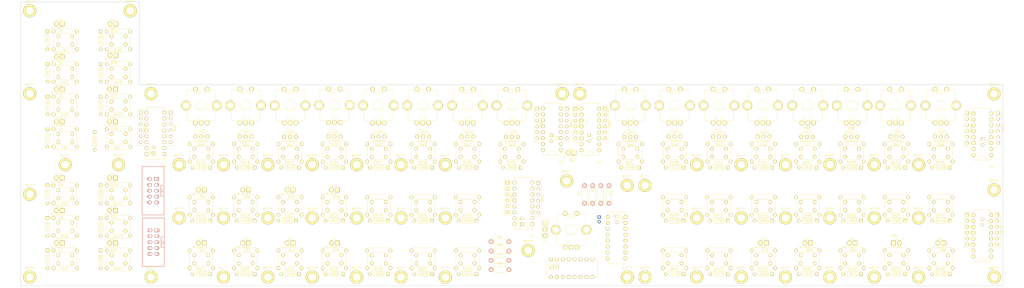
<source format=kicad_pcb>
(kicad_pcb (version 4) (host pcbnew 4.0.2-stable)
  (layers (0 F.Cu signal) (31 B.Cu signal) (34 B.Paste user) (35 F.Paste user) (36 B.SilkS user) (37 F.SilkS user) (38 B.Mask user) (39 F.Mask user) (44 Edge.Cuts user))
  (net 0 "")
  (net 1 "Net-(D101-Pad1)")
  (net 2 "Net-(D102-Pad1)")
  (net 3 /I0)
  (net 4 /I1)
  (net 5 /I2)
  (net 6 /I3)
  (net 7 /I4)
  (net 8 /I5)
  (net 9 /I6)
  (net 10 /I7)
  (net 11 GND)
  (net 12 /O6)
  (net 13 /O7)
  (net 14 /O1)
  (net 15 /O3)
  (net 16 /O5)
  (net 17 /O0)
  (net 18 /O2)
  (net 19 /O4)
  (net 20 +5V)
  (net 21 /O13)
  (net 22 /O14)
  (net 23 /O15)
  (net 24 /O16)
  (net 25 /O17)
  (net 26 /O10)
  (net 27 /I14)
  (net 28 /I15)
  (net 29 /I16)
  (net 30 /I17)
  (net 31 /I10)
  (net 32 /I11)
  (net 33 /I12)
  (net 34 /I13)
  (net 35 "Net-(D8-Pad1)")
  (net 36 "Net-(D9-Pad1)")
  (net 37 "Net-(D10-Pad1)")
  (net 38 "Net-(D11-Pad1)")
  (net 39 "Net-(D12-Pad1)")
  (net 40 "Net-(D13-Pad1)")
  (net 41 "Net-(D14-Pad1)")
  (net 42 "Net-(D22-Pad1)")
  (net 43 "Net-(D23-Pad1)")
  (net 44 "Net-(D24-Pad1)")
  (net 45 "Net-(D25-Pad1)")
  (net 46 "Net-(D26-Pad1)")
  (net 47 "Net-(D27-Pad1)")
  (net 48 "Net-(D28-Pad1)")
  (net 49 "Net-(D32-Pad1)")
  (net 50 "Net-(D33-Pad1)")
  (net 51 "Net-(D34-Pad1)")
  (net 52 "Net-(D38-Pad1)")
  (net 53 "Net-(D39-Pad1)")
  (net 54 "Net-(D40-Pad1)")
  (net 55 "Net-(D44-Pad1)")
  (net 56 "Net-(D45-Pad1)")
  (net 57 "Net-(D46-Pad1)")
  (net 58 "Net-(D50-Pad1)")
  (net 59 "Net-(D51-Pad1)")
  (net 60 "Net-(D52-Pad1)")
  (net 61 "Net-(D54-Pad1)")
  (net 62 "Net-(D55-Pad1)")
  (net 63 "Net-(D56-Pad1)")
  (net 64 "Net-(D58-Pad1)")
  (net 65 "Net-(D59-Pad1)")
  (net 66 "Net-(D60-Pad1)")
  (net 67 "Net-(D62-Pad1)")
  (net 68 "Net-(D63-Pad1)")
  (net 69 "Net-(D64-Pad1)")
  (net 70 "Net-(D66-Pad1)")
  (net 71 "Net-(D69-Pad1)")
  (net 72 "Net-(D71-Pad1)")
  (net 73 "Net-(D72-Pad1)")
  (net 74 "Net-(D73-Pad1)")
  (net 75 "Net-(D75-Pad1)")
  (net 76 "Net-(D76-Pad1)")
  (net 77 "Net-(D77-Pad1)")
  (net 78 "Net-(D80-Pad1)")
  (net 79 "Net-(D81-Pad1)")
  (net 80 "Net-(D82-Pad1)")
  (net 81 "Net-(D85-Pad1)")
  (net 82 "Net-(D86-Pad1)")
  (net 83 "Net-(D87-Pad1)")
  (net 84 "Net-(D90-Pad1)")
  (net 85 "Net-(D91-Pad1)")
  (net 86 "Net-(D92-Pad1)")
  (net 87 "Net-(D95-Pad1)")
  (net 88 "Net-(D96-Pad1)")
  (net 89 "Net-(D97-Pad1)")
  (net 90 "Net-(D100-Pad1)")
  (net 91 "Net-(ec1-PadP$GN)")
  (net 92 "Net-(U1-Pad9)")
  (net 93 /I26)
  (net 94 /I27)
  (net 95 /I24)
  (net 96 /I25)
  (net 97 /I22)
  (net 98 /I23)
  (net 99 /I20)
  (net 100 /I21)
  (net 101 /I56)
  (net 102 /I54)
  (net 103 /I55)
  (net 104 /I36)
  (net 105 /I37)
  (net 106 /I34)
  (net 107 /I35)
  (net 108 /I32)
  (net 109 /I33)
  (net 110 /I30)
  (net 111 /I31)
  (net 112 /I46)
  (net 113 /I47)
  (net 114 /I44)
  (net 115 /I45)
  (net 116 /I42)
  (net 117 /I43)
  (net 118 /I40)
  (net 119 /I41)
  (net 120 /I53)
  (net 121 /I52)
  (net 122 /I51)
  (net 123 /I50)
  (net 124 /011)
  (net 125 /012)
  (net 126 /02)
  (net 127 /I57)
  (net 128 "Net-(R8-Pad1)")
  (net 129 "Net-(R1-Pad1)")
  (net 130 "Net-(R2-Pad1)")
  (net 131 "Net-(R3-Pad1)")
  (net 132 "Net-(R4-Pad1)")
  (net 133 "Net-(R5-Pad2)")
  (net 134 "Net-(R6-Pad1)")
  (net 135 "Net-(R7-Pad1)")
  (net 136 "Net-(RR3-Pad2)")
  (net 137 "Net-(RR5-Pad2)")
  (net 138 "Net-(RR6-Pad2)")
  (net 139 "Net-(RR8-Pad2)")
  (net 140 "Net-(RR10-Pad2)")
  (net 141 "Net-(RR12-Pad2)")
  (net 142 "Net-(U1-Pad1)")
  (net 143 "Net-(U1-Pad2)")
  (net 144 "Net-(U7-Pad14)")
  (net 145 "Net-(U8-Pad9)")
  (net 146 "Net-(J3-Pad2)")
  (net 147 "Net-(U3-Pad1)")
  (net 148 "Net-(U3-Pad2)")
  (net 149 "Net-(U7-Pad9)")
  (module Mounting_Holes:MountingHole_3.2mm_M3_DIN965_Pad (layer F.Cu) (at 96.52 115.57)
    (fp_text reference REF** (at 0 -3.8) (layer F.SilkS))
    (fp_text value MountingHole_3.2mm_M3_Pad_Via)
    (pad 1 thru_hole circle (at 0 0) (size 5.6 5.6) (drill 3.2) (layers *.Cu *.Mask F.SilkS))
  )
  (module Mounting_Holes:MountingHole_3.2mm_M3_DIN965_Pad (layer F.Cu) (at 96.52 194.31)
    (fp_text reference REF** (at 0 -3.8) (layer F.SilkS))
    (fp_text value MountingHole_3.2mm_M3_Pad_Via)
    (pad 1 thru_hole circle (at 0 0) (size 5.6 5.6) (drill 3.2) (layers *.Cu *.Mask F.SilkS))
  )
  (module Mounting_Holes:MountingHole_3.2mm_M3_DIN965_Pad (layer F.Cu) (at 258.445 182.88)
    (fp_text reference REF** (at 0 -3.8) (layer F.SilkS))
    (fp_text value MountingHole_3.2mm_M3_Pad_Via)
    (pad 1 thru_hole circle (at 0 0) (size 5.6 5.6) (drill 3.2) (layers *.Cu *.Mask F.SilkS))
  )
  (module Mounting_Holes:MountingHole_3.2mm_M3_DIN965_Pad (layer F.Cu) (at 300.99 154.94)
    (fp_text reference REF** (at 0 -3.8) (layer F.SilkS))
    (fp_text value MountingHole_3.2mm_M3_Pad_Via)
    (pad 1 thru_hole circle (at 0 0) (size 5.6 5.6) (drill 3.2) (layers *.Cu *.Mask F.SilkS))
  )
  (module Mounting_Holes:MountingHole_3.2mm_M3_DIN965_Pad (layer F.Cu) (at 308.61 154.94)
    (fp_text reference REF** (at 0 -3.8) (layer F.SilkS))
    (fp_text value MountingHole_3.2mm_M3_Pad_Via)
    (pad 1 thru_hole circle (at 0 0) (size 5.6 5.6) (drill 3.2) (layers *.Cu *.Mask F.SilkS))
  )
  (module Mounting_Holes:MountingHole_3.2mm_M3_DIN965_Pad (layer F.Cu) (at 300.99 194.31)
    (fp_text reference REF** (at 0 -3.8) (layer F.SilkS))
    (fp_text value MountingHole_3.2mm_M3_Pad_Via)
    (pad 1 thru_hole circle (at 0 0) (size 5.6 5.6) (drill 3.2) (layers *.Cu *.Mask F.SilkS))
  )
  (module Mounting_Holes:MountingHole_3.2mm_M3_DIN965_Pad (layer F.Cu) (at 308.61 194.31)
    (fp_text reference REF** (at 0 -3.8) (layer F.SilkS))
    (fp_text value MountingHole_3.2mm_M3_Pad_Via)
    (pad 1 thru_hole circle (at 0 0) (size 5.6 5.6) (drill 3.2) (layers *.Cu *.Mask F.SilkS))
  )
  (module Mounting_Holes:MountingHole_3.2mm_M3_DIN965_Pad (layer F.Cu) (at 274.955 153.035)
    (fp_text reference REF** (at 0 -3.8) (layer F.SilkS))
    (fp_text value MountingHole_3.2mm_M3_Pad_Via)
    (pad 1 thru_hole circle (at 0 0) (size 5.6 5.6) (drill 3.2) (layers *.Cu *.Mask F.SilkS))
  )
  (module Mounting_Holes:MountingHole_3.2mm_M3_DIN965_Pad (layer F.Cu) (at 280.67 115.57)
    (fp_text reference REF** (at 0 -3.8) (layer F.SilkS))
    (fp_text value MountingHole_3.2mm_M3_Pad_Via)
    (pad 1 thru_hole circle (at 0 0) (size 5.6 5.6) (drill 3.2) (layers *.Cu *.Mask F.SilkS))
  )
  (module Mounting_Holes:MountingHole_3.2mm_M3_DIN965_Pad (layer F.Cu) (at 273.05 115.57)
    (fp_text reference REF** (at 0 -3.8) (layer F.SilkS))
    (fp_text value MountingHole_3.2mm_M3_Pad_Via)
    (pad 1 thru_hole circle (at 0 0) (size 5.6 5.6) (drill 3.2) (layers *.Cu *.Mask F.SilkS))
  )
  (module Mounting_Holes:MountingHole_3.2mm_M3_DIN965_Pad (layer F.Cu) (at 426.085 194.31)
    (fp_text reference REF** (at 0 -3.8) (layer F.SilkS))
    (fp_text value MountingHole_3.2mm_M3_Pad_Via)
    (pad 1 thru_hole circle (at 0 0) (size 5.6 5.6) (drill 3.2) (layers *.Cu *.Mask F.SilkS))
  )
  (module Mounting_Holes:MountingHole_3.2mm_M3_DIN965_Pad (layer F.Cu) (at 330.835 194.31)
    (fp_text reference REF** (at 0 -3.8) (layer F.SilkS))
    (fp_text value MountingHole_3.2mm_M3_Pad_Via)
    (pad 1 thru_hole circle (at 0 0) (size 5.6 5.6) (drill 3.2) (layers *.Cu *.Mask F.SilkS))
  )
  (module Mounting_Holes:MountingHole_3.2mm_M3_DIN965_Pad (layer F.Cu) (at 349.885 194.31)
    (fp_text reference REF** (at 0 -3.8) (layer F.SilkS))
    (fp_text value MountingHole_3.2mm_M3_Pad_Via)
    (pad 1 thru_hole circle (at 0 0) (size 5.6 5.6) (drill 3.2) (layers *.Cu *.Mask F.SilkS))
  )
  (module Mounting_Holes:MountingHole_3.2mm_M3_DIN965_Pad (layer F.Cu) (at 368.935 194.31)
    (fp_text reference REF** (at 0 -3.8) (layer F.SilkS))
    (fp_text value MountingHole_3.2mm_M3_Pad_Via)
    (pad 1 thru_hole circle (at 0 0) (size 5.6 5.6) (drill 3.2) (layers *.Cu *.Mask F.SilkS))
  )
  (module Mounting_Holes:MountingHole_3.2mm_M3_DIN965_Pad (layer F.Cu) (at 387.985 194.31)
    (fp_text reference REF** (at 0 -3.8) (layer F.SilkS))
    (fp_text value MountingHole_3.2mm_M3_Pad_Via)
    (pad 1 thru_hole circle (at 0 0) (size 5.6 5.6) (drill 3.2) (layers *.Cu *.Mask F.SilkS))
  )
  (module Mounting_Holes:MountingHole_3.2mm_M3_DIN965_Pad (layer F.Cu) (at 407.035 194.31)
    (fp_text reference REF** (at 0 -3.8) (layer F.SilkS))
    (fp_text value MountingHole_3.2mm_M3_Pad_Via)
    (pad 1 thru_hole circle (at 0 0) (size 5.6 5.6) (drill 3.2) (layers *.Cu *.Mask F.SilkS))
  )
  (module Mounting_Holes:MountingHole_3.2mm_M3_DIN965_Pad (layer F.Cu) (at 407.035 168.91)
    (fp_text reference REF** (at 0 -3.8) (layer F.SilkS))
    (fp_text value MountingHole_3.2mm_M3_Pad_Via)
    (pad 1 thru_hole circle (at 0 0) (size 5.6 5.6) (drill 3.2) (layers *.Cu *.Mask F.SilkS))
  )
  (module Mounting_Holes:MountingHole_3.2mm_M3_DIN965_Pad (layer F.Cu) (at 426.085 168.91)
    (fp_text reference REF** (at 0 -3.8) (layer F.SilkS))
    (fp_text value MountingHole_3.2mm_M3_Pad_Via)
    (pad 1 thru_hole circle (at 0 0) (size 5.6 5.6) (drill 3.2) (layers *.Cu *.Mask F.SilkS))
  )
  (module Mounting_Holes:MountingHole_3.2mm_M3_DIN965_Pad (layer F.Cu) (at 426.085 146.05)
    (fp_text reference REF** (at 0 -3.8) (layer F.SilkS))
    (fp_text value MountingHole_3.2mm_M3_Pad_Via)
    (pad 1 thru_hole circle (at 0 0) (size 5.6 5.6) (drill 3.2) (layers *.Cu *.Mask F.SilkS))
  )
  (module Mounting_Holes:MountingHole_3.2mm_M3_DIN965_Pad (layer F.Cu) (at 407.035 146.05)
    (fp_text reference REF** (at 0 -3.8) (layer F.SilkS))
    (fp_text value MountingHole_3.2mm_M3_Pad_Via)
    (pad 1 thru_hole circle (at 0 0) (size 5.6 5.6) (drill 3.2) (layers *.Cu *.Mask F.SilkS))
  )
  (module Mounting_Holes:MountingHole_3.2mm_M3_DIN965_Pad (layer F.Cu) (at 387.985 146.05)
    (fp_text reference REF** (at 0 -3.8) (layer F.SilkS))
    (fp_text value MountingHole_3.2mm_M3_Pad_Via)
    (pad 1 thru_hole circle (at 0 0) (size 5.6 5.6) (drill 3.2) (layers *.Cu *.Mask F.SilkS))
  )
  (module Mounting_Holes:MountingHole_3.2mm_M3_DIN965_Pad (layer F.Cu) (at 387.985 168.91)
    (fp_text reference REF** (at 0 -3.8) (layer F.SilkS))
    (fp_text value MountingHole_3.2mm_M3_Pad_Via)
    (pad 1 thru_hole circle (at 0 0) (size 5.6 5.6) (drill 3.2) (layers *.Cu *.Mask F.SilkS))
  )
  (module Mounting_Holes:MountingHole_3.2mm_M3_DIN965_Pad (layer F.Cu) (at 368.935 168.91)
    (fp_text reference REF** (at 0 -3.8) (layer F.SilkS))
    (fp_text value MountingHole_3.2mm_M3_Pad_Via)
    (pad 1 thru_hole circle (at 0 0) (size 5.6 5.6) (drill 3.2) (layers *.Cu *.Mask F.SilkS))
  )
  (module Mounting_Holes:MountingHole_3.2mm_M3_DIN965_Pad (layer F.Cu) (at 349.885 168.91)
    (fp_text reference REF** (at 0 -3.8) (layer F.SilkS))
    (fp_text value MountingHole_3.2mm_M3_Pad_Via)
    (pad 1 thru_hole circle (at 0 0) (size 5.6 5.6) (drill 3.2) (layers *.Cu *.Mask F.SilkS))
  )
  (module Mounting_Holes:MountingHole_3.2mm_M3_DIN965_Pad (layer F.Cu) (at 330.835 168.91)
    (fp_text reference REF** (at 0 -3.8) (layer F.SilkS))
    (fp_text value MountingHole_3.2mm_M3_Pad_Via)
    (pad 1 thru_hole circle (at 0 0) (size 5.6 5.6) (drill 3.2) (layers *.Cu *.Mask F.SilkS))
  )
  (module Mounting_Holes:MountingHole_3.2mm_M3_DIN965_Pad (layer F.Cu) (at 368.935 146.05)
    (fp_text reference REF** (at 0 -3.8) (layer F.SilkS))
    (fp_text value MountingHole_3.2mm_M3_Pad_Via)
    (pad 1 thru_hole circle (at 0 0) (size 5.6 5.6) (drill 3.2) (layers *.Cu *.Mask F.SilkS))
  )
  (module Mounting_Holes:MountingHole_3.2mm_M3_DIN965_Pad (layer F.Cu) (at 349.885 146.05)
    (fp_text reference REF** (at 0 -3.8) (layer F.SilkS))
    (fp_text value MountingHole_3.2mm_M3_Pad_Via)
    (pad 1 thru_hole circle (at 0 0) (size 5.6 5.6) (drill 3.2) (layers *.Cu *.Mask F.SilkS))
  )
  (module Mounting_Holes:MountingHole_3.2mm_M3_DIN965_Pad (layer F.Cu) (at 330.835 146.05)
    (fp_text reference REF** (at 0 -3.8) (layer F.SilkS))
    (fp_text value MountingHole_3.2mm_M3_Pad_Via)
    (pad 1 thru_hole circle (at 0 0) (size 5.6 5.6) (drill 3.2) (layers *.Cu *.Mask F.SilkS))
  )
  (module Mounting_Holes:MountingHole_3.2mm_M3_DIN965_Pad (layer F.Cu) (at 203.835 168.91)
    (fp_text reference REF** (at 0 -3.8) (layer F.SilkS))
    (fp_text value MountingHole_3.2mm_M3_Pad_Via)
    (pad 1 thru_hole circle (at 0 0) (size 5.6 5.6) (drill 3.2) (layers *.Cu *.Mask F.SilkS))
  )
  (module Mounting_Holes:MountingHole_3.2mm_M3_DIN965_Pad (layer F.Cu) (at 203.835 146.05)
    (fp_text reference REF** (at 0 -3.8) (layer F.SilkS))
    (fp_text value MountingHole_3.2mm_M3_Pad_Via)
    (pad 1 thru_hole circle (at 0 0) (size 5.6 5.6) (drill 3.2) (layers *.Cu *.Mask F.SilkS))
  )
  (module Mounting_Holes:MountingHole_3.2mm_M3_DIN965_Pad (layer F.Cu) (at 203.835 194.31)
    (fp_text reference REF** (at 0 -3.8) (layer F.SilkS))
    (fp_text value MountingHole_3.2mm_M3_Pad_Via)
    (pad 1 thru_hole circle (at 0 0) (size 5.6 5.6) (drill 3.2) (layers *.Cu *.Mask F.SilkS))
  )
  (module Mounting_Holes:MountingHole_3.2mm_M3_DIN965_Pad (layer F.Cu) (at 222.885 146.05)
    (fp_text reference REF** (at 0 -3.8) (layer F.SilkS))
    (fp_text value MountingHole_3.2mm_M3_Pad_Via)
    (pad 1 thru_hole circle (at 0 0) (size 5.6 5.6) (drill 3.2) (layers *.Cu *.Mask F.SilkS))
  )
  (module Mounting_Holes:MountingHole_3.2mm_M3_DIN965_Pad (layer F.Cu) (at 222.885 168.91)
    (fp_text reference REF** (at 0 -3.8) (layer F.SilkS))
    (fp_text value MountingHole_3.2mm_M3_Pad_Via)
    (pad 1 thru_hole circle (at 0 0) (size 5.6 5.6) (drill 3.2) (layers *.Cu *.Mask F.SilkS))
  )
  (module Mounting_Holes:MountingHole_3.2mm_M3_DIN965_Pad (layer F.Cu) (at 222.885 194.31)
    (fp_text reference REF** (at 0 -3.8) (layer F.SilkS))
    (fp_text value MountingHole_3.2mm_M3_Pad_Via)
    (pad 1 thru_hole circle (at 0 0) (size 5.6 5.6) (drill 3.2) (layers *.Cu *.Mask F.SilkS))
  )
  (module Mounting_Holes:MountingHole_3.2mm_M3_DIN965_Pad (layer F.Cu) (at 165.735 168.91)
    (fp_text reference REF** (at 0 -3.8) (layer F.SilkS))
    (fp_text value MountingHole_3.2mm_M3_Pad_Via)
    (pad 1 thru_hole circle (at 0 0) (size 5.6 5.6) (drill 3.2) (layers *.Cu *.Mask F.SilkS))
  )
  (module Mounting_Holes:MountingHole_3.2mm_M3_DIN965_Pad (layer F.Cu) (at 165.735 146.05)
    (fp_text reference REF** (at 0 -3.8) (layer F.SilkS))
    (fp_text value MountingHole_3.2mm_M3_Pad_Via)
    (pad 1 thru_hole circle (at 0 0) (size 5.6 5.6) (drill 3.2) (layers *.Cu *.Mask F.SilkS))
  )
  (module Mounting_Holes:MountingHole_3.2mm_M3_DIN965_Pad (layer F.Cu) (at 165.735 194.31)
    (fp_text reference REF** (at 0 -3.8) (layer F.SilkS))
    (fp_text value MountingHole_3.2mm_M3_Pad_Via)
    (pad 1 thru_hole circle (at 0 0) (size 5.6 5.6) (drill 3.2) (layers *.Cu *.Mask F.SilkS))
  )
  (module Mounting_Holes:MountingHole_3.2mm_M3_DIN965_Pad (layer F.Cu) (at 184.785 146.05)
    (fp_text reference REF** (at 0 -3.8) (layer F.SilkS))
    (fp_text value MountingHole_3.2mm_M3_Pad_Via)
    (pad 1 thru_hole circle (at 0 0) (size 5.6 5.6) (drill 3.2) (layers *.Cu *.Mask F.SilkS))
  )
  (module Mounting_Holes:MountingHole_3.2mm_M3_DIN965_Pad (layer F.Cu) (at 184.785 168.91)
    (fp_text reference REF** (at 0 -3.8) (layer F.SilkS))
    (fp_text value MountingHole_3.2mm_M3_Pad_Via)
    (pad 1 thru_hole circle (at 0 0) (size 5.6 5.6) (drill 3.2) (layers *.Cu *.Mask F.SilkS))
  )
  (module Mounting_Holes:MountingHole_3.2mm_M3_DIN965_Pad (layer F.Cu) (at 184.785 194.31)
    (fp_text reference REF** (at 0 -3.8) (layer F.SilkS))
    (fp_text value MountingHole_3.2mm_M3_Pad_Via)
    (pad 1 thru_hole circle (at 0 0) (size 5.6 5.6) (drill 3.2) (layers *.Cu *.Mask F.SilkS))
  )
  (module Mounting_Holes:MountingHole_3.2mm_M3_DIN965_Pad (layer F.Cu) (at 146.685 146.05)
    (fp_text reference REF** (at 0 -3.8) (layer F.SilkS))
    (fp_text value MountingHole_3.2mm_M3_Pad_Via)
    (pad 1 thru_hole circle (at 0 0) (size 5.6 5.6) (drill 3.2) (layers *.Cu *.Mask F.SilkS))
  )
  (module Mounting_Holes:MountingHole_3.2mm_M3_DIN965_Pad (layer F.Cu) (at 146.685 168.91)
    (fp_text reference REF** (at 0 -3.8) (layer F.SilkS))
    (fp_text value MountingHole_3.2mm_M3_Pad_Via)
    (pad 1 thru_hole circle (at 0 0) (size 5.6 5.6) (drill 3.2) (layers *.Cu *.Mask F.SilkS))
  )
  (module Mounting_Holes:MountingHole_3.2mm_M3_DIN965_Pad (layer F.Cu) (at 146.685 194.31)
    (fp_text reference REF** (at 0 -3.8) (layer F.SilkS))
    (fp_text value MountingHole_3.2mm_M3_Pad_Via)
    (pad 1 thru_hole circle (at 0 0) (size 5.6 5.6) (drill 3.2) (layers *.Cu *.Mask F.SilkS))
  )
  (module DIP-16_W7.62mm (layer F.Cu) (at 102.235 141.478 180)
    (fp_text reference U1 (at 0 -5.22 180) (layer F.SilkS))
    (fp_text value 74HC165)
    (pad 1 thru_hole oval (at 0 0 180) (size 1.6 1.6) (drill 0.8) (layers *.Cu *.Mask F.SilkS) (net 142 "Net-(U1-Pad1)"))
    (pad 2 thru_hole oval (at 0 2.54 180) (size 1.6 1.6) (drill 0.8) (layers *.Cu *.Mask F.SilkS) (net 143 "Net-(U1-Pad2)"))
    (pad 3 thru_hole oval (at 0 5.08 180) (size 1.6 1.6) (drill 0.8) (layers *.Cu *.Mask F.SilkS) (net 7 /I4))
    (pad 4 thru_hole oval (at 0 7.62 180) (size 1.6 1.6) (drill 0.8) (layers *.Cu *.Mask F.SilkS) (net 8 /I5))
    (pad 5 thru_hole oval (at 0 10.16 180) (size 1.6 1.6) (drill 0.8) (layers *.Cu *.Mask F.SilkS) (net 9 /I6))
    (pad 6 thru_hole oval (at 0 12.7 180) (size 1.6 1.6) (drill 0.8) (layers *.Cu *.Mask F.SilkS) (net 10 /I7))
    (pad 7 thru_hole oval (at 0 15.24 180) (size 1.6 1.6) (drill 0.8) (layers *.Cu *.Mask F.SilkS))
    (pad 8 thru_hole oval (at 0 17.78 180) (size 1.6 1.6) (drill 0.8) (layers *.Cu *.Mask F.SilkS) (net 11 GND))
    (pad 9 thru_hole oval (at 7.62 17.78 180) (size 1.6 1.6) (drill 0.8) (layers *.Cu *.Mask F.SilkS) (net 92 "Net-(U1-Pad9)"))
    (pad 10 thru_hole oval (at 7.62 15.24 180) (size 1.6 1.6) (drill 0.8) (layers *.Cu *.Mask F.SilkS) (net 136 "Net-(RR3-Pad2)"))
    (pad 11 thru_hole oval (at 7.62 12.7 180) (size 1.6 1.6) (drill 0.8) (layers *.Cu *.Mask F.SilkS) (net 3 /I0))
    (pad 12 thru_hole oval (at 7.62 10.16 180) (size 1.6 1.6) (drill 0.8) (layers *.Cu *.Mask F.SilkS) (net 4 /I1))
    (pad 13 thru_hole oval (at 7.62 7.62 180) (size 1.6 1.6) (drill 0.8) (layers *.Cu *.Mask F.SilkS) (net 5 /I2))
    (pad 14 thru_hole oval (at 7.62 5.08 180) (size 1.6 1.6) (drill 0.8) (layers *.Cu *.Mask F.SilkS) (net 6 /I3))
    (pad 15 thru_hole oval (at 7.62 2.54 180) (size 1.6 1.6) (drill 0.8) (layers *.Cu *.Mask F.SilkS) (net 11 GND))
    (pad 16 thru_hole oval (at 7.62 0 180) (size 1.6 1.6) (drill 0.8) (layers *.Cu *.Mask F.SilkS) (net 20 +5V))
  )
  (module LEDs:LED-5MM-3 (layer F.Cu) (at 120.65 133.985 180)
    (fp_text reference D29 (at 2.54508 -3.91668 180) (layer F.SilkS))
    (fp_text value Led_gp1)
    (pad 1 thru_hole circle (at 0 0) (size 1.6764 1.6764) (drill 0.8128) (layers *.Cu *.Mask F.SilkS) (net 124 /011))
    (pad 2 thru_hole circle (at 2.54 0) (size 1.6764 1.6764) (drill 0.8128) (layers *.Cu *.Mask F.SilkS) (net 15 /O3))
    (pad 3 thru_hole circle (at 5.08 0) (size 1.6764 1.6764) (drill 0.8128) (layers *.Cu *.Mask F.SilkS) (net 26 /O10))
  )
  (module LEDs:LED-5MM-3 (layer F.Cu) (at 139.7 133.985 180)
    (fp_text reference D35 (at 2.54508 -3.91668 180) (layer F.SilkS))
    (fp_text value Led_gp2)
    (pad 1 thru_hole circle (at 0 0) (size 1.6764 1.6764) (drill 0.8128) (layers *.Cu *.Mask F.SilkS) (net 21 /O13))
    (pad 2 thru_hole circle (at 2.54 0) (size 1.6764 1.6764) (drill 0.8128) (layers *.Cu *.Mask F.SilkS) (net 15 /O3))
    (pad 3 thru_hole circle (at 5.08 0) (size 1.6764 1.6764) (drill 0.8128) (layers *.Cu *.Mask F.SilkS) (net 125 /012))
  )
  (module LEDs:LED-5MM-3 (layer F.Cu) (at 158.75 134.112 180)
    (fp_text reference D41 (at 2.54508 -3.91668 180) (layer F.SilkS))
    (fp_text value Led_gp3)
    (pad 1 thru_hole circle (at 0 0) (size 1.6764 1.6764) (drill 0.8128) (layers *.Cu *.Mask F.SilkS) (net 23 /O15))
    (pad 2 thru_hole circle (at 2.54 0) (size 1.6764 1.6764) (drill 0.8128) (layers *.Cu *.Mask F.SilkS) (net 18 /O2))
    (pad 3 thru_hole circle (at 5.08 0) (size 1.6764 1.6764) (drill 0.8128) (layers *.Cu *.Mask F.SilkS) (net 22 /O14))
  )
  (module LEDs:LED-5MM-3 (layer F.Cu) (at 177.8 133.985 180)
    (fp_text reference D47 (at 2.54508 -3.91668 180) (layer F.SilkS))
    (fp_text value Led_gp4)
    (pad 1 thru_hole circle (at 0 0) (size 1.6764 1.6764) (drill 0.8128) (layers *.Cu *.Mask F.SilkS) (net 25 /O17))
    (pad 2 thru_hole circle (at 2.54 0) (size 1.6764 1.6764) (drill 0.8128) (layers *.Cu *.Mask F.SilkS) (net 18 /O2))
    (pad 3 thru_hole circle (at 5.08 0) (size 1.6764 1.6764) (drill 0.8128) (layers *.Cu *.Mask F.SilkS) (net 24 /O16))
  )
  (module LEDs:LED-5MM-3 (layer F.Cu) (at 196.85 133.985 180)
    (fp_text reference D53 (at 2.54508 -3.91668 180) (layer F.SilkS))
    (fp_text value Led_gp5)
    (pad 1 thru_hole circle (at 0 0) (size 1.6764 1.6764) (drill 0.8128) (layers *.Cu *.Mask F.SilkS) (net 124 /011))
    (pad 2 thru_hole circle (at 2.54 0) (size 1.6764 1.6764) (drill 0.8128) (layers *.Cu *.Mask F.SilkS) (net 14 /O1))
    (pad 3 thru_hole circle (at 5.08 0) (size 1.6764 1.6764) (drill 0.8128) (layers *.Cu *.Mask F.SilkS) (net 26 /O10))
  )
  (module LEDs:LED-5MM-3 (layer F.Cu) (at 215.9 133.985 180)
    (fp_text reference D57 (at 2.54508 -3.91668 180) (layer F.SilkS))
    (fp_text value Led_gp6)
    (pad 1 thru_hole circle (at 0 0) (size 1.6764 1.6764) (drill 0.8128) (layers *.Cu *.Mask F.SilkS) (net 21 /O13))
    (pad 2 thru_hole circle (at 2.54 0) (size 1.6764 1.6764) (drill 0.8128) (layers *.Cu *.Mask F.SilkS) (net 14 /O1))
    (pad 3 thru_hole circle (at 5.08 0) (size 1.6764 1.6764) (drill 0.8128) (layers *.Cu *.Mask F.SilkS) (net 125 /012))
  )
  (module LEDs:LED-5MM-3 (layer F.Cu) (at 234.95 133.985 180)
    (fp_text reference D61 (at 2.54508 -3.91668 180) (layer F.SilkS))
    (fp_text value Led_gp7)
    (pad 1 thru_hole circle (at 0 0) (size 1.6764 1.6764) (drill 0.8128) (layers *.Cu *.Mask F.SilkS) (net 23 /O15))
    (pad 2 thru_hole circle (at 2.54 0) (size 1.6764 1.6764) (drill 0.8128) (layers *.Cu *.Mask F.SilkS) (net 17 /O0))
    (pad 3 thru_hole circle (at 5.08 0) (size 1.6764 1.6764) (drill 0.8128) (layers *.Cu *.Mask F.SilkS) (net 22 /O14))
  )
  (module LEDs:LED-5MM-3 (layer F.Cu) (at 254 134.112 180)
    (fp_text reference D65 (at 2.54508 -3.91668 180) (layer F.SilkS))
    (fp_text value Led_gp8)
    (pad 1 thru_hole circle (at 0 0) (size 1.6764 1.6764) (drill 0.8128) (layers *.Cu *.Mask F.SilkS) (net 25 /O17))
    (pad 2 thru_hole circle (at 2.54 0) (size 1.6764 1.6764) (drill 0.8128) (layers *.Cu *.Mask F.SilkS) (net 17 /O0))
    (pad 3 thru_hole circle (at 5.08 0) (size 1.6764 1.6764) (drill 0.8128) (layers *.Cu *.Mask F.SilkS) (net 24 /O16))
  )
  (module LEDs:LED-5MM-3 (layer F.Cu) (at 304.8 134.112 180)
    (fp_text reference D68 (at 2.54508 -3.91668 180) (layer F.SilkS))
    (fp_text value Led_gp9)
    (pad 1 thru_hole circle (at 0 0) (size 1.6764 1.6764) (drill 0.8128) (layers *.Cu *.Mask F.SilkS) (net 124 /011))
    (pad 2 thru_hole circle (at 2.54 0) (size 1.6764 1.6764) (drill 0.8128) (layers *.Cu *.Mask F.SilkS) (net 19 /O4))
    (pad 3 thru_hole circle (at 5.08 0) (size 1.6764 1.6764) (drill 0.8128) (layers *.Cu *.Mask F.SilkS) (net 26 /O10))
  )
  (module LEDs:LED-5MM-3 (layer F.Cu) (at 323.85 133.985 180)
    (fp_text reference D70 (at 2.54508 -3.91668 180) (layer F.SilkS))
    (fp_text value Led_gp10)
    (pad 1 thru_hole circle (at 0 0) (size 1.6764 1.6764) (drill 0.8128) (layers *.Cu *.Mask F.SilkS) (net 21 /O13))
    (pad 2 thru_hole circle (at 2.54 0) (size 1.6764 1.6764) (drill 0.8128) (layers *.Cu *.Mask F.SilkS) (net 19 /O4))
    (pad 3 thru_hole circle (at 5.08 0) (size 1.6764 1.6764) (drill 0.8128) (layers *.Cu *.Mask F.SilkS) (net 125 /012))
  )
  (module LEDs:LED-5MM-3 (layer F.Cu) (at 342.9 133.985 180)
    (fp_text reference D74 (at 2.54508 -3.91668 180) (layer F.SilkS))
    (fp_text value Led_gp11)
    (pad 1 thru_hole circle (at 0 0) (size 1.6764 1.6764) (drill 0.8128) (layers *.Cu *.Mask F.SilkS) (net 23 /O15))
    (pad 2 thru_hole circle (at 2.54 0) (size 1.6764 1.6764) (drill 0.8128) (layers *.Cu *.Mask F.SilkS) (net 16 /O5))
    (pad 3 thru_hole circle (at 5.08 0) (size 1.6764 1.6764) (drill 0.8128) (layers *.Cu *.Mask F.SilkS) (net 22 /O14))
  )
  (module LEDs:LED-5MM-3 (layer F.Cu) (at 361.95 133.985 180)
    (fp_text reference D78 (at 2.54508 -3.91668 180) (layer F.SilkS))
    (fp_text value Led_gp12)
    (pad 1 thru_hole circle (at 0 0) (size 1.6764 1.6764) (drill 0.8128) (layers *.Cu *.Mask F.SilkS) (net 25 /O17))
    (pad 2 thru_hole circle (at 2.54 0) (size 1.6764 1.6764) (drill 0.8128) (layers *.Cu *.Mask F.SilkS) (net 16 /O5))
    (pad 3 thru_hole circle (at 5.08 0) (size 1.6764 1.6764) (drill 0.8128) (layers *.Cu *.Mask F.SilkS) (net 24 /O16))
  )
  (module LEDs:LED-5MM-3 (layer F.Cu) (at 375.60516 134.12294)
    (fp_text reference D83 (at 2.54508 -3.91668) (layer F.SilkS))
    (fp_text value Led_gp13)
    (pad 1 thru_hole circle (at 0 0 180) (size 1.6764 1.6764) (drill 0.8128) (layers *.Cu *.Mask F.SilkS) (net 124 /011))
    (pad 2 thru_hole circle (at 2.54 0 180) (size 1.6764 1.6764) (drill 0.8128) (layers *.Cu *.Mask F.SilkS) (net 12 /O6))
    (pad 3 thru_hole circle (at 5.08 0 180) (size 1.6764 1.6764) (drill 0.8128) (layers *.Cu *.Mask F.SilkS) (net 26 /O10))
  )
  (module LEDs:LED-5MM-3 (layer F.Cu) (at 394.60516 134.12294)
    (fp_text reference D88 (at 2.54508 -3.91668) (layer F.SilkS))
    (fp_text value Led_gp14)
    (pad 1 thru_hole circle (at 0 0 180) (size 1.6764 1.6764) (drill 0.8128) (layers *.Cu *.Mask F.SilkS) (net 21 /O13))
    (pad 2 thru_hole circle (at 2.54 0 180) (size 1.6764 1.6764) (drill 0.8128) (layers *.Cu *.Mask F.SilkS) (net 12 /O6))
    (pad 3 thru_hole circle (at 5.08 0 180) (size 1.6764 1.6764) (drill 0.8128) (layers *.Cu *.Mask F.SilkS) (net 125 /012))
  )
  (module LEDs:LED-5MM-3 (layer F.Cu) (at 419.1 133.985 180)
    (fp_text reference D93 (at 2.54508 -3.91668 180) (layer F.SilkS))
    (fp_text value Led_gp15)
    (pad 1 thru_hole circle (at 0 0) (size 1.6764 1.6764) (drill 0.8128) (layers *.Cu *.Mask F.SilkS) (net 23 /O15))
    (pad 2 thru_hole circle (at 2.54 0) (size 1.6764 1.6764) (drill 0.8128) (layers *.Cu *.Mask F.SilkS) (net 13 /O7))
    (pad 3 thru_hole circle (at 5.08 0) (size 1.6764 1.6764) (drill 0.8128) (layers *.Cu *.Mask F.SilkS) (net 22 /O14))
  )
  (module LEDs:LED-5MM-3 (layer F.Cu) (at 438.15 133.985 180)
    (fp_text reference D99 (at 2.54508 -3.91668 180) (layer F.SilkS))
    (fp_text value Led_gp16)
    (pad 1 thru_hole circle (at 0 0) (size 1.6764 1.6764) (drill 0.8128) (layers *.Cu *.Mask F.SilkS) (net 25 /O17))
    (pad 2 thru_hole circle (at 2.54 0) (size 1.6764 1.6764) (drill 0.8128) (layers *.Cu *.Mask F.SilkS) (net 13 /O7))
    (pad 3 thru_hole circle (at 5.08 0) (size 1.6764 1.6764) (drill 0.8128) (layers *.Cu *.Mask F.SilkS) (net 24 /O16))
  )
  (module midibox:PEC11-Switch (layer F.Cu) (at 118.11 120.65)
    (fp_text reference ec1 (at 0.11938 5.4737) (layer F.SilkS) (effects (font (size 1.27 1.27) (thickness 0.0889))))
    (fp_text value SW_Enc (at 0 -5.4864) (layer F.SilkS) (effects (font (size 0.8128 0.8128) (thickness 0.0889))))
    (pad P$1 thru_hole circle (at -2.49936 -7.00024) (size 1.99898 1.99898) (drill 1.00076) (layers *.Cu F.Paste F.SilkS F.Mask) (net 11 GND))
    (pad P$2 thru_hole circle (at 2.49936 -7.00024) (size 1.99898 1.99898) (drill 0.99822) (layers *.Cu F.Paste F.SilkS F.Mask) (net 127 /I57))
    (pad P$A thru_hole circle (at -2.49936 7.50062) (size 1.99898 1.99898) (drill 1.00076) (layers *.Cu F.Paste F.SilkS F.Mask) (net 9 /I6))
    (pad P$B thru_hole circle (at 2.49936 7.50062) (size 1.99898 1.99898) (drill 1.00076) (layers *.Cu F.Paste F.SilkS F.Mask) (net 10 /I7))
    (pad P$C thru_hole circle (at 0 7.50062) (size 1.99898 1.99898) (drill 1.00076) (layers *.Cu F.Paste F.SilkS F.Mask) (net 11 GND))
    (pad P$GN thru_hole circle (at -6.59892 0) (size 4.09956 4.09956) (drill 2.60096) (layers *.Cu F.Paste F.SilkS F.Mask) (net 91 "Net-(ec1-PadP$GN)"))
    (pad P$GN thru_hole circle (at 6.59892 0) (size 4.09956 4.09956) (drill 2.60096) (layers *.Cu F.Paste F.SilkS F.Mask) (net 91 "Net-(ec1-PadP$GN)"))
  )
  (module midibox:PEC11-Switch (layer F.Cu) (at 137.14516 120.62294)
    (fp_text reference ec2 (at 0.11938 5.4737) (layer F.SilkS) (effects (font (size 1.27 1.27) (thickness 0.0889))))
    (fp_text value SW_Enc (at 0 -5.4864) (layer F.SilkS) (effects (font (size 0.8128 0.8128) (thickness 0.0889))))
    (pad P$1 thru_hole circle (at -2.49936 -7.00024) (size 1.99898 1.99898) (drill 1.00076) (layers *.Cu F.Paste F.SilkS F.Mask) (net 11 GND))
    (pad P$2 thru_hole circle (at 2.49936 -7.00024) (size 1.99898 1.99898) (drill 0.99822) (layers *.Cu F.Paste F.SilkS F.Mask) (net 127 /I57))
    (pad P$A thru_hole circle (at -2.49936 7.50062) (size 1.99898 1.99898) (drill 1.00076) (layers *.Cu F.Paste F.SilkS F.Mask) (net 7 /I4))
    (pad P$B thru_hole circle (at 2.49936 7.50062) (size 1.99898 1.99898) (drill 1.00076) (layers *.Cu F.Paste F.SilkS F.Mask) (net 8 /I5))
    (pad P$C thru_hole circle (at 0 7.50062) (size 1.99898 1.99898) (drill 1.00076) (layers *.Cu F.Paste F.SilkS F.Mask) (net 11 GND))
    (pad P$GN thru_hole circle (at -6.59892 0) (size 4.09956 4.09956) (drill 2.60096) (layers *.Cu F.Paste F.SilkS F.Mask) (net 91 "Net-(ec1-PadP$GN)"))
    (pad P$GN thru_hole circle (at 6.59892 0) (size 4.09956 4.09956) (drill 2.60096) (layers *.Cu F.Paste F.SilkS F.Mask) (net 91 "Net-(ec1-PadP$GN)"))
  )
  (module midibox:PEC11-Switch (layer F.Cu) (at 156.21 120.65)
    (fp_text reference ec3 (at 0.11938 5.4737) (layer F.SilkS) (effects (font (size 1.27 1.27) (thickness 0.0889))))
    (fp_text value SW_Enc (at 0 -5.4864) (layer F.SilkS) (effects (font (size 0.8128 0.8128) (thickness 0.0889))))
    (pad P$1 thru_hole circle (at -2.49936 -7.00024) (size 1.99898 1.99898) (drill 1.00076) (layers *.Cu F.Paste F.SilkS F.Mask) (net 11 GND))
    (pad P$2 thru_hole circle (at 2.49936 -7.00024) (size 1.99898 1.99898) (drill 0.99822) (layers *.Cu F.Paste F.SilkS F.Mask) (net 127 /I57))
    (pad P$A thru_hole circle (at -2.49936 7.50062) (size 1.99898 1.99898) (drill 1.00076) (layers *.Cu F.Paste F.SilkS F.Mask) (net 5 /I2))
    (pad P$B thru_hole circle (at 2.49936 7.50062) (size 1.99898 1.99898) (drill 1.00076) (layers *.Cu F.Paste F.SilkS F.Mask) (net 6 /I3))
    (pad P$C thru_hole circle (at 0 7.50062) (size 1.99898 1.99898) (drill 1.00076) (layers *.Cu F.Paste F.SilkS F.Mask) (net 11 GND))
    (pad P$GN thru_hole circle (at -6.59892 0) (size 4.09956 4.09956) (drill 2.60096) (layers *.Cu F.Paste F.SilkS F.Mask) (net 91 "Net-(ec1-PadP$GN)"))
    (pad P$GN thru_hole circle (at 6.59892 0) (size 4.09956 4.09956) (drill 2.60096) (layers *.Cu F.Paste F.SilkS F.Mask) (net 91 "Net-(ec1-PadP$GN)"))
  )
  (module midibox:PEC11-Switch (layer F.Cu) (at 175.26 120.523)
    (fp_text reference ec4 (at 0.11938 5.4737) (layer F.SilkS) (effects (font (size 1.27 1.27) (thickness 0.0889))))
    (fp_text value SW_Enc (at 0 -5.4864) (layer F.SilkS) (effects (font (size 0.8128 0.8128) (thickness 0.0889))))
    (pad P$1 thru_hole circle (at -2.49936 -7.00024) (size 1.99898 1.99898) (drill 1.00076) (layers *.Cu F.Paste F.SilkS F.Mask) (net 11 GND))
    (pad P$2 thru_hole circle (at 2.49936 -7.00024) (size 1.99898 1.99898) (drill 0.99822) (layers *.Cu F.Paste F.SilkS F.Mask) (net 127 /I57))
    (pad P$A thru_hole circle (at -2.49936 7.50062) (size 1.99898 1.99898) (drill 1.00076) (layers *.Cu F.Paste F.SilkS F.Mask) (net 3 /I0))
    (pad P$B thru_hole circle (at 2.49936 7.50062) (size 1.99898 1.99898) (drill 1.00076) (layers *.Cu F.Paste F.SilkS F.Mask) (net 4 /I1))
    (pad P$C thru_hole circle (at 0 7.50062) (size 1.99898 1.99898) (drill 1.00076) (layers *.Cu F.Paste F.SilkS F.Mask) (net 11 GND))
    (pad P$GN thru_hole circle (at -6.59892 0) (size 4.09956 4.09956) (drill 2.60096) (layers *.Cu F.Paste F.SilkS F.Mask) (net 91 "Net-(ec1-PadP$GN)"))
    (pad P$GN thru_hole circle (at 6.59892 0) (size 4.09956 4.09956) (drill 2.60096) (layers *.Cu F.Paste F.SilkS F.Mask) (net 91 "Net-(ec1-PadP$GN)"))
  )
  (module midibox:PEC11-Switch (layer F.Cu) (at 194.14516 120.62294)
    (fp_text reference ec5 (at 0.11938 5.4737) (layer F.SilkS) (effects (font (size 1.27 1.27) (thickness 0.0889))))
    (fp_text value SW_Enc (at 0 -5.4864) (layer F.SilkS) (effects (font (size 0.8128 0.8128) (thickness 0.0889))))
    (pad P$1 thru_hole circle (at -2.49936 -7.00024) (size 1.99898 1.99898) (drill 1.00076) (layers *.Cu F.Paste F.SilkS F.Mask) (net 11 GND))
    (pad P$2 thru_hole circle (at 2.49936 -7.00024) (size 1.99898 1.99898) (drill 0.99822) (layers *.Cu F.Paste F.SilkS F.Mask) (net 127 /I57))
    (pad P$A thru_hole circle (at -2.49936 7.50062) (size 1.99898 1.99898) (drill 1.00076) (layers *.Cu F.Paste F.SilkS F.Mask) (net 93 /I26))
    (pad P$B thru_hole circle (at 2.49936 7.50062) (size 1.99898 1.99898) (drill 1.00076) (layers *.Cu F.Paste F.SilkS F.Mask) (net 94 /I27))
    (pad P$C thru_hole circle (at 0 7.50062) (size 1.99898 1.99898) (drill 1.00076) (layers *.Cu F.Paste F.SilkS F.Mask) (net 11 GND))
    (pad P$GN thru_hole circle (at -6.59892 0) (size 4.09956 4.09956) (drill 2.60096) (layers *.Cu F.Paste F.SilkS F.Mask) (net 91 "Net-(ec1-PadP$GN)"))
    (pad P$GN thru_hole circle (at 6.59892 0) (size 4.09956 4.09956) (drill 2.60096) (layers *.Cu F.Paste F.SilkS F.Mask) (net 91 "Net-(ec1-PadP$GN)"))
  )
  (module midibox:PEC11-Switch (layer F.Cu) (at 213.14516 120.62294)
    (fp_text reference ec6 (at 0.11938 5.4737) (layer F.SilkS) (effects (font (size 1.27 1.27) (thickness 0.0889))))
    (fp_text value SW_Enc (at 0 -5.4864) (layer F.SilkS) (effects (font (size 0.8128 0.8128) (thickness 0.0889))))
    (pad P$1 thru_hole circle (at -2.49936 -7.00024) (size 1.99898 1.99898) (drill 1.00076) (layers *.Cu F.Paste F.SilkS F.Mask) (net 11 GND))
    (pad P$2 thru_hole circle (at 2.49936 -7.00024) (size 1.99898 1.99898) (drill 0.99822) (layers *.Cu F.Paste F.SilkS F.Mask) (net 127 /I57))
    (pad P$A thru_hole circle (at -2.49936 7.50062) (size 1.99898 1.99898) (drill 1.00076) (layers *.Cu F.Paste F.SilkS F.Mask) (net 95 /I24))
    (pad P$B thru_hole circle (at 2.49936 7.50062) (size 1.99898 1.99898) (drill 1.00076) (layers *.Cu F.Paste F.SilkS F.Mask) (net 96 /I25))
    (pad P$C thru_hole circle (at 0 7.50062) (size 1.99898 1.99898) (drill 1.00076) (layers *.Cu F.Paste F.SilkS F.Mask) (net 11 GND))
    (pad P$GN thru_hole circle (at -6.59892 0) (size 4.09956 4.09956) (drill 2.60096) (layers *.Cu F.Paste F.SilkS F.Mask) (net 91 "Net-(ec1-PadP$GN)"))
    (pad P$GN thru_hole circle (at 6.59892 0) (size 4.09956 4.09956) (drill 2.60096) (layers *.Cu F.Paste F.SilkS F.Mask) (net 91 "Net-(ec1-PadP$GN)"))
  )
  (module midibox:PEC11-Switch (layer F.Cu) (at 232.41 120.65)
    (fp_text reference ec7 (at 0.11938 5.4737) (layer F.SilkS) (effects (font (size 1.27 1.27) (thickness 0.0889))))
    (fp_text value SW_Enc (at 0 -5.4864) (layer F.SilkS) (effects (font (size 0.8128 0.8128) (thickness 0.0889))))
    (pad P$1 thru_hole circle (at -2.49936 -7.00024) (size 1.99898 1.99898) (drill 1.00076) (layers *.Cu F.Paste F.SilkS F.Mask) (net 11 GND))
    (pad P$2 thru_hole circle (at 2.49936 -7.00024) (size 1.99898 1.99898) (drill 0.99822) (layers *.Cu F.Paste F.SilkS F.Mask) (net 127 /I57))
    (pad P$A thru_hole circle (at -2.49936 7.50062) (size 1.99898 1.99898) (drill 1.00076) (layers *.Cu F.Paste F.SilkS F.Mask) (net 97 /I22))
    (pad P$B thru_hole circle (at 2.49936 7.50062) (size 1.99898 1.99898) (drill 1.00076) (layers *.Cu F.Paste F.SilkS F.Mask) (net 98 /I23))
    (pad P$C thru_hole circle (at 0 7.50062) (size 1.99898 1.99898) (drill 1.00076) (layers *.Cu F.Paste F.SilkS F.Mask) (net 11 GND))
    (pad P$GN thru_hole circle (at -6.59892 0) (size 4.09956 4.09956) (drill 2.60096) (layers *.Cu F.Paste F.SilkS F.Mask) (net 91 "Net-(ec1-PadP$GN)"))
    (pad P$GN thru_hole circle (at 6.59892 0) (size 4.09956 4.09956) (drill 2.60096) (layers *.Cu F.Paste F.SilkS F.Mask) (net 91 "Net-(ec1-PadP$GN)"))
  )
  (module midibox:PEC11-Switch (layer F.Cu) (at 251.46 120.65)
    (fp_text reference ec8 (at 0.11938 5.4737) (layer F.SilkS) (effects (font (size 1.27 1.27) (thickness 0.0889))))
    (fp_text value SW_Enc (at 0 -5.4864) (layer F.SilkS) (effects (font (size 0.8128 0.8128) (thickness 0.0889))))
    (pad P$1 thru_hole circle (at -2.49936 -7.00024) (size 1.99898 1.99898) (drill 1.00076) (layers *.Cu F.Paste F.SilkS F.Mask) (net 11 GND))
    (pad P$2 thru_hole circle (at 2.49936 -7.00024) (size 1.99898 1.99898) (drill 0.99822) (layers *.Cu F.Paste F.SilkS F.Mask) (net 127 /I57))
    (pad P$A thru_hole circle (at -2.49936 7.50062) (size 1.99898 1.99898) (drill 1.00076) (layers *.Cu F.Paste F.SilkS F.Mask) (net 99 /I20))
    (pad P$B thru_hole circle (at 2.49936 7.50062) (size 1.99898 1.99898) (drill 1.00076) (layers *.Cu F.Paste F.SilkS F.Mask) (net 100 /I21))
    (pad P$C thru_hole circle (at 0 7.50062) (size 1.99898 1.99898) (drill 1.00076) (layers *.Cu F.Paste F.SilkS F.Mask) (net 11 GND))
    (pad P$GN thru_hole circle (at -6.59892 0) (size 4.09956 4.09956) (drill 2.60096) (layers *.Cu F.Paste F.SilkS F.Mask) (net 91 "Net-(ec1-PadP$GN)"))
    (pad P$GN thru_hole circle (at 6.59892 0) (size 4.09956 4.09956) (drill 2.60096) (layers *.Cu F.Paste F.SilkS F.Mask) (net 91 "Net-(ec1-PadP$GN)"))
  )
  (module midibox:PEC11-Switch (layer F.Cu) (at 302.26 120.65)
    (fp_text reference ec9 (at 0.11938 5.4737) (layer F.SilkS) (effects (font (size 1.27 1.27) (thickness 0.0889))))
    (fp_text value SW_Enc (at 0 -5.4864) (layer F.SilkS) (effects (font (size 0.8128 0.8128) (thickness 0.0889))))
    (pad P$1 thru_hole circle (at -2.49936 -7.00024) (size 1.99898 1.99898) (drill 1.00076) (layers *.Cu F.Paste F.SilkS F.Mask) (net 11 GND))
    (pad P$2 thru_hole circle (at 2.49936 -7.00024) (size 1.99898 1.99898) (drill 0.99822) (layers *.Cu F.Paste F.SilkS F.Mask) (net 101 /I56))
    (pad P$A thru_hole circle (at -2.49936 7.50062) (size 1.99898 1.99898) (drill 1.00076) (layers *.Cu F.Paste F.SilkS F.Mask) (net 102 /I54))
    (pad P$B thru_hole circle (at 2.49936 7.50062) (size 1.99898 1.99898) (drill 1.00076) (layers *.Cu F.Paste F.SilkS F.Mask) (net 103 /I55))
    (pad P$C thru_hole circle (at 0 7.50062) (size 1.99898 1.99898) (drill 1.00076) (layers *.Cu F.Paste F.SilkS F.Mask) (net 11 GND))
    (pad P$GN thru_hole circle (at -6.59892 0) (size 4.09956 4.09956) (drill 2.60096) (layers *.Cu F.Paste F.SilkS F.Mask) (net 11 GND))
    (pad P$GN thru_hole circle (at 6.59892 0) (size 4.09956 4.09956) (drill 2.60096) (layers *.Cu F.Paste F.SilkS F.Mask) (net 11 GND))
  )
  (module midibox:PEC11-Switch (layer F.Cu) (at 321.31 120.65)
    (fp_text reference ec10 (at 0.11938 5.4737) (layer F.SilkS) (effects (font (size 1.27 1.27) (thickness 0.0889))))
    (fp_text value SW_Enc (at 0 -5.4864) (layer F.SilkS) (effects (font (size 0.8128 0.8128) (thickness 0.0889))))
    (pad P$1 thru_hole circle (at -2.49936 -7.00024) (size 1.99898 1.99898) (drill 1.00076) (layers *.Cu F.Paste F.SilkS F.Mask) (net 11 GND))
    (pad P$2 thru_hole circle (at 2.49936 -7.00024) (size 1.99898 1.99898) (drill 0.99822) (layers *.Cu F.Paste F.SilkS F.Mask) (net 127 /I57))
    (pad P$A thru_hole circle (at -2.49936 7.50062) (size 1.99898 1.99898) (drill 1.00076) (layers *.Cu F.Paste F.SilkS F.Mask) (net 104 /I36))
    (pad P$B thru_hole circle (at 2.49936 7.50062) (size 1.99898 1.99898) (drill 1.00076) (layers *.Cu F.Paste F.SilkS F.Mask) (net 105 /I37))
    (pad P$C thru_hole circle (at 0 7.50062) (size 1.99898 1.99898) (drill 1.00076) (layers *.Cu F.Paste F.SilkS F.Mask) (net 11 GND))
    (pad P$GN thru_hole circle (at -6.59892 0) (size 4.09956 4.09956) (drill 2.60096) (layers *.Cu F.Paste F.SilkS F.Mask) (net 91 "Net-(ec1-PadP$GN)"))
    (pad P$GN thru_hole circle (at 6.59892 0) (size 4.09956 4.09956) (drill 2.60096) (layers *.Cu F.Paste F.SilkS F.Mask) (net 91 "Net-(ec1-PadP$GN)"))
  )
  (module midibox:PEC11-Switch (layer F.Cu) (at 340.36 120.65)
    (fp_text reference ec11 (at 0.11938 5.4737) (layer F.SilkS) (effects (font (size 1.27 1.27) (thickness 0.0889))))
    (fp_text value SW_Enc (at 0 -5.4864) (layer F.SilkS) (effects (font (size 0.8128 0.8128) (thickness 0.0889))))
    (pad P$1 thru_hole circle (at -2.49936 -7.00024) (size 1.99898 1.99898) (drill 1.00076) (layers *.Cu F.Paste F.SilkS F.Mask) (net 11 GND))
    (pad P$2 thru_hole circle (at 2.49936 -7.00024) (size 1.99898 1.99898) (drill 0.99822) (layers *.Cu F.Paste F.SilkS F.Mask) (net 127 /I57))
    (pad P$A thru_hole circle (at -2.49936 7.50062) (size 1.99898 1.99898) (drill 1.00076) (layers *.Cu F.Paste F.SilkS F.Mask) (net 106 /I34))
    (pad P$B thru_hole circle (at 2.49936 7.50062) (size 1.99898 1.99898) (drill 1.00076) (layers *.Cu F.Paste F.SilkS F.Mask) (net 107 /I35))
    (pad P$C thru_hole circle (at 0 7.50062) (size 1.99898 1.99898) (drill 1.00076) (layers *.Cu F.Paste F.SilkS F.Mask) (net 11 GND))
    (pad P$GN thru_hole circle (at -6.59892 0) (size 4.09956 4.09956) (drill 2.60096) (layers *.Cu F.Paste F.SilkS F.Mask) (net 91 "Net-(ec1-PadP$GN)"))
    (pad P$GN thru_hole circle (at 6.59892 0) (size 4.09956 4.09956) (drill 2.60096) (layers *.Cu F.Paste F.SilkS F.Mask) (net 91 "Net-(ec1-PadP$GN)"))
  )
  (module midibox:PEC11-Switch (layer F.Cu) (at 359.14516 120.62294)
    (fp_text reference ec12 (at 0.11938 5.4737) (layer F.SilkS) (effects (font (size 1.27 1.27) (thickness 0.0889))))
    (fp_text value SW_Enc (at 0 -5.4864) (layer F.SilkS) (effects (font (size 0.8128 0.8128) (thickness 0.0889))))
    (pad P$1 thru_hole circle (at -2.49936 -7.00024) (size 1.99898 1.99898) (drill 1.00076) (layers *.Cu F.Paste F.SilkS F.Mask) (net 11 GND))
    (pad P$2 thru_hole circle (at 2.49936 -7.00024) (size 1.99898 1.99898) (drill 0.99822) (layers *.Cu F.Paste F.SilkS F.Mask) (net 127 /I57))
    (pad P$A thru_hole circle (at -2.49936 7.50062) (size 1.99898 1.99898) (drill 1.00076) (layers *.Cu F.Paste F.SilkS F.Mask) (net 108 /I32))
    (pad P$B thru_hole circle (at 2.49936 7.50062) (size 1.99898 1.99898) (drill 1.00076) (layers *.Cu F.Paste F.SilkS F.Mask) (net 109 /I33))
    (pad P$C thru_hole circle (at 0 7.50062) (size 1.99898 1.99898) (drill 1.00076) (layers *.Cu F.Paste F.SilkS F.Mask) (net 11 GND))
    (pad P$GN thru_hole circle (at -6.59892 0) (size 4.09956 4.09956) (drill 2.60096) (layers *.Cu F.Paste F.SilkS F.Mask) (net 91 "Net-(ec1-PadP$GN)"))
    (pad P$GN thru_hole circle (at 6.59892 0) (size 4.09956 4.09956) (drill 2.60096) (layers *.Cu F.Paste F.SilkS F.Mask) (net 91 "Net-(ec1-PadP$GN)"))
  )
  (module midibox:PEC11-Switch (layer F.Cu) (at 378.46 120.65)
    (fp_text reference ec13 (at 0.11938 5.4737) (layer F.SilkS) (effects (font (size 1.27 1.27) (thickness 0.0889))))
    (fp_text value SW_Enc (at 0 -5.4864) (layer F.SilkS) (effects (font (size 0.8128 0.8128) (thickness 0.0889))))
    (pad P$1 thru_hole circle (at -2.49936 -7.00024) (size 1.99898 1.99898) (drill 1.00076) (layers *.Cu F.Paste F.SilkS F.Mask) (net 11 GND))
    (pad P$2 thru_hole circle (at 2.49936 -7.00024) (size 1.99898 1.99898) (drill 0.99822) (layers *.Cu F.Paste F.SilkS F.Mask) (net 127 /I57))
    (pad P$A thru_hole circle (at -2.49936 7.50062) (size 1.99898 1.99898) (drill 1.00076) (layers *.Cu F.Paste F.SilkS F.Mask) (net 110 /I30))
    (pad P$B thru_hole circle (at 2.49936 7.50062) (size 1.99898 1.99898) (drill 1.00076) (layers *.Cu F.Paste F.SilkS F.Mask) (net 111 /I31))
    (pad P$C thru_hole circle (at 0 7.50062) (size 1.99898 1.99898) (drill 1.00076) (layers *.Cu F.Paste F.SilkS F.Mask) (net 11 GND))
    (pad P$GN thru_hole circle (at -6.59892 0) (size 4.09956 4.09956) (drill 2.60096) (layers *.Cu F.Paste F.SilkS F.Mask) (net 91 "Net-(ec1-PadP$GN)"))
    (pad P$GN thru_hole circle (at 6.59892 0) (size 4.09956 4.09956) (drill 2.60096) (layers *.Cu F.Paste F.SilkS F.Mask) (net 91 "Net-(ec1-PadP$GN)"))
  )
  (module midibox:PEC11-Switch (layer F.Cu) (at 397.51 120.65)
    (fp_text reference ec14 (at 0.11938 5.4737) (layer F.SilkS) (effects (font (size 1.27 1.27) (thickness 0.0889))))
    (fp_text value SW_Enc (at 0 -5.4864) (layer F.SilkS) (effects (font (size 0.8128 0.8128) (thickness 0.0889))))
    (pad P$1 thru_hole circle (at -2.49936 -7.00024) (size 1.99898 1.99898) (drill 1.00076) (layers *.Cu F.Paste F.SilkS F.Mask) (net 11 GND))
    (pad P$2 thru_hole circle (at 2.49936 -7.00024) (size 1.99898 1.99898) (drill 0.99822) (layers *.Cu F.Paste F.SilkS F.Mask) (net 127 /I57))
    (pad P$A thru_hole circle (at -2.49936 7.50062) (size 1.99898 1.99898) (drill 1.00076) (layers *.Cu F.Paste F.SilkS F.Mask) (net 112 /I46))
    (pad P$B thru_hole circle (at 2.49936 7.50062) (size 1.99898 1.99898) (drill 1.00076) (layers *.Cu F.Paste F.SilkS F.Mask) (net 113 /I47))
    (pad P$C thru_hole circle (at 0 7.50062) (size 1.99898 1.99898) (drill 1.00076) (layers *.Cu F.Paste F.SilkS F.Mask) (net 11 GND))
    (pad P$GN thru_hole circle (at -6.59892 0) (size 4.09956 4.09956) (drill 2.60096) (layers *.Cu F.Paste F.SilkS F.Mask) (net 91 "Net-(ec1-PadP$GN)"))
    (pad P$GN thru_hole circle (at 6.59892 0) (size 4.09956 4.09956) (drill 2.60096) (layers *.Cu F.Paste F.SilkS F.Mask) (net 91 "Net-(ec1-PadP$GN)"))
  )
  (module midibox:PEC11-Switch (layer F.Cu) (at 416.14516 120.62294)
    (fp_text reference ec15 (at 0.11938 5.4737) (layer F.SilkS) (effects (font (size 1.27 1.27) (thickness 0.0889))))
    (fp_text value SW_Enc (at 0 -5.4864) (layer F.SilkS) (effects (font (size 0.8128 0.8128) (thickness 0.0889))))
    (pad P$1 thru_hole circle (at -2.49936 -7.00024) (size 1.99898 1.99898) (drill 1.00076) (layers *.Cu F.Paste F.SilkS F.Mask) (net 11 GND))
    (pad P$2 thru_hole circle (at 2.49936 -7.00024) (size 1.99898 1.99898) (drill 0.99822) (layers *.Cu F.Paste F.SilkS F.Mask) (net 127 /I57))
    (pad P$A thru_hole circle (at -2.49936 7.50062) (size 1.99898 1.99898) (drill 1.00076) (layers *.Cu F.Paste F.SilkS F.Mask) (net 114 /I44))
    (pad P$B thru_hole circle (at 2.49936 7.50062) (size 1.99898 1.99898) (drill 1.00076) (layers *.Cu F.Paste F.SilkS F.Mask) (net 115 /I45))
    (pad P$C thru_hole circle (at 0 7.50062) (size 1.99898 1.99898) (drill 1.00076) (layers *.Cu F.Paste F.SilkS F.Mask) (net 11 GND))
    (pad P$GN thru_hole circle (at -6.59892 0) (size 4.09956 4.09956) (drill 2.60096) (layers *.Cu F.Paste F.SilkS F.Mask) (net 91 "Net-(ec1-PadP$GN)"))
    (pad P$GN thru_hole circle (at 6.59892 0) (size 4.09956 4.09956) (drill 2.60096) (layers *.Cu F.Paste F.SilkS F.Mask) (net 91 "Net-(ec1-PadP$GN)"))
  )
  (module midibox:PEC11-Switch (layer F.Cu) (at 435.61 120.65)
    (fp_text reference ec16 (at 0.11938 5.4737) (layer F.SilkS) (effects (font (size 1.27 1.27) (thickness 0.0889))))
    (fp_text value SW_Enc (at 0 -5.4864) (layer F.SilkS) (effects (font (size 0.8128 0.8128) (thickness 0.0889))))
    (pad P$1 thru_hole circle (at -2.49936 -7.00024) (size 1.99898 1.99898) (drill 1.00076) (layers *.Cu F.Paste F.SilkS F.Mask) (net 11 GND))
    (pad P$2 thru_hole circle (at 2.49936 -7.00024) (size 1.99898 1.99898) (drill 0.99822) (layers *.Cu F.Paste F.SilkS F.Mask) (net 127 /I57))
    (pad P$A thru_hole circle (at -2.49936 7.50062) (size 1.99898 1.99898) (drill 1.00076) (layers *.Cu F.Paste F.SilkS F.Mask) (net 116 /I42))
    (pad P$B thru_hole circle (at 2.49936 7.50062) (size 1.99898 1.99898) (drill 1.00076) (layers *.Cu F.Paste F.SilkS F.Mask) (net 117 /I43))
    (pad P$C thru_hole circle (at 0 7.50062) (size 1.99898 1.99898) (drill 1.00076) (layers *.Cu F.Paste F.SilkS F.Mask) (net 11 GND))
    (pad P$GN thru_hole circle (at -6.59892 0) (size 4.09956 4.09956) (drill 2.60096) (layers *.Cu F.Paste F.SilkS F.Mask) (net 91 "Net-(ec1-PadP$GN)"))
    (pad P$GN thru_hole circle (at 6.59892 0) (size 4.09956 4.09956) (drill 2.60096) (layers *.Cu F.Paste F.SilkS F.Mask) (net 91 "Net-(ec1-PadP$GN)"))
  )
  (module midibox:PEC11-Switch (layer F.Cu) (at 276.86 173.99)
    (fp_text reference ec17 (at 0.06 5.11) (layer F.SilkS) (effects (font (size 1.27 1.27) (thickness 0.0889))))
    (fp_text value SW_Enc (at 0 -5.4864) (layer F.SilkS) (effects (font (size 0.8128 0.8128) (thickness 0.0889))))
    (pad P$1 thru_hole circle (at -2.49936 -7.00024) (size 1.99898 1.99898) (drill 1.00076) (layers *.Cu F.Paste F.SilkS F.Mask) (net 11 GND))
    (pad P$2 thru_hole circle (at 2.49936 -7.00024) (size 1.99898 1.99898) (drill 0.99822) (layers *.Cu F.Paste F.SilkS F.Mask) (net 127 /I57))
    (pad P$A thru_hole circle (at -2.49936 7.50062) (size 1.99898 1.99898) (drill 1.00076) (layers *.Cu F.Paste F.SilkS F.Mask) (net 118 /I40))
    (pad P$B thru_hole circle (at 2.49936 7.50062) (size 1.99898 1.99898) (drill 1.00076) (layers *.Cu F.Paste F.SilkS F.Mask) (net 119 /I41))
    (pad P$C thru_hole circle (at 0 7.50062) (size 1.99898 1.99898) (drill 1.00076) (layers *.Cu F.Paste F.SilkS F.Mask) (net 11 GND))
    (pad P$GN thru_hole circle (at -6.59892 0) (size 4.09956 4.09956) (drill 2.60096) (layers *.Cu F.Paste F.SilkS F.Mask) (net 91 "Net-(ec1-PadP$GN)"))
    (pad P$GN thru_hole circle (at 6.59892 0) (size 4.09956 4.09956) (drill 2.60096) (layers *.Cu F.Paste F.SilkS F.Mask) (net 91 "Net-(ec1-PadP$GN)"))
  )
  (module "empreinte ksir:vasch_strip_5x2" (layer B.Cu) (at 97.536 179.324 270)
    (fp_text reference j2 (at 0.2 -4 270) (layer B.SilkS) (effects (font (thickness 0.2032)) (justify mirror)))
    (fp_text value CONN_02X05 hide)
    (pad 9 thru_hole oval (at 5.08 -1.27 270) (size 1.5 2) (drill 1 (offset 0 -0.25)) (layers *.Cu *.Mask B.SilkS))
    (pad 10 thru_hole oval (at 5.08 1.27 270) (size 1.5 2) (drill 1 (offset 0 0.25)) (layers *.Cu *.Mask B.SilkS) (net 142 "Net-(U1-Pad1)"))
    (pad 8 thru_hole oval (at 2.54 1.27 270) (size 1.5 2) (drill 1 (offset 0 0.25)) (layers *.Cu *.Mask B.SilkS) (net 143 "Net-(U1-Pad2)"))
    (pad 7 thru_hole oval (at 2.54 -1.27 270) (size 1.5 2) (drill 1 (offset 0 -0.25)) (layers *.Cu *.Mask B.SilkS) (net 143 "Net-(U1-Pad2)"))
    (pad 1 thru_hole rect (at -5.08 -1.27 270) (size 1.5 2) (drill 1 (offset 0 -0.25)) (layers *.Cu *.Mask B.SilkS) (net 11 GND))
    (pad 2 thru_hole oval (at -5.08 1.27 270) (size 1.5 2) (drill 1 (offset 0 0.25)) (layers *.Cu *.Mask B.SilkS) (net 11 GND))
    (pad 3 thru_hole oval (at -2.54 -1.27 270) (size 1.5 2) (drill 1 (offset 0 -0.25)) (layers *.Cu *.Mask B.SilkS) (net 20 +5V))
    (pad 4 thru_hole oval (at -2.54 1.27 270) (size 1.5 2) (drill 1 (offset 0 0.25)) (layers *.Cu *.Mask B.SilkS) (net 20 +5V))
    (pad 5 thru_hole oval (at 0 -1.27 270) (size 1.5 2) (drill 1 (offset 0 -0.25)) (layers *.Cu *.Mask B.SilkS) (net 140 "Net-(RR10-Pad2)"))
    (pad 6 thru_hole oval (at 0 1.27 270) (size 1.5 2) (drill 1 (offset 0 0.25)) (layers *.Cu *.Mask B.SilkS) (net 145 "Net-(U8-Pad9)"))
  )
  (module "empreinte ksir:vasch_strip_5x2" (layer B.Cu) (at 97.409 157.226 270)
    (fp_text reference j1 (at 0.2 -4 270) (layer B.SilkS) (effects (font (thickness 0.2032)) (justify mirror)))
    (fp_text value CONN_02X05 hide)
    (pad 9 thru_hole oval (at 5.08 -1.27 270) (size 1.5 2) (drill 1 (offset 0 -0.25)) (layers *.Cu *.Mask B.SilkS))
    (pad 10 thru_hole oval (at 5.08 1.27 270) (size 1.5 2) (drill 1 (offset 0 0.25)) (layers *.Cu *.Mask B.SilkS) (net 142 "Net-(U1-Pad1)"))
    (pad 8 thru_hole oval (at 2.54 1.27 270) (size 1.5 2) (drill 1 (offset 0 0.25)) (layers *.Cu *.Mask B.SilkS) (net 143 "Net-(U1-Pad2)"))
    (pad 7 thru_hole oval (at 2.54 -1.27 270) (size 1.5 2) (drill 1 (offset 0 -0.25)) (layers *.Cu *.Mask B.SilkS) (net 143 "Net-(U1-Pad2)"))
    (pad 1 thru_hole rect (at -5.08 -1.27 270) (size 1.5 2) (drill 1 (offset 0 -0.25)) (layers *.Cu *.Mask B.SilkS) (net 11 GND))
    (pad 2 thru_hole oval (at -5.08 1.27 270) (size 1.5 2) (drill 1 (offset 0 0.25)) (layers *.Cu *.Mask B.SilkS) (net 11 GND))
    (pad 3 thru_hole oval (at -2.54 -1.27 270) (size 1.5 2) (drill 1 (offset 0 -0.25)) (layers *.Cu *.Mask B.SilkS) (net 20 +5V))
    (pad 4 thru_hole oval (at -2.54 1.27 270) (size 1.5 2) (drill 1 (offset 0 0.25)) (layers *.Cu *.Mask B.SilkS) (net 20 +5V))
    (pad 5 thru_hole oval (at 0 -1.27 270) (size 1.5 2) (drill 1 (offset 0 -0.25)) (layers *.Cu *.Mask B.SilkS) (net 92 "Net-(U1-Pad9)"))
    (pad 6 thru_hole oval (at 0 1.27 270) (size 1.5 2) (drill 1 (offset 0 0.25)) (layers *.Cu *.Mask B.SilkS) (net 144 "Net-(U7-Pad14)"))
  )
  (module Resistors_ThroughHole:Resistor_Horizontal_RM7mm (layer F.Cu) (at 242.52516 191.12294)
    (fp_text reference R8 (at 4 -2.5) (layer F.SilkS))
    (fp_text value r220)
    (pad 1 thru_hole circle (at 0 0) (size 1.99898 1.99898) (drill 1.00076) (layers *.Cu *.SilkS *.Mask) (net 128 "Net-(R8-Pad1)"))
    (pad 2 thru_hole circle (at 7.62 0) (size 1.99898 1.99898) (drill 1.00076) (layers *.Cu *.SilkS *.Mask) (net 21 /O13))
  )
  (module "empreinte ksir:DIP-16_W7.62mm" (layer F.Cu) (at 292.608 168.529)
    (fp_text reference U8 (at 0 -5.22) (layer F.SilkS))
    (fp_text value 74HC595PWR)
    (pad 1 thru_hole oval (at 0 0) (size 1.6 1.6) (drill 0.8) (layers *.Cu *.Mask F.SilkS) (net 134 "Net-(R6-Pad1)"))
    (pad 2 thru_hole oval (at 0 2.54) (size 1.6 1.6) (drill 0.8) (layers *.Cu *.Mask F.SilkS) (net 135 "Net-(R7-Pad1)"))
    (pad 3 thru_hole oval (at 0 5.08) (size 1.6 1.6) (drill 0.8) (layers *.Cu *.Mask F.SilkS) (net 128 "Net-(R8-Pad1)"))
    (pad 4 thru_hole oval (at 0 7.62) (size 1.6 1.6) (drill 0.8) (layers *.Cu *.Mask F.SilkS) (net 132 "Net-(R4-Pad1)"))
    (pad 5 thru_hole oval (at 0 10.16) (size 1.6 1.6) (drill 0.8) (layers *.Cu *.Mask F.SilkS) (net 131 "Net-(R3-Pad1)"))
    (pad 6 thru_hole oval (at 0 12.7) (size 1.6 1.6) (drill 0.8) (layers *.Cu *.Mask F.SilkS) (net 130 "Net-(R2-Pad1)"))
    (pad 7 thru_hole oval (at 0 15.24) (size 1.6 1.6) (drill 0.8) (layers *.Cu *.Mask F.SilkS) (net 129 "Net-(R1-Pad1)"))
    (pad 8 thru_hole oval (at 0 17.78) (size 1.6 1.6) (drill 0.8) (layers *.Cu *.Mask F.SilkS) (net 11 GND))
    (pad 9 thru_hole oval (at 7.62 17.78) (size 1.6 1.6) (drill 0.8) (layers *.Cu *.Mask F.SilkS) (net 145 "Net-(U8-Pad9)"))
    (pad 10 thru_hole oval (at 7.62 15.24) (size 1.6 1.6) (drill 0.8) (layers *.Cu *.Mask F.SilkS) (net 20 +5V))
    (pad 11 thru_hole oval (at 7.62 12.7) (size 1.6 1.6) (drill 0.8) (layers *.Cu *.Mask F.SilkS) (net 142 "Net-(U1-Pad1)"))
    (pad 12 thru_hole oval (at 7.62 10.16) (size 1.6 1.6) (drill 0.8) (layers *.Cu *.Mask F.SilkS) (net 143 "Net-(U1-Pad2)"))
    (pad 13 thru_hole oval (at 7.62 7.62) (size 1.6 1.6) (drill 0.8) (layers *.Cu *.Mask F.SilkS) (net 11 GND))
    (pad 14 thru_hole oval (at 7.62 5.08) (size 1.6 1.6) (drill 0.8) (layers *.Cu *.Mask F.SilkS) (net 149 "Net-(U7-Pad9)"))
    (pad 15 thru_hole oval (at 7.62 2.54) (size 1.6 1.6) (drill 0.8) (layers *.Cu *.Mask F.SilkS) (net 133 "Net-(R5-Pad2)"))
    (pad 16 thru_hole oval (at 7.62 0) (size 1.6 1.6) (drill 0.8) (layers *.Cu *.Mask F.SilkS) (net 20 +5V))
  )
  (module "empreinte ksir:DIP-16_W7.62mm" (layer F.Cu) (at 268.224 194.31 90)
    (fp_text reference U7 (at 5 2 180) (layer F.SilkS))
    (fp_text value 74HC595PWR)
    (pad 1 thru_hole oval (at 0 0 90) (size 1.6 1.6) (drill 0.8) (layers *.Cu *.Mask F.SilkS))
    (pad 2 thru_hole oval (at 0 2.54 90) (size 1.6 1.6) (drill 0.8) (layers *.Cu *.Mask F.SilkS) (net 126 /02))
    (pad 3 thru_hole oval (at 0 5.08 90) (size 1.6 1.6) (drill 0.8) (layers *.Cu *.Mask F.SilkS) (net 15 /O3))
    (pad 4 thru_hole oval (at 0 7.62 90) (size 1.6 1.6) (drill 0.8) (layers *.Cu *.Mask F.SilkS) (net 19 /O4))
    (pad 5 thru_hole oval (at 0 10.16 90) (size 1.6 1.6) (drill 0.8) (layers *.Cu *.Mask F.SilkS) (net 16 /O5))
    (pad 6 thru_hole oval (at 0 12.7 90) (size 1.6 1.6) (drill 0.8) (layers *.Cu *.Mask F.SilkS) (net 12 /O6))
    (pad 7 thru_hole oval (at 0 15.24 90) (size 1.6 1.6) (drill 0.8) (layers *.Cu *.Mask F.SilkS) (net 13 /O7))
    (pad 8 thru_hole oval (at 0 17.78 90) (size 1.6 1.6) (drill 0.8) (layers *.Cu *.Mask F.SilkS) (net 11 GND))
    (pad 9 thru_hole oval (at 7.62 17.78 90) (size 1.6 1.6) (drill 0.8) (layers *.Cu *.Mask F.SilkS) (net 149 "Net-(U7-Pad9)"))
    (pad 10 thru_hole oval (at 7.62 15.24 90) (size 1.6 1.6) (drill 0.8) (layers *.Cu *.Mask F.SilkS) (net 20 +5V))
    (pad 11 thru_hole oval (at 7.62 12.7 90) (size 1.6 1.6) (drill 0.8) (layers *.Cu *.Mask F.SilkS) (net 143 "Net-(U1-Pad2)"))
    (pad 12 thru_hole oval (at 7.62 10.16 90) (size 1.6 1.6) (drill 0.8) (layers *.Cu *.Mask F.SilkS) (net 142 "Net-(U1-Pad1)"))
    (pad 13 thru_hole oval (at 7.62 7.62 90) (size 1.6 1.6) (drill 0.8) (layers *.Cu *.Mask F.SilkS) (net 11 GND))
    (pad 14 thru_hole oval (at 7.62 5.08 90) (size 1.6 1.6) (drill 0.8) (layers *.Cu *.Mask F.SilkS) (net 144 "Net-(U7-Pad14)"))
    (pad 15 thru_hole oval (at 7.62 2.54 90) (size 1.6 1.6) (drill 0.8) (layers *.Cu *.Mask F.SilkS) (net 17 /O0))
    (pad 16 thru_hole oval (at 7.62 0 90) (size 1.6 1.6) (drill 0.8) (layers *.Cu *.Mask F.SilkS) (net 20 +5V))
  )
  (module "empreinte ksir:DIP-16_W7.62mm" (layer F.Cu) (at 457.170864 185.485912 180)
    (fp_text reference U6 (at 0 -5.22 180) (layer F.SilkS))
    (fp_text value 74HC165)
    (pad 1 thru_hole oval (at 0 0 180) (size 1.6 1.6) (drill 0.8) (layers *.Cu *.Mask F.SilkS) (net 147 "Net-(U3-Pad1)"))
    (pad 2 thru_hole oval (at 0 2.54 180) (size 1.6 1.6) (drill 0.8) (layers *.Cu *.Mask F.SilkS) (net 148 "Net-(U3-Pad2)"))
    (pad 3 thru_hole oval (at 0 5.08 180) (size 1.6 1.6) (drill 0.8) (layers *.Cu *.Mask F.SilkS) (net 102 /I54))
    (pad 4 thru_hole oval (at 0 7.62 180) (size 1.6 1.6) (drill 0.8) (layers *.Cu *.Mask F.SilkS) (net 103 /I55))
    (pad 5 thru_hole oval (at 0 10.16 180) (size 1.6 1.6) (drill 0.8) (layers *.Cu *.Mask F.SilkS) (net 101 /I56))
    (pad 6 thru_hole oval (at 0 12.7 180) (size 1.6 1.6) (drill 0.8) (layers *.Cu *.Mask F.SilkS) (net 127 /I57))
    (pad 7 thru_hole oval (at 0 15.24 180) (size 1.6 1.6) (drill 0.8) (layers *.Cu *.Mask F.SilkS))
    (pad 8 thru_hole oval (at 0 17.78 180) (size 1.6 1.6) (drill 0.8) (layers *.Cu *.Mask F.SilkS) (net 11 GND))
    (pad 9 thru_hole oval (at 7.62 17.78 180) (size 1.6 1.6) (drill 0.8) (layers *.Cu *.Mask F.SilkS) (net 139 "Net-(RR8-Pad2)"))
    (pad 10 thru_hole oval (at 7.62 15.24 180) (size 1.6 1.6) (drill 0.8) (layers *.Cu *.Mask F.SilkS) (net 141 "Net-(RR12-Pad2)"))
    (pad 11 thru_hole oval (at 7.62 12.7 180) (size 1.6 1.6) (drill 0.8) (layers *.Cu *.Mask F.SilkS) (net 123 /I50))
    (pad 12 thru_hole oval (at 7.62 10.16 180) (size 1.6 1.6) (drill 0.8) (layers *.Cu *.Mask F.SilkS) (net 122 /I51))
    (pad 13 thru_hole oval (at 7.62 7.62 180) (size 1.6 1.6) (drill 0.8) (layers *.Cu *.Mask F.SilkS) (net 121 /I52))
    (pad 14 thru_hole oval (at 7.62 5.08 180) (size 1.6 1.6) (drill 0.8) (layers *.Cu *.Mask F.SilkS) (net 120 /I53))
    (pad 15 thru_hole oval (at 7.62 2.54 180) (size 1.6 1.6) (drill 0.8) (layers *.Cu *.Mask F.SilkS) (net 11 GND))
    (pad 16 thru_hole oval (at 7.62 0 180) (size 1.6 1.6) (drill 0.8) (layers *.Cu *.Mask F.SilkS) (net 20 +5V))
  )
  (module "empreinte ksir:DIP-16_W7.62mm" (layer F.Cu) (at 457.251194 141.875812 180)
    (fp_text reference U5 (at 0 -5.22 180) (layer F.SilkS))
    (fp_text value 74HC165)
    (pad 1 thru_hole oval (at 0 0 180) (size 1.6 1.6) (drill 0.8) (layers *.Cu *.Mask F.SilkS) (net 147 "Net-(U3-Pad1)"))
    (pad 2 thru_hole oval (at 0 2.54 180) (size 1.6 1.6) (drill 0.8) (layers *.Cu *.Mask F.SilkS) (net 148 "Net-(U3-Pad2)"))
    (pad 3 thru_hole oval (at 0 5.08 180) (size 1.6 1.6) (drill 0.8) (layers *.Cu *.Mask F.SilkS) (net 114 /I44))
    (pad 4 thru_hole oval (at 0 7.62 180) (size 1.6 1.6) (drill 0.8) (layers *.Cu *.Mask F.SilkS) (net 115 /I45))
    (pad 5 thru_hole oval (at 0 10.16 180) (size 1.6 1.6) (drill 0.8) (layers *.Cu *.Mask F.SilkS) (net 112 /I46))
    (pad 6 thru_hole oval (at 0 12.7 180) (size 1.6 1.6) (drill 0.8) (layers *.Cu *.Mask F.SilkS) (net 113 /I47))
    (pad 7 thru_hole oval (at 0 15.24 180) (size 1.6 1.6) (drill 0.8) (layers *.Cu *.Mask F.SilkS))
    (pad 8 thru_hole oval (at 0 17.78 180) (size 1.6 1.6) (drill 0.8) (layers *.Cu *.Mask F.SilkS) (net 11 GND))
    (pad 9 thru_hole oval (at 7.62 17.78 180) (size 1.6 1.6) (drill 0.8) (layers *.Cu *.Mask F.SilkS) (net 141 "Net-(RR12-Pad2)"))
    (pad 10 thru_hole oval (at 7.62 15.24 180) (size 1.6 1.6) (drill 0.8) (layers *.Cu *.Mask F.SilkS) (net 140 "Net-(RR10-Pad2)"))
    (pad 11 thru_hole oval (at 7.62 12.7 180) (size 1.6 1.6) (drill 0.8) (layers *.Cu *.Mask F.SilkS) (net 118 /I40))
    (pad 12 thru_hole oval (at 7.62 10.16 180) (size 1.6 1.6) (drill 0.8) (layers *.Cu *.Mask F.SilkS) (net 119 /I41))
    (pad 13 thru_hole oval (at 7.62 7.62 180) (size 1.6 1.6) (drill 0.8) (layers *.Cu *.Mask F.SilkS) (net 116 /I42))
    (pad 14 thru_hole oval (at 7.62 5.08 180) (size 1.6 1.6) (drill 0.8) (layers *.Cu *.Mask F.SilkS) (net 117 /I43))
    (pad 15 thru_hole oval (at 7.62 2.54 180) (size 1.6 1.6) (drill 0.8) (layers *.Cu *.Mask F.SilkS) (net 11 GND))
    (pad 16 thru_hole oval (at 7.62 0 180) (size 1.6 1.6) (drill 0.8) (layers *.Cu *.Mask F.SilkS) (net 20 +5V))
  )
  (module "empreinte ksir:DIP-16_W7.62mm" (layer F.Cu) (at 288.925 139.827 180)
    (fp_text reference U4 (at 0 -5.22 180) (layer F.SilkS))
    (fp_text value 74HC165)
    (pad 1 thru_hole oval (at 0 0 180) (size 1.6 1.6) (drill 0.8) (layers *.Cu *.Mask F.SilkS) (net 147 "Net-(U3-Pad1)"))
    (pad 2 thru_hole oval (at 0 2.54 180) (size 1.6 1.6) (drill 0.8) (layers *.Cu *.Mask F.SilkS) (net 148 "Net-(U3-Pad2)"))
    (pad 3 thru_hole oval (at 0 5.08 180) (size 1.6 1.6) (drill 0.8) (layers *.Cu *.Mask F.SilkS) (net 106 /I34))
    (pad 4 thru_hole oval (at 0 7.62 180) (size 1.6 1.6) (drill 0.8) (layers *.Cu *.Mask F.SilkS) (net 107 /I35))
    (pad 5 thru_hole oval (at 0 10.16 180) (size 1.6 1.6) (drill 0.8) (layers *.Cu *.Mask F.SilkS) (net 104 /I36))
    (pad 6 thru_hole oval (at 0 12.7 180) (size 1.6 1.6) (drill 0.8) (layers *.Cu *.Mask F.SilkS) (net 105 /I37))
    (pad 7 thru_hole oval (at 0 15.24 180) (size 1.6 1.6) (drill 0.8) (layers *.Cu *.Mask F.SilkS))
    (pad 8 thru_hole oval (at 0 17.78 180) (size 1.6 1.6) (drill 0.8) (layers *.Cu *.Mask F.SilkS) (net 11 GND))
    (pad 9 thru_hole oval (at 7.62 17.78 180) (size 1.6 1.6) (drill 0.8) (layers *.Cu *.Mask F.SilkS) (net 138 "Net-(RR6-Pad2)"))
    (pad 10 thru_hole oval (at 7.62 15.24 180) (size 1.6 1.6) (drill 0.8) (layers *.Cu *.Mask F.SilkS) (net 139 "Net-(RR8-Pad2)"))
    (pad 11 thru_hole oval (at 7.62 12.7 180) (size 1.6 1.6) (drill 0.8) (layers *.Cu *.Mask F.SilkS) (net 110 /I30))
    (pad 12 thru_hole oval (at 7.62 10.16 180) (size 1.6 1.6) (drill 0.8) (layers *.Cu *.Mask F.SilkS) (net 111 /I31))
    (pad 13 thru_hole oval (at 7.62 7.62 180) (size 1.6 1.6) (drill 0.8) (layers *.Cu *.Mask F.SilkS) (net 108 /I32))
    (pad 14 thru_hole oval (at 7.62 5.08 180) (size 1.6 1.6) (drill 0.8) (layers *.Cu *.Mask F.SilkS) (net 109 /I33))
    (pad 15 thru_hole oval (at 7.62 2.54 180) (size 1.6 1.6) (drill 0.8) (layers *.Cu *.Mask F.SilkS) (net 11 GND))
    (pad 16 thru_hole oval (at 7.62 0 180) (size 1.6 1.6) (drill 0.8) (layers *.Cu *.Mask F.SilkS) (net 20 +5V))
  )
  (module "empreinte ksir:DIP-16_W7.62mm" (layer F.Cu) (at 272.415 139.7 180)
    (fp_text reference U3 (at 0 -5.22 180) (layer F.SilkS))
    (fp_text value 74HC165)
    (pad 1 thru_hole oval (at 0 0 180) (size 1.6 1.6) (drill 0.8) (layers *.Cu *.Mask F.SilkS) (net 147 "Net-(U3-Pad1)"))
    (pad 2 thru_hole oval (at 0 2.54 180) (size 1.6 1.6) (drill 0.8) (layers *.Cu *.Mask F.SilkS) (net 148 "Net-(U3-Pad2)"))
    (pad 3 thru_hole oval (at 0 5.08 180) (size 1.6 1.6) (drill 0.8) (layers *.Cu *.Mask F.SilkS) (net 95 /I24))
    (pad 4 thru_hole oval (at 0 7.62 180) (size 1.6 1.6) (drill 0.8) (layers *.Cu *.Mask F.SilkS) (net 96 /I25))
    (pad 5 thru_hole oval (at 0 10.16 180) (size 1.6 1.6) (drill 0.8) (layers *.Cu *.Mask F.SilkS) (net 93 /I26))
    (pad 6 thru_hole oval (at 0 12.7 180) (size 1.6 1.6) (drill 0.8) (layers *.Cu *.Mask F.SilkS) (net 94 /I27))
    (pad 7 thru_hole oval (at 0 15.24 180) (size 1.6 1.6) (drill 0.8) (layers *.Cu *.Mask F.SilkS))
    (pad 8 thru_hole oval (at 0 17.78 180) (size 1.6 1.6) (drill 0.8) (layers *.Cu *.Mask F.SilkS) (net 11 GND))
    (pad 9 thru_hole oval (at 7.62 17.78 180) (size 1.6 1.6) (drill 0.8) (layers *.Cu *.Mask F.SilkS) (net 137 "Net-(RR5-Pad2)"))
    (pad 10 thru_hole oval (at 7.62 15.24 180) (size 1.6 1.6) (drill 0.8) (layers *.Cu *.Mask F.SilkS) (net 138 "Net-(RR6-Pad2)"))
    (pad 11 thru_hole oval (at 7.62 12.7 180) (size 1.6 1.6) (drill 0.8) (layers *.Cu *.Mask F.SilkS) (net 99 /I20))
    (pad 12 thru_hole oval (at 7.62 10.16 180) (size 1.6 1.6) (drill 0.8) (layers *.Cu *.Mask F.SilkS) (net 100 /I21))
    (pad 13 thru_hole oval (at 7.62 7.62 180) (size 1.6 1.6) (drill 0.8) (layers *.Cu *.Mask F.SilkS) (net 97 /I22))
    (pad 14 thru_hole oval (at 7.62 5.08 180) (size 1.6 1.6) (drill 0.8) (layers *.Cu *.Mask F.SilkS) (net 98 /I23))
    (pad 15 thru_hole oval (at 7.62 2.54 180) (size 1.6 1.6) (drill 0.8) (layers *.Cu *.Mask F.SilkS) (net 11 GND))
    (pad 16 thru_hole oval (at 7.62 0 180) (size 1.6 1.6) (drill 0.8) (layers *.Cu *.Mask F.SilkS) (net 20 +5V))
  )
  (module "empreinte ksir:DIP-16_W7.62mm" (layer F.Cu) (at 260.223 171.577 180)
    (fp_text reference U2 (at 0 -5.22 180) (layer F.SilkS))
    (fp_text value 74HC165)
    (pad 1 thru_hole oval (at 0 0 180) (size 1.6 1.6) (drill 0.8) (layers *.Cu *.Mask F.SilkS) (net 142 "Net-(U1-Pad1)"))
    (pad 2 thru_hole oval (at 0 2.54 180) (size 1.6 1.6) (drill 0.8) (layers *.Cu *.Mask F.SilkS) (net 143 "Net-(U1-Pad2)"))
    (pad 3 thru_hole oval (at 0 5.08 180) (size 1.6 1.6) (drill 0.8) (layers *.Cu *.Mask F.SilkS) (net 27 /I14))
    (pad 4 thru_hole oval (at 0 7.62 180) (size 1.6 1.6) (drill 0.8) (layers *.Cu *.Mask F.SilkS) (net 28 /I15))
    (pad 5 thru_hole oval (at 0 10.16 180) (size 1.6 1.6) (drill 0.8) (layers *.Cu *.Mask F.SilkS) (net 29 /I16))
    (pad 6 thru_hole oval (at 0 12.7 180) (size 1.6 1.6) (drill 0.8) (layers *.Cu *.Mask F.SilkS) (net 30 /I17))
    (pad 7 thru_hole oval (at 0 15.24 180) (size 1.6 1.6) (drill 0.8) (layers *.Cu *.Mask F.SilkS))
    (pad 8 thru_hole oval (at 0 17.78 180) (size 1.6 1.6) (drill 0.8) (layers *.Cu *.Mask F.SilkS) (net 11 GND))
    (pad 9 thru_hole oval (at 7.62 17.78 180) (size 1.6 1.6) (drill 0.8) (layers *.Cu *.Mask F.SilkS) (net 136 "Net-(RR3-Pad2)"))
    (pad 10 thru_hole oval (at 7.62 15.24 180) (size 1.6 1.6) (drill 0.8) (layers *.Cu *.Mask F.SilkS) (net 137 "Net-(RR5-Pad2)"))
    (pad 11 thru_hole oval (at 7.62 12.7 180) (size 1.6 1.6) (drill 0.8) (layers *.Cu *.Mask F.SilkS) (net 31 /I10))
    (pad 12 thru_hole oval (at 7.62 10.16 180) (size 1.6 1.6) (drill 0.8) (layers *.Cu *.Mask F.SilkS) (net 32 /I11))
    (pad 13 thru_hole oval (at 7.62 7.62 180) (size 1.6 1.6) (drill 0.8) (layers *.Cu *.Mask F.SilkS) (net 33 /I12))
    (pad 14 thru_hole oval (at 7.62 5.08 180) (size 1.6 1.6) (drill 0.8) (layers *.Cu *.Mask F.SilkS) (net 34 /I13))
    (pad 15 thru_hole oval (at 7.62 2.54 180) (size 1.6 1.6) (drill 0.8) (layers *.Cu *.Mask F.SilkS) (net 11 GND))
    (pad 16 thru_hole oval (at 7.62 0 180) (size 1.6 1.6) (drill 0.8) (layers *.Cu *.Mask F.SilkS) (net 20 +5V))
  )
  (module Resistors_ThroughHole:Resistor_Horizontal_RM7mm (layer F.Cu) (at 282.62816 162.67194 90)
    (fp_text reference R1 (at 4 -2.5 90) (layer F.SilkS))
    (fp_text value 470ohm)
    (pad 1 thru_hole circle (at 0 0 90) (size 1.99898 1.99898) (drill 1.00076) (layers *.Cu *.SilkS *.Mask) (net 129 "Net-(R1-Pad1)"))
    (pad 2 thru_hole circle (at 7.62 0 90) (size 1.99898 1.99898) (drill 1.00076) (layers *.Cu *.SilkS *.Mask) (net 25 /O17))
  )
  (module Resistors_ThroughHole:Resistor_Horizontal_RM7mm (layer F.Cu) (at 286.12816 162.67194 90)
    (fp_text reference R2 (at 5.62 0 90) (layer F.SilkS))
    (fp_text value 1k)
    (pad 1 thru_hole circle (at 0 0 90) (size 1.99898 1.99898) (drill 1.00076) (layers *.Cu *.SilkS *.Mask) (net 130 "Net-(R2-Pad1)"))
    (pad 2 thru_hole circle (at 7.62 0 90) (size 1.99898 1.99898) (drill 1.00076) (layers *.Cu *.SilkS *.Mask) (net 24 /O16))
  )
  (module Resistors_ThroughHole:Resistor_Horizontal_RM7mm (layer F.Cu) (at 289.62816 162.67194 90)
    (fp_text reference R3 (at -0.183 -5.167 90) (layer F.SilkS))
    (fp_text value 470ohm)
    (pad 1 thru_hole circle (at 0 0 90) (size 1.99898 1.99898) (drill 1.00076) (layers *.Cu *.SilkS *.Mask) (net 131 "Net-(R3-Pad1)"))
    (pad 2 thru_hole circle (at 7.62 0 90) (size 1.99898 1.99898) (drill 1.00076) (layers *.Cu *.SilkS *.Mask) (net 23 /O15))
  )
  (module Resistors_ThroughHole:Resistor_Horizontal_RM7mm (layer F.Cu) (at 293.12816 162.67194 90)
    (fp_text reference R4 (at 4.5 0.5 90) (layer F.SilkS))
    (fp_text value 1k)
    (pad 1 thru_hole circle (at 0 0 90) (size 1.99898 1.99898) (drill 1.00076) (layers *.Cu *.SilkS *.Mask) (net 132 "Net-(R4-Pad1)"))
    (pad 2 thru_hole circle (at 7.62 0 90) (size 1.99898 1.99898) (drill 1.00076) (layers *.Cu *.SilkS *.Mask) (net 22 /O14))
  )
  (module Resistors_ThroughHole:Resistor_Horizontal_RM7mm (layer F.Cu) (at 242.52516 179.12294)
    (fp_text reference R5 (at 3.62 -2) (layer F.SilkS))
    (fp_text value r220)
    (pad 1 thru_hole circle (at 0 0) (size 1.99898 1.99898) (drill 1.00076) (layers *.Cu *.SilkS *.Mask) (net 26 /O10))
    (pad 2 thru_hole circle (at 7.62 0) (size 1.99898 1.99898) (drill 1.00076) (layers *.Cu *.SilkS *.Mask) (net 133 "Net-(R5-Pad2)"))
  )
  (module Resistors_ThroughHole:Resistor_Horizontal_RM7mm (layer F.Cu) (at 242.52516 183.12294)
    (fp_text reference R6 (at 3.62 -2.5) (layer F.SilkS))
    (fp_text value r220)
    (pad 1 thru_hole circle (at 0 0) (size 1.99898 1.99898) (drill 1.00076) (layers *.Cu *.SilkS *.Mask) (net 134 "Net-(R6-Pad1)"))
    (pad 2 thru_hole circle (at 7.62 0) (size 1.99898 1.99898) (drill 1.00076) (layers *.Cu *.SilkS *.Mask) (net 124 /011))
  )
  (module Resistors_ThroughHole:Resistor_Horizontal_RM7mm (layer F.Cu) (at 242.52516 187.12294)
    (fp_text reference R7 (at 4.12 -2.5) (layer F.SilkS))
    (fp_text value r220)
    (pad 1 thru_hole circle (at 0 0) (size 1.99898 1.99898) (drill 1.00076) (layers *.Cu *.SilkS *.Mask) (net 135 "Net-(R7-Pad1)"))
    (pad 2 thru_hole circle (at 7.62 0) (size 1.99898 1.99898) (drill 1.00076) (layers *.Cu *.SilkS *.Mask) (net 125 /012))
  )
  (module "empreinte ksir:Resistor_Array_SIP6" (layer F.Cu) (at 104.902 130.048 270)
    (fp_text reference RR2 (at 0.254 -2.032 270) (layer F.SilkS))
    (fp_text value 5x10k)
    (pad 1 thru_hole rect (at -6.35 0 270) (size 1.397 1.397) (drill 0.8128) (layers *.Cu *.Mask F.SilkS) (net 146 "Net-(J3-Pad2)"))
    (pad 2 thru_hole circle (at -3.81 0 270) (size 1.397 1.397) (drill 0.8128) (layers *.Cu *.Mask F.SilkS))
    (pad 3 thru_hole circle (at -1.27 0 270) (size 1.397 1.397) (drill 0.8128) (layers *.Cu *.Mask F.SilkS) (net 10 /I7))
    (pad 4 thru_hole circle (at 1.27 0 270) (size 1.397 1.397) (drill 0.8128) (layers *.Cu *.Mask F.SilkS) (net 9 /I6))
    (pad 5 thru_hole circle (at 3.81 0 270) (size 1.397 1.397) (drill 0.8128) (layers *.Cu *.Mask F.SilkS) (net 8 /I5))
    (pad 6 thru_hole circle (at 6.35 0 270) (size 1.397 1.397) (drill 0.8128) (layers *.Cu *.Mask F.SilkS) (net 7 /I4))
  )
  (module "empreinte ksir:Resistor_Array_SIP6" (layer F.Cu) (at 274.955 128.397 270)
    (fp_text reference RR1 (at 0.254 -2.032 270) (layer F.SilkS))
    (fp_text value 5x10k)
    (pad 1 thru_hole rect (at -6.35 0 270) (size 1.397 1.397) (drill 0.8128) (layers *.Cu *.Mask F.SilkS) (net 146 "Net-(J3-Pad2)"))
    (pad 2 thru_hole circle (at -3.81 0 270) (size 1.397 1.397) (drill 0.8128) (layers *.Cu *.Mask F.SilkS))
    (pad 3 thru_hole circle (at -1.27 0 270) (size 1.397 1.397) (drill 0.8128) (layers *.Cu *.Mask F.SilkS) (net 94 /I27))
    (pad 4 thru_hole circle (at 1.27 0 270) (size 1.397 1.397) (drill 0.8128) (layers *.Cu *.Mask F.SilkS) (net 93 /I26))
    (pad 5 thru_hole circle (at 3.81 0 270) (size 1.397 1.397) (drill 0.8128) (layers *.Cu *.Mask F.SilkS) (net 96 /I25))
    (pad 6 thru_hole circle (at 6.35 0 270) (size 1.397 1.397) (drill 0.8128) (layers *.Cu *.Mask F.SilkS) (net 95 /I24))
  )
  (module "empreinte ksir:Resistor_Array_SIP6" (layer F.Cu) (at 92.075 130.048 270)
    (fp_text reference RR3 (at 0.254 -2.032 270) (layer F.SilkS))
    (fp_text value 5x10k)
    (pad 1 thru_hole rect (at -6.35 0 270) (size 1.397 1.397) (drill 0.8128) (layers *.Cu *.Mask F.SilkS) (net 146 "Net-(J3-Pad2)"))
    (pad 2 thru_hole circle (at -3.81 0 270) (size 1.397 1.397) (drill 0.8128) (layers *.Cu *.Mask F.SilkS) (net 136 "Net-(RR3-Pad2)"))
    (pad 3 thru_hole circle (at -1.27 0 270) (size 1.397 1.397) (drill 0.8128) (layers *.Cu *.Mask F.SilkS) (net 3 /I0))
    (pad 4 thru_hole circle (at 1.27 0 270) (size 1.397 1.397) (drill 0.8128) (layers *.Cu *.Mask F.SilkS) (net 4 /I1))
    (pad 5 thru_hole circle (at 3.81 0 270) (size 1.397 1.397) (drill 0.8128) (layers *.Cu *.Mask F.SilkS) (net 5 /I2))
    (pad 6 thru_hole circle (at 6.35 0 270) (size 1.397 1.397) (drill 0.8128) (layers *.Cu *.Mask F.SilkS) (net 6 /I3))
  )
  (module "empreinte ksir:Resistor_Array_SIP6" (layer F.Cu) (at 262.763 160.274 270)
    (fp_text reference RR4 (at 0.254 -2.032 270) (layer F.SilkS))
    (fp_text value 5x10k)
    (pad 1 thru_hole rect (at -6.35 0 270) (size 1.397 1.397) (drill 0.8128) (layers *.Cu *.Mask F.SilkS) (net 146 "Net-(J3-Pad2)"))
    (pad 2 thru_hole circle (at -3.81 0 270) (size 1.397 1.397) (drill 0.8128) (layers *.Cu *.Mask F.SilkS))
    (pad 3 thru_hole circle (at -1.27 0 270) (size 1.397 1.397) (drill 0.8128) (layers *.Cu *.Mask F.SilkS) (net 30 /I17))
    (pad 4 thru_hole circle (at 1.27 0 270) (size 1.397 1.397) (drill 0.8128) (layers *.Cu *.Mask F.SilkS) (net 29 /I16))
    (pad 5 thru_hole circle (at 3.81 0 270) (size 1.397 1.397) (drill 0.8128) (layers *.Cu *.Mask F.SilkS) (net 28 /I15))
    (pad 6 thru_hole circle (at 6.35 0 270) (size 1.397 1.397) (drill 0.8128) (layers *.Cu *.Mask F.SilkS) (net 27 /I14))
  )
  (module "empreinte ksir:Resistor_Array_SIP6" (layer F.Cu) (at 249.555 160.147 270)
    (fp_text reference RR5 (at 0.254 -2.032 270) (layer F.SilkS))
    (fp_text value 5x10k)
    (pad 1 thru_hole rect (at -6.35 0 270) (size 1.397 1.397) (drill 0.8128) (layers *.Cu *.Mask F.SilkS) (net 146 "Net-(J3-Pad2)"))
    (pad 2 thru_hole circle (at -3.81 0 270) (size 1.397 1.397) (drill 0.8128) (layers *.Cu *.Mask F.SilkS) (net 137 "Net-(RR5-Pad2)"))
    (pad 3 thru_hole circle (at -1.27 0 270) (size 1.397 1.397) (drill 0.8128) (layers *.Cu *.Mask F.SilkS) (net 31 /I10))
    (pad 4 thru_hole circle (at 1.27 0 270) (size 1.397 1.397) (drill 0.8128) (layers *.Cu *.Mask F.SilkS) (net 32 /I11))
    (pad 5 thru_hole circle (at 3.81 0 270) (size 1.397 1.397) (drill 0.8128) (layers *.Cu *.Mask F.SilkS) (net 33 /I12))
    (pad 6 thru_hole circle (at 6.35 0 270) (size 1.397 1.397) (drill 0.8128) (layers *.Cu *.Mask F.SilkS) (net 34 /I13))
  )
  (module "empreinte ksir:Resistor_Array_SIP6" (layer F.Cu) (at 262.255 128.397 270)
    (fp_text reference RR6 (at 0.254 -2.032 270) (layer F.SilkS))
    (fp_text value 5x10k)
    (pad 1 thru_hole rect (at -6.35 0 270) (size 1.397 1.397) (drill 0.8128) (layers *.Cu *.Mask F.SilkS) (net 146 "Net-(J3-Pad2)"))
    (pad 2 thru_hole circle (at -3.81 0 270) (size 1.397 1.397) (drill 0.8128) (layers *.Cu *.Mask F.SilkS) (net 138 "Net-(RR6-Pad2)"))
    (pad 3 thru_hole circle (at -1.27 0 270) (size 1.397 1.397) (drill 0.8128) (layers *.Cu *.Mask F.SilkS) (net 99 /I20))
    (pad 4 thru_hole circle (at 1.27 0 270) (size 1.397 1.397) (drill 0.8128) (layers *.Cu *.Mask F.SilkS) (net 100 /I21))
    (pad 5 thru_hole circle (at 3.81 0 270) (size 1.397 1.397) (drill 0.8128) (layers *.Cu *.Mask F.SilkS) (net 97 /I22))
    (pad 6 thru_hole circle (at 6.35 0 270) (size 1.397 1.397) (drill 0.8128) (layers *.Cu *.Mask F.SilkS) (net 98 /I23))
  )
  (module "empreinte ksir:Resistor_Array_SIP6" (layer F.Cu) (at 291.592 128.397 270)
    (fp_text reference RR7 (at 0.254 -2.032 270) (layer F.SilkS))
    (fp_text value 5x10k)
    (pad 1 thru_hole rect (at -6.35 0 270) (size 1.397 1.397) (drill 0.8128) (layers *.Cu *.Mask F.SilkS) (net 146 "Net-(J3-Pad2)"))
    (pad 2 thru_hole circle (at -3.81 0 270) (size 1.397 1.397) (drill 0.8128) (layers *.Cu *.Mask F.SilkS))
    (pad 3 thru_hole circle (at -1.27 0 270) (size 1.397 1.397) (drill 0.8128) (layers *.Cu *.Mask F.SilkS) (net 105 /I37))
    (pad 4 thru_hole circle (at 1.27 0 270) (size 1.397 1.397) (drill 0.8128) (layers *.Cu *.Mask F.SilkS) (net 104 /I36))
    (pad 5 thru_hole circle (at 3.81 0 270) (size 1.397 1.397) (drill 0.8128) (layers *.Cu *.Mask F.SilkS) (net 107 /I35))
    (pad 6 thru_hole circle (at 6.35 0 270) (size 1.397 1.397) (drill 0.8128) (layers *.Cu *.Mask F.SilkS) (net 106 /I34))
  )
  (module "empreinte ksir:Resistor_Array_SIP6" (layer F.Cu) (at 278.765 128.397 270)
    (fp_text reference RR8 (at 0.254 -2.032 270) (layer F.SilkS))
    (fp_text value 5x10k)
    (pad 1 thru_hole rect (at -6.35 0 270) (size 1.397 1.397) (drill 0.8128) (layers *.Cu *.Mask F.SilkS) (net 146 "Net-(J3-Pad2)"))
    (pad 2 thru_hole circle (at -3.81 0 270) (size 1.397 1.397) (drill 0.8128) (layers *.Cu *.Mask F.SilkS) (net 139 "Net-(RR8-Pad2)"))
    (pad 3 thru_hole circle (at -1.27 0 270) (size 1.397 1.397) (drill 0.8128) (layers *.Cu *.Mask F.SilkS) (net 110 /I30))
    (pad 4 thru_hole circle (at 1.27 0 270) (size 1.397 1.397) (drill 0.8128) (layers *.Cu *.Mask F.SilkS) (net 111 /I31))
    (pad 5 thru_hole circle (at 3.81 0 270) (size 1.397 1.397) (drill 0.8128) (layers *.Cu *.Mask F.SilkS) (net 108 /I32))
    (pad 6 thru_hole circle (at 6.35 0 270) (size 1.397 1.397) (drill 0.8128) (layers *.Cu *.Mask F.SilkS) (net 109 /I33))
  )
  (module "empreinte ksir:Resistor_Array_SIP6" (layer F.Cu) (at 460.237354 130.322752 270)
    (fp_text reference RR9 (at 0.254 -2.032 270) (layer F.SilkS))
    (fp_text value 5x10k)
    (pad 1 thru_hole rect (at -6.35 0 270) (size 1.397 1.397) (drill 0.8128) (layers *.Cu *.Mask F.SilkS) (net 146 "Net-(J3-Pad2)"))
    (pad 2 thru_hole circle (at -3.81 0 270) (size 1.397 1.397) (drill 0.8128) (layers *.Cu *.Mask F.SilkS))
    (pad 3 thru_hole circle (at -1.27 0 270) (size 1.397 1.397) (drill 0.8128) (layers *.Cu *.Mask F.SilkS) (net 113 /I47))
    (pad 4 thru_hole circle (at 1.27 0 270) (size 1.397 1.397) (drill 0.8128) (layers *.Cu *.Mask F.SilkS) (net 112 /I46))
    (pad 5 thru_hole circle (at 3.81 0 270) (size 1.397 1.397) (drill 0.8128) (layers *.Cu *.Mask F.SilkS) (net 115 /I45))
    (pad 6 thru_hole circle (at 6.35 0 270) (size 1.397 1.397) (drill 0.8128) (layers *.Cu *.Mask F.SilkS) (net 114 /I44))
  )
  (module "empreinte ksir:Resistor_Array_SIP6" (layer F.Cu) (at 446.902354 130.322752 270)
    (fp_text reference RR10 (at 0.254 -2.032 270) (layer F.SilkS))
    (fp_text value 5x10k)
    (pad 1 thru_hole rect (at -6.35 0 270) (size 1.397 1.397) (drill 0.8128) (layers *.Cu *.Mask F.SilkS) (net 146 "Net-(J3-Pad2)"))
    (pad 2 thru_hole circle (at -3.81 0 270) (size 1.397 1.397) (drill 0.8128) (layers *.Cu *.Mask F.SilkS) (net 140 "Net-(RR10-Pad2)"))
    (pad 3 thru_hole circle (at -1.27 0 270) (size 1.397 1.397) (drill 0.8128) (layers *.Cu *.Mask F.SilkS) (net 118 /I40))
    (pad 4 thru_hole circle (at 1.27 0 270) (size 1.397 1.397) (drill 0.8128) (layers *.Cu *.Mask F.SilkS) (net 119 /I41))
    (pad 5 thru_hole circle (at 3.81 0 270) (size 1.397 1.397) (drill 0.8128) (layers *.Cu *.Mask F.SilkS) (net 116 /I42))
    (pad 6 thru_hole circle (at 6.35 0 270) (size 1.397 1.397) (drill 0.8128) (layers *.Cu *.Mask F.SilkS) (net 117 /I43))
  )
  (module "empreinte ksir:Resistor_Array_SIP6" (layer F.Cu) (at 459.771824 173.956852 270)
    (fp_text reference RR11 (at 0.254 -2.032 270) (layer F.SilkS))
    (fp_text value 5x10k)
    (pad 1 thru_hole rect (at -6.35 0 270) (size 1.397 1.397) (drill 0.8128) (layers *.Cu *.Mask F.SilkS) (net 146 "Net-(J3-Pad2)"))
    (pad 2 thru_hole circle (at -3.81 0 270) (size 1.397 1.397) (drill 0.8128) (layers *.Cu *.Mask F.SilkS))
    (pad 3 thru_hole circle (at -1.27 0 270) (size 1.397 1.397) (drill 0.8128) (layers *.Cu *.Mask F.SilkS) (net 127 /I57))
    (pad 4 thru_hole circle (at 1.27 0 270) (size 1.397 1.397) (drill 0.8128) (layers *.Cu *.Mask F.SilkS) (net 101 /I56))
    (pad 5 thru_hole circle (at 3.81 0 270) (size 1.397 1.397) (drill 0.8128) (layers *.Cu *.Mask F.SilkS) (net 103 /I55))
    (pad 6 thru_hole circle (at 6.35 0 270) (size 1.397 1.397) (drill 0.8128) (layers *.Cu *.Mask F.SilkS) (net 102 /I54))
  )
  (module "empreinte ksir:Resistor_Array_SIP6" (layer F.Cu) (at 446.944824 173.956852 270)
    (fp_text reference RR12 (at 0.254 -2.032 270) (layer F.SilkS))
    (fp_text value 5x10k)
    (pad 1 thru_hole rect (at -6.35 0 270) (size 1.397 1.397) (drill 0.8128) (layers *.Cu *.Mask F.SilkS) (net 146 "Net-(J3-Pad2)"))
    (pad 2 thru_hole circle (at -3.81 0 270) (size 1.397 1.397) (drill 0.8128) (layers *.Cu *.Mask F.SilkS) (net 141 "Net-(RR12-Pad2)"))
    (pad 3 thru_hole circle (at -1.27 0 270) (size 1.397 1.397) (drill 0.8128) (layers *.Cu *.Mask F.SilkS) (net 123 /I50))
    (pad 4 thru_hole circle (at 1.27 0 270) (size 1.397 1.397) (drill 0.8128) (layers *.Cu *.Mask F.SilkS) (net 122 /I51))
    (pad 5 thru_hole circle (at 3.81 0 270) (size 1.397 1.397) (drill 0.8128) (layers *.Cu *.Mask F.SilkS) (net 121 /I52))
    (pad 6 thru_hole circle (at 6.35 0 270) (size 1.397 1.397) (drill 0.8128) (layers *.Cu *.Mask F.SilkS) (net 120 /I53))
  )
  (module Discret:DO-35 (layer F.Cu) (at 52.07 92.71 90)
    (fp_text reference D8 (at 0 0 90) (layer F.SilkS))
    (fp_text value D)
    (pad 1 thru_hole rect (at 3.81 0 90) (size 1.4224 1.4224) (drill 0.6096) (layers *.Cu *.Mask F.SilkS) (net 35 "Net-(D8-Pad1)"))
    (pad 2 thru_hole circle (at -3.81 0 90) (size 1.4224 1.4224) (drill 0.6096) (layers *.Cu *.Mask F.SilkS) (net 29 /I16))
  )
  (module Discret:DO-35 (layer F.Cu) (at 52.07 106.68 90)
    (fp_text reference D9 (at 0 0 90) (layer F.SilkS))
    (fp_text value D)
    (pad 1 thru_hole rect (at 3.81 0 90) (size 1.4224 1.4224) (drill 0.6096) (layers *.Cu *.Mask F.SilkS) (net 36 "Net-(D9-Pad1)"))
    (pad 2 thru_hole circle (at -3.81 0 90) (size 1.4224 1.4224) (drill 0.6096) (layers *.Cu *.Mask F.SilkS) (net 30 /I17))
  )
  (module Discret:DO-35 (layer F.Cu) (at 52.07 120.65 90)
    (fp_text reference D10 (at 0 0 90) (layer F.SilkS))
    (fp_text value D)
    (pad 1 thru_hole rect (at 3.81 0 90) (size 1.4224 1.4224) (drill 0.6096) (layers *.Cu *.Mask F.SilkS) (net 37 "Net-(D10-Pad1)"))
    (pad 2 thru_hole circle (at -3.81 0 90) (size 1.4224 1.4224) (drill 0.6096) (layers *.Cu *.Mask F.SilkS) (net 29 /I16))
  )
  (module Discret:DO-35 (layer F.Cu) (at 52.07 134.62 90)
    (fp_text reference D11 (at 0 0 90) (layer F.SilkS))
    (fp_text value D)
    (pad 1 thru_hole rect (at 3.81 0 90) (size 1.4224 1.4224) (drill 0.6096) (layers *.Cu *.Mask F.SilkS) (net 38 "Net-(D11-Pad1)"))
    (pad 2 thru_hole circle (at -3.81 0 90) (size 1.4224 1.4224) (drill 0.6096) (layers *.Cu *.Mask F.SilkS) (net 30 /I17))
  )
  (module Discret:DO-35 (layer F.Cu) (at 52.07 158.75 90)
    (fp_text reference D12 (at 0 0 90) (layer F.SilkS))
    (fp_text value D)
    (pad 1 thru_hole rect (at 3.81 0 90) (size 1.4224 1.4224) (drill 0.6096) (layers *.Cu *.Mask F.SilkS) (net 39 "Net-(D12-Pad1)"))
    (pad 2 thru_hole circle (at -3.81 0 90) (size 1.4224 1.4224) (drill 0.6096) (layers *.Cu *.Mask F.SilkS) (net 29 /I16))
  )
  (module Discret:DO-35 (layer F.Cu) (at 52.07 172.72 90)
    (fp_text reference D13 (at 0 0 90) (layer F.SilkS))
    (fp_text value D)
    (pad 1 thru_hole rect (at 3.81 0 90) (size 1.4224 1.4224) (drill 0.6096) (layers *.Cu *.Mask F.SilkS) (net 40 "Net-(D13-Pad1)"))
    (pad 2 thru_hole circle (at -3.81 0 90) (size 1.4224 1.4224) (drill 0.6096) (layers *.Cu *.Mask F.SilkS) (net 30 /I17))
  )
  (module Discret:DO-35 (layer F.Cu) (at 52.07 186.69 90)
    (fp_text reference D14 (at 0 0 90) (layer F.SilkS))
    (fp_text value D)
    (pad 1 thru_hole rect (at 3.81 0 90) (size 1.4224 1.4224) (drill 0.6096) (layers *.Cu *.Mask F.SilkS) (net 41 "Net-(D14-Pad1)"))
    (pad 2 thru_hole circle (at -3.81 0 90) (size 1.4224 1.4224) (drill 0.6096) (layers *.Cu *.Mask F.SilkS) (net 29 /I16))
  )
  (module Discret:DO-35 (layer F.Cu) (at 74.93 92.71 90)
    (fp_text reference D22 (at 0 0 90) (layer F.SilkS))
    (fp_text value D)
    (pad 1 thru_hole rect (at 3.81 0 90) (size 1.4224 1.4224) (drill 0.6096) (layers *.Cu *.Mask F.SilkS) (net 42 "Net-(D22-Pad1)"))
    (pad 2 thru_hole circle (at -3.81 0 90) (size 1.4224 1.4224) (drill 0.6096) (layers *.Cu *.Mask F.SilkS) (net 29 /I16))
  )
  (module Discret:DO-35 (layer F.Cu) (at 74.93 106.68 90)
    (fp_text reference D23 (at 0 0 90) (layer F.SilkS))
    (fp_text value D)
    (pad 1 thru_hole rect (at 3.81 0 90) (size 1.4224 1.4224) (drill 0.6096) (layers *.Cu *.Mask F.SilkS) (net 43 "Net-(D23-Pad1)"))
    (pad 2 thru_hole circle (at -3.81 0 90) (size 1.4224 1.4224) (drill 0.6096) (layers *.Cu *.Mask F.SilkS) (net 30 /I17))
  )
  (module Discret:DO-35 (layer F.Cu) (at 74.93 120.65 90)
    (fp_text reference D24 (at 0 0 90) (layer F.SilkS))
    (fp_text value D)
    (pad 1 thru_hole rect (at 3.81 0 90) (size 1.4224 1.4224) (drill 0.6096) (layers *.Cu *.Mask F.SilkS) (net 44 "Net-(D24-Pad1)"))
    (pad 2 thru_hole circle (at -3.81 0 90) (size 1.4224 1.4224) (drill 0.6096) (layers *.Cu *.Mask F.SilkS) (net 29 /I16))
  )
  (module Discret:DO-35 (layer F.Cu) (at 72.35916 135.86894 90)
    (fp_text reference D25 (at 0 0 90) (layer F.SilkS))
    (fp_text value D)
    (pad 1 thru_hole rect (at 3.81 0 90) (size 1.4224 1.4224) (drill 0.6096) (layers *.Cu *.Mask F.SilkS) (net 45 "Net-(D25-Pad1)"))
    (pad 2 thru_hole circle (at -3.81 0 90) (size 1.4224 1.4224) (drill 0.6096) (layers *.Cu *.Mask F.SilkS) (net 30 /I17))
  )
  (module Discret:DO-35 (layer F.Cu) (at 74.93 158.75 90)
    (fp_text reference D26 (at 0 0 90) (layer F.SilkS))
    (fp_text value D)
    (pad 1 thru_hole rect (at 3.81 0 90) (size 1.4224 1.4224) (drill 0.6096) (layers *.Cu *.Mask F.SilkS) (net 46 "Net-(D26-Pad1)"))
    (pad 2 thru_hole circle (at -3.81 0 90) (size 1.4224 1.4224) (drill 0.6096) (layers *.Cu *.Mask F.SilkS) (net 29 /I16))
  )
  (module Discret:DO-35 (layer F.Cu) (at 74.93 172.86894 90)
    (fp_text reference D27 (at 0 0 90) (layer F.SilkS))
    (fp_text value D)
    (pad 1 thru_hole rect (at 3.81 0 90) (size 1.4224 1.4224) (drill 0.6096) (layers *.Cu *.Mask F.SilkS) (net 47 "Net-(D27-Pad1)"))
    (pad 2 thru_hole circle (at -3.81 0 90) (size 1.4224 1.4224) (drill 0.6096) (layers *.Cu *.Mask F.SilkS) (net 30 /I17))
  )
  (module Discret:DO-35 (layer F.Cu) (at 74.93 186.69 90)
    (fp_text reference D28 (at 0 0 90) (layer F.SilkS))
    (fp_text value D)
    (pad 1 thru_hole rect (at 3.81 0 90) (size 1.4224 1.4224) (drill 0.6096) (layers *.Cu *.Mask F.SilkS) (net 48 "Net-(D28-Pad1)"))
    (pad 2 thru_hole circle (at -3.81 0 90) (size 1.4224 1.4224) (drill 0.6096) (layers *.Cu *.Mask F.SilkS) (net 29 /I16))
  )
  (module Discret:DO-35 (layer F.Cu) (at 118.14516 147.32)
    (fp_text reference D32 (at 0 0) (layer F.SilkS))
    (fp_text value D)
    (pad 1 thru_hole rect (at 3.81 0) (size 1.4224 1.4224) (drill 0.6096) (layers *.Cu *.Mask F.SilkS) (net 49 "Net-(D32-Pad1)"))
    (pad 2 thru_hole circle (at -3.81 0) (size 1.4224 1.4224) (drill 0.6096) (layers *.Cu *.Mask F.SilkS) (net 31 /I10))
  )
  (module Discret:DO-35 (layer F.Cu) (at 118.11 170.18)
    (fp_text reference D33 (at 0 0) (layer F.SilkS))
    (fp_text value D)
    (pad 1 thru_hole rect (at 3.81 0) (size 1.4224 1.4224) (drill 0.6096) (layers *.Cu *.Mask F.SilkS) (net 50 "Net-(D33-Pad1)"))
    (pad 2 thru_hole circle (at -3.81 0) (size 1.4224 1.4224) (drill 0.6096) (layers *.Cu *.Mask F.SilkS) (net 34 /I13))
  )
  (module Discret:DO-35 (layer F.Cu) (at 118.11 193.04)
    (fp_text reference D34 (at 0 0) (layer F.SilkS))
    (fp_text value D)
    (pad 1 thru_hole rect (at 3.81 0) (size 1.4224 1.4224) (drill 0.6096) (layers *.Cu *.Mask F.SilkS) (net 51 "Net-(D34-Pad1)"))
    (pad 2 thru_hole circle (at -3.81 0) (size 1.4224 1.4224) (drill 0.6096) (layers *.Cu *.Mask F.SilkS) (net 28 /I15))
  )
  (module Discret:DO-35 (layer F.Cu) (at 137.16 147.32)
    (fp_text reference D38 (at 0 0) (layer F.SilkS))
    (fp_text value D)
    (pad 1 thru_hole rect (at 3.81 0) (size 1.4224 1.4224) (drill 0.6096) (layers *.Cu *.Mask F.SilkS) (net 52 "Net-(D38-Pad1)"))
    (pad 2 thru_hole circle (at -3.81 0) (size 1.4224 1.4224) (drill 0.6096) (layers *.Cu *.Mask F.SilkS) (net 32 /I11))
  )
  (module Discret:DO-35 (layer F.Cu) (at 137.16 170.18)
    (fp_text reference D39 (at 0 0) (layer F.SilkS))
    (fp_text value D)
    (pad 1 thru_hole rect (at 3.81 0) (size 1.4224 1.4224) (drill 0.6096) (layers *.Cu *.Mask F.SilkS) (net 53 "Net-(D39-Pad1)"))
    (pad 2 thru_hole circle (at -3.81 0) (size 1.4224 1.4224) (drill 0.6096) (layers *.Cu *.Mask F.SilkS) (net 33 /I12))
  )
  (module Discret:DO-35 (layer F.Cu) (at 137.16 193.04)
    (fp_text reference D40 (at 0 0) (layer F.SilkS))
    (fp_text value D)
    (pad 1 thru_hole rect (at 3.81 0) (size 1.4224 1.4224) (drill 0.6096) (layers *.Cu *.Mask F.SilkS) (net 54 "Net-(D40-Pad1)"))
    (pad 2 thru_hole circle (at -3.81 0) (size 1.4224 1.4224) (drill 0.6096) (layers *.Cu *.Mask F.SilkS) (net 27 /I14))
  )
  (module Discret:DO-35 (layer F.Cu) (at 156.21 147.32)
    (fp_text reference D44 (at 0 0) (layer F.SilkS))
    (fp_text value D)
    (pad 1 thru_hole rect (at 3.81 0) (size 1.4224 1.4224) (drill 0.6096) (layers *.Cu *.Mask F.SilkS) (net 55 "Net-(D44-Pad1)"))
    (pad 2 thru_hole circle (at -3.81 0) (size 1.4224 1.4224) (drill 0.6096) (layers *.Cu *.Mask F.SilkS) (net 31 /I10))
  )
  (module Discret:DO-35 (layer F.Cu) (at 154.94 170.18)
    (fp_text reference D45 (at 0 0) (layer F.SilkS))
    (fp_text value D)
    (pad 1 thru_hole rect (at 3.81 0) (size 1.4224 1.4224) (drill 0.6096) (layers *.Cu *.Mask F.SilkS) (net 56 "Net-(D45-Pad1)"))
    (pad 2 thru_hole circle (at -3.81 0) (size 1.4224 1.4224) (drill 0.6096) (layers *.Cu *.Mask F.SilkS) (net 34 /I13))
  )
  (module Discret:DO-35 (layer F.Cu) (at 156.21 193.04)
    (fp_text reference D46 (at 0 0) (layer F.SilkS))
    (fp_text value D)
    (pad 1 thru_hole rect (at 3.81 0) (size 1.4224 1.4224) (drill 0.6096) (layers *.Cu *.Mask F.SilkS) (net 57 "Net-(D46-Pad1)"))
    (pad 2 thru_hole circle (at -3.81 0) (size 1.4224 1.4224) (drill 0.6096) (layers *.Cu *.Mask F.SilkS) (net 28 /I15))
  )
  (module Discret:DO-35 (layer F.Cu) (at 175.26 147.32)
    (fp_text reference D50 (at 0 0) (layer F.SilkS))
    (fp_text value D)
    (pad 1 thru_hole rect (at 3.81 0) (size 1.4224 1.4224) (drill 0.6096) (layers *.Cu *.Mask F.SilkS) (net 58 "Net-(D50-Pad1)"))
    (pad 2 thru_hole circle (at -3.81 0) (size 1.4224 1.4224) (drill 0.6096) (layers *.Cu *.Mask F.SilkS) (net 32 /I11))
  )
  (module Discret:DO-35 (layer F.Cu) (at 175.26 170.18)
    (fp_text reference D51 (at 0 0) (layer F.SilkS))
    (fp_text value D)
    (pad 1 thru_hole rect (at 3.81 0) (size 1.4224 1.4224) (drill 0.6096) (layers *.Cu *.Mask F.SilkS) (net 59 "Net-(D51-Pad1)"))
    (pad 2 thru_hole circle (at -3.81 0) (size 1.4224 1.4224) (drill 0.6096) (layers *.Cu *.Mask F.SilkS) (net 33 /I12))
  )
  (module Discret:DO-35 (layer F.Cu) (at 175.26 193.04)
    (fp_text reference D52 (at 0 0) (layer F.SilkS))
    (fp_text value D)
    (pad 1 thru_hole rect (at 3.81 0) (size 1.4224 1.4224) (drill 0.6096) (layers *.Cu *.Mask F.SilkS) (net 60 "Net-(D52-Pad1)"))
    (pad 2 thru_hole circle (at -3.81 0) (size 1.4224 1.4224) (drill 0.6096) (layers *.Cu *.Mask F.SilkS) (net 27 /I14))
  )
  (module Discret:DO-35 (layer F.Cu) (at 194.31 147.32)
    (fp_text reference D54 (at 0 0) (layer F.SilkS))
    (fp_text value D)
    (pad 1 thru_hole rect (at 3.81 0) (size 1.4224 1.4224) (drill 0.6096) (layers *.Cu *.Mask F.SilkS) (net 61 "Net-(D54-Pad1)"))
    (pad 2 thru_hole circle (at -3.81 0) (size 1.4224 1.4224) (drill 0.6096) (layers *.Cu *.Mask F.SilkS) (net 31 /I10))
  )
  (module Discret:DO-35 (layer F.Cu) (at 194.31 170.18)
    (fp_text reference D55 (at 0 0) (layer F.SilkS))
    (fp_text value D)
    (pad 1 thru_hole rect (at 3.81 0) (size 1.4224 1.4224) (drill 0.6096) (layers *.Cu *.Mask F.SilkS) (net 62 "Net-(D55-Pad1)"))
    (pad 2 thru_hole circle (at -3.81 0) (size 1.4224 1.4224) (drill 0.6096) (layers *.Cu *.Mask F.SilkS) (net 34 /I13))
  )
  (module Discret:DO-35 (layer F.Cu) (at 194.31 193.04)
    (fp_text reference D56 (at 0 0) (layer F.SilkS))
    (fp_text value D)
    (pad 1 thru_hole rect (at 3.81 0) (size 1.4224 1.4224) (drill 0.6096) (layers *.Cu *.Mask F.SilkS) (net 63 "Net-(D56-Pad1)"))
    (pad 2 thru_hole circle (at -3.81 0) (size 1.4224 1.4224) (drill 0.6096) (layers *.Cu *.Mask F.SilkS) (net 28 /I15))
  )
  (module Discret:DO-35 (layer F.Cu) (at 213.36 147.32)
    (fp_text reference D58 (at 0 0) (layer F.SilkS))
    (fp_text value D)
    (pad 1 thru_hole rect (at 3.81 0) (size 1.4224 1.4224) (drill 0.6096) (layers *.Cu *.Mask F.SilkS) (net 64 "Net-(D58-Pad1)"))
    (pad 2 thru_hole circle (at -3.81 0) (size 1.4224 1.4224) (drill 0.6096) (layers *.Cu *.Mask F.SilkS) (net 32 /I11))
  )
  (module Discret:DO-35 (layer F.Cu) (at 213.36 170.18)
    (fp_text reference D59 (at 0 0) (layer F.SilkS))
    (fp_text value D)
    (pad 1 thru_hole rect (at 3.81 0) (size 1.4224 1.4224) (drill 0.6096) (layers *.Cu *.Mask F.SilkS) (net 65 "Net-(D59-Pad1)"))
    (pad 2 thru_hole circle (at -3.81 0) (size 1.4224 1.4224) (drill 0.6096) (layers *.Cu *.Mask F.SilkS) (net 33 /I12))
  )
  (module Discret:DO-35 (layer F.Cu) (at 213.36 193.04)
    (fp_text reference D60 (at 0 0) (layer F.SilkS))
    (fp_text value D)
    (pad 1 thru_hole rect (at 3.81 0) (size 1.4224 1.4224) (drill 0.6096) (layers *.Cu *.Mask F.SilkS) (net 66 "Net-(D60-Pad1)"))
    (pad 2 thru_hole circle (at -3.81 0) (size 1.4224 1.4224) (drill 0.6096) (layers *.Cu *.Mask F.SilkS) (net 27 /I14))
  )
  (module Discret:DO-35 (layer F.Cu) (at 232.41 147.32)
    (fp_text reference D62 (at 0 0) (layer F.SilkS))
    (fp_text value D)
    (pad 1 thru_hole rect (at 3.81 0) (size 1.4224 1.4224) (drill 0.6096) (layers *.Cu *.Mask F.SilkS) (net 67 "Net-(D62-Pad1)"))
    (pad 2 thru_hole circle (at -3.81 0) (size 1.4224 1.4224) (drill 0.6096) (layers *.Cu *.Mask F.SilkS) (net 31 /I10))
  )
  (module Discret:DO-35 (layer F.Cu) (at 232.41 170.18)
    (fp_text reference D63 (at 0 0) (layer F.SilkS))
    (fp_text value D)
    (pad 1 thru_hole rect (at 3.81 0) (size 1.4224 1.4224) (drill 0.6096) (layers *.Cu *.Mask F.SilkS) (net 68 "Net-(D63-Pad1)"))
    (pad 2 thru_hole circle (at -3.81 0) (size 1.4224 1.4224) (drill 0.6096) (layers *.Cu *.Mask F.SilkS) (net 34 /I13))
  )
  (module Discret:DO-35 (layer F.Cu) (at 232.41 193.04)
    (fp_text reference D64 (at 0 0) (layer F.SilkS))
    (fp_text value D)
    (pad 1 thru_hole rect (at 3.81 0) (size 1.4224 1.4224) (drill 0.6096) (layers *.Cu *.Mask F.SilkS) (net 69 "Net-(D64-Pad1)"))
    (pad 2 thru_hole circle (at -3.81 0) (size 1.4224 1.4224) (drill 0.6096) (layers *.Cu *.Mask F.SilkS) (net 28 /I15))
  )
  (module Discret:DO-35 (layer F.Cu) (at 251.46 147.32)
    (fp_text reference D66 (at 0 0) (layer F.SilkS))
    (fp_text value D)
    (pad 1 thru_hole rect (at 3.81 0) (size 1.4224 1.4224) (drill 0.6096) (layers *.Cu *.Mask F.SilkS) (net 70 "Net-(D66-Pad1)"))
    (pad 2 thru_hole circle (at -3.81 0) (size 1.4224 1.4224) (drill 0.6096) (layers *.Cu *.Mask F.SilkS) (net 32 /I11))
  )
  (module Discret:DO-35 (layer F.Cu) (at 302.26 147.32)
    (fp_text reference D69 (at 0 0) (layer F.SilkS))
    (fp_text value D)
    (pad 1 thru_hole rect (at 3.81 0) (size 1.4224 1.4224) (drill 0.6096) (layers *.Cu *.Mask F.SilkS) (net 71 "Net-(D69-Pad1)"))
    (pad 2 thru_hole circle (at -3.81 0) (size 1.4224 1.4224) (drill 0.6096) (layers *.Cu *.Mask F.SilkS) (net 31 /I10))
  )
  (module Discret:DO-35 (layer F.Cu) (at 321.31 147.32)
    (fp_text reference D71 (at 0 0) (layer F.SilkS))
    (fp_text value D)
    (pad 1 thru_hole rect (at 3.81 0) (size 1.4224 1.4224) (drill 0.6096) (layers *.Cu *.Mask F.SilkS) (net 72 "Net-(D71-Pad1)"))
    (pad 2 thru_hole circle (at -3.81 0) (size 1.4224 1.4224) (drill 0.6096) (layers *.Cu *.Mask F.SilkS) (net 32 /I11))
  )
  (module Discret:DO-35 (layer F.Cu) (at 321.31 170.18)
    (fp_text reference D72 (at 0 0) (layer F.SilkS))
    (fp_text value D)
    (pad 1 thru_hole rect (at 3.81 0) (size 1.4224 1.4224) (drill 0.6096) (layers *.Cu *.Mask F.SilkS) (net 73 "Net-(D72-Pad1)"))
    (pad 2 thru_hole circle (at -3.81 0) (size 1.4224 1.4224) (drill 0.6096) (layers *.Cu *.Mask F.SilkS) (net 33 /I12))
  )
  (module Discret:DO-35 (layer F.Cu) (at 321.31 193.04)
    (fp_text reference D73 (at 0 0) (layer F.SilkS))
    (fp_text value D)
    (pad 1 thru_hole rect (at 3.81 0) (size 1.4224 1.4224) (drill 0.6096) (layers *.Cu *.Mask F.SilkS) (net 74 "Net-(D73-Pad1)"))
    (pad 2 thru_hole circle (at -3.81 0) (size 1.4224 1.4224) (drill 0.6096) (layers *.Cu *.Mask F.SilkS) (net 27 /I14))
  )
  (module Discret:DO-35 (layer F.Cu) (at 340.36 147.32)
    (fp_text reference D75 (at 0 0) (layer F.SilkS))
    (fp_text value D)
    (pad 1 thru_hole rect (at 3.81 0) (size 1.4224 1.4224) (drill 0.6096) (layers *.Cu *.Mask F.SilkS) (net 75 "Net-(D75-Pad1)"))
    (pad 2 thru_hole circle (at -3.81 0) (size 1.4224 1.4224) (drill 0.6096) (layers *.Cu *.Mask F.SilkS) (net 31 /I10))
  )
  (module Discret:DO-35 (layer F.Cu) (at 340.36 170.18)
    (fp_text reference D76 (at 0 0) (layer F.SilkS))
    (fp_text value D)
    (pad 1 thru_hole rect (at 3.81 0) (size 1.4224 1.4224) (drill 0.6096) (layers *.Cu *.Mask F.SilkS) (net 76 "Net-(D76-Pad1)"))
    (pad 2 thru_hole circle (at -3.81 0) (size 1.4224 1.4224) (drill 0.6096) (layers *.Cu *.Mask F.SilkS) (net 34 /I13))
  )
  (module Discret:DO-35 (layer F.Cu) (at 340.36 193.04)
    (fp_text reference D77 (at 0 0) (layer F.SilkS))
    (fp_text value D)
    (pad 1 thru_hole rect (at 3.81 0) (size 1.4224 1.4224) (drill 0.6096) (layers *.Cu *.Mask F.SilkS) (net 77 "Net-(D77-Pad1)"))
    (pad 2 thru_hole circle (at -3.81 0) (size 1.4224 1.4224) (drill 0.6096) (layers *.Cu *.Mask F.SilkS) (net 28 /I15))
  )
  (module Discret:DO-35 (layer F.Cu) (at 359.41 147.32)
    (fp_text reference D80 (at 0 0) (layer F.SilkS))
    (fp_text value D)
    (pad 1 thru_hole rect (at 3.81 0) (size 1.4224 1.4224) (drill 0.6096) (layers *.Cu *.Mask F.SilkS) (net 78 "Net-(D80-Pad1)"))
    (pad 2 thru_hole circle (at -3.81 0) (size 1.4224 1.4224) (drill 0.6096) (layers *.Cu *.Mask F.SilkS) (net 32 /I11))
  )
  (module Discret:DO-35 (layer F.Cu) (at 359.41 170.18)
    (fp_text reference D81 (at 0 0) (layer F.SilkS))
    (fp_text value D)
    (pad 1 thru_hole rect (at 3.81 0) (size 1.4224 1.4224) (drill 0.6096) (layers *.Cu *.Mask F.SilkS) (net 79 "Net-(D81-Pad1)"))
    (pad 2 thru_hole circle (at -3.81 0) (size 1.4224 1.4224) (drill 0.6096) (layers *.Cu *.Mask F.SilkS) (net 33 /I12))
  )
  (module Discret:DO-35 (layer F.Cu) (at 359.41 193.04)
    (fp_text reference D82 (at 0 0) (layer F.SilkS))
    (fp_text value D)
    (pad 1 thru_hole rect (at 3.81 0) (size 1.4224 1.4224) (drill 0.6096) (layers *.Cu *.Mask F.SilkS) (net 80 "Net-(D82-Pad1)"))
    (pad 2 thru_hole circle (at -3.81 0) (size 1.4224 1.4224) (drill 0.6096) (layers *.Cu *.Mask F.SilkS) (net 27 /I14))
  )
  (module Discret:DO-35 (layer F.Cu) (at 378.46 147.32)
    (fp_text reference D85 (at 0 0) (layer F.SilkS))
    (fp_text value D)
    (pad 1 thru_hole rect (at 3.81 0) (size 1.4224 1.4224) (drill 0.6096) (layers *.Cu *.Mask F.SilkS) (net 81 "Net-(D85-Pad1)"))
    (pad 2 thru_hole circle (at -3.81 0) (size 1.4224 1.4224) (drill 0.6096) (layers *.Cu *.Mask F.SilkS) (net 31 /I10))
  )
  (module Discret:DO-35 (layer F.Cu) (at 378.46 170.18)
    (fp_text reference D86 (at 0 0) (layer F.SilkS))
    (fp_text value D)
    (pad 1 thru_hole rect (at 3.81 0) (size 1.4224 1.4224) (drill 0.6096) (layers *.Cu *.Mask F.SilkS) (net 82 "Net-(D86-Pad1)"))
    (pad 2 thru_hole circle (at -3.81 0) (size 1.4224 1.4224) (drill 0.6096) (layers *.Cu *.Mask F.SilkS) (net 34 /I13))
  )
  (module Discret:DO-35 (layer F.Cu) (at 397.51 193.04)
    (fp_text reference D87 (at 0 0) (layer F.SilkS))
    (fp_text value D)
    (pad 1 thru_hole rect (at 3.81 0) (size 1.4224 1.4224) (drill 0.6096) (layers *.Cu *.Mask F.SilkS) (net 83 "Net-(D87-Pad1)"))
    (pad 2 thru_hole circle (at -3.81 0) (size 1.4224 1.4224) (drill 0.6096) (layers *.Cu *.Mask F.SilkS) (net 28 /I15))
  )
  (module Discret:DO-35 (layer F.Cu) (at 397.51 147.32)
    (fp_text reference D90 (at 0 0) (layer F.SilkS))
    (fp_text value D)
    (pad 1 thru_hole rect (at 3.81 0) (size 1.4224 1.4224) (drill 0.6096) (layers *.Cu *.Mask F.SilkS) (net 84 "Net-(D90-Pad1)"))
    (pad 2 thru_hole circle (at -3.81 0) (size 1.4224 1.4224) (drill 0.6096) (layers *.Cu *.Mask F.SilkS) (net 32 /I11))
  )
  (module Discret:DO-35 (layer F.Cu) (at 397.51 170.18)
    (fp_text reference D91 (at 0 0) (layer F.SilkS))
    (fp_text value D)
    (pad 1 thru_hole rect (at 3.81 0) (size 1.4224 1.4224) (drill 0.6096) (layers *.Cu *.Mask F.SilkS) (net 85 "Net-(D91-Pad1)"))
    (pad 2 thru_hole circle (at -3.81 0) (size 1.4224 1.4224) (drill 0.6096) (layers *.Cu *.Mask F.SilkS) (net 33 /I12))
  )
  (module Discret:DO-35 (layer F.Cu) (at 378.46 193.04)
    (fp_text reference D92 (at 0 0) (layer F.SilkS))
    (fp_text value D)
    (pad 1 thru_hole rect (at 3.81 0) (size 1.4224 1.4224) (drill 0.6096) (layers *.Cu *.Mask F.SilkS) (net 86 "Net-(D92-Pad1)"))
    (pad 2 thru_hole circle (at -3.81 0) (size 1.4224 1.4224) (drill 0.6096) (layers *.Cu *.Mask F.SilkS) (net 27 /I14))
  )
  (module Discret:DO-35 (layer F.Cu) (at 416.56 147.32)
    (fp_text reference D95 (at 0 0) (layer F.SilkS))
    (fp_text value D)
    (pad 1 thru_hole rect (at 3.81 0) (size 1.4224 1.4224) (drill 0.6096) (layers *.Cu *.Mask F.SilkS) (net 87 "Net-(D95-Pad1)"))
    (pad 2 thru_hole circle (at -3.81 0) (size 1.4224 1.4224) (drill 0.6096) (layers *.Cu *.Mask F.SilkS) (net 31 /I10))
  )
  (module Discret:DO-35 (layer F.Cu) (at 416.56 170.18)
    (fp_text reference D96 (at 0 0) (layer F.SilkS))
    (fp_text value D)
    (pad 1 thru_hole rect (at 3.81 0) (size 1.4224 1.4224) (drill 0.6096) (layers *.Cu *.Mask F.SilkS) (net 88 "Net-(D96-Pad1)"))
    (pad 2 thru_hole circle (at -3.81 0) (size 1.4224 1.4224) (drill 0.6096) (layers *.Cu *.Mask F.SilkS) (net 34 /I13))
  )
  (module Discret:DO-35 (layer F.Cu) (at 416.56 193.04)
    (fp_text reference D97 (at 0 0) (layer F.SilkS))
    (fp_text value D)
    (pad 1 thru_hole rect (at 3.81 0) (size 1.4224 1.4224) (drill 0.6096) (layers *.Cu *.Mask F.SilkS) (net 89 "Net-(D97-Pad1)"))
    (pad 2 thru_hole circle (at -3.81 0) (size 1.4224 1.4224) (drill 0.6096) (layers *.Cu *.Mask F.SilkS) (net 28 /I15))
  )
  (module Discret:DO-35 (layer F.Cu) (at 435.61 147.32)
    (fp_text reference D100 (at 0 0) (layer F.SilkS))
    (fp_text value D)
    (pad 1 thru_hole rect (at 3.81 0) (size 1.4224 1.4224) (drill 0.6096) (layers *.Cu *.Mask F.SilkS) (net 90 "Net-(D100-Pad1)"))
    (pad 2 thru_hole circle (at -3.81 0) (size 1.4224 1.4224) (drill 0.6096) (layers *.Cu *.Mask F.SilkS) (net 32 /I11))
  )
  (module Discret:DO-35 (layer F.Cu) (at 435.64516 170.18)
    (fp_text reference D101 (at 0 0 180) (layer F.SilkS))
    (fp_text value D)
    (pad 1 thru_hole rect (at 3.81 0) (size 1.4224 1.4224) (drill 0.6096) (layers *.Cu *.Mask F.SilkS) (net 1 "Net-(D101-Pad1)"))
    (pad 2 thru_hole circle (at -3.81 0) (size 1.4224 1.4224) (drill 0.6096) (layers *.Cu *.Mask F.SilkS) (net 33 /I12))
  )
  (module Discret:DO-35 (layer F.Cu) (at 435.61 193.04)
    (fp_text reference D102 (at 0 0) (layer F.SilkS))
    (fp_text value D)
    (pad 1 thru_hole rect (at 3.81 0) (size 1.4224 1.4224) (drill 0.6096) (layers *.Cu *.Mask F.SilkS) (net 2 "Net-(D102-Pad1)"))
    (pad 2 thru_hole circle (at -3.81 0) (size 1.4224 1.4224) (drill 0.6096) (layers *.Cu *.Mask F.SilkS) (net 27 /I14))
  )
  (module Pin_Headers:Pin_Header_Straight_1x02_Pitch2.00mm (layer F.Cu) (at 288.925 168.529)
    (fp_text reference j5 (at 0 -5) (layer F.SilkS))
    (fp_text value CONN_01X02)
    (pad 1 thru_hole rect (at 0 0) (size 1.35 1.35) (drill 0.8) (layers *.Cu *.Mask) (net 20 +5V))
    (pad 2 thru_hole circle (at 0 2) (size 1.35 1.35) (drill 0.8) (layers *.Cu *.Mask) (net 11 GND))
  )
  (module Capacitors_ThroughHole:C_Disc_D3_P2.5 (layer F.Cu) (at 296.545 168.315 270)
    (fp_text reference C8 (at 1.25 -2.5 270) (layer F.SilkS))
    (fp_text value C)
    (pad 1 thru_hole rect (at 0 0 270) (size 1.3 1.3) (drill 0.8) (layers *.Cu *.Mask F.SilkS) (net 20 +5V))
    (pad 2 thru_hole circle (at 2.5 0 270) (size 1.3 1.3) (drill 0.8001) (layers *.Cu *.Mask F.SilkS) (net 11 GND))
  )
  (module Capacitors_ThroughHole:C_Disc_D3_P2.5 (layer F.Cu) (at 268.518 189.992)
    (fp_text reference C7 (at 1.25 -2.5) (layer F.SilkS))
    (fp_text value C)
    (pad 1 thru_hole rect (at 0 0) (size 1.3 1.3) (drill 0.8) (layers *.Cu *.Mask F.SilkS) (net 20 +5V))
    (pad 2 thru_hole circle (at 2.5 0) (size 1.3 1.3) (drill 0.8001) (layers *.Cu *.Mask F.SilkS) (net 11 GND))
  )
  (module Capacitors_ThroughHole:C_Disc_D3_P2.5 (layer F.Cu) (at 453.517 169.418 270)
    (fp_text reference C6 (at 1.25 -2.5 270) (layer F.SilkS))
    (fp_text value C)
    (pad 1 thru_hole rect (at 0 0 270) (size 1.3 1.3) (drill 0.8) (layers *.Cu *.Mask F.SilkS) (net 20 +5V))
    (pad 2 thru_hole circle (at 2.5 0 270) (size 1.3 1.3) (drill 0.8001) (layers *.Cu *.Mask F.SilkS) (net 11 GND))
  )
  (module Capacitors_ThroughHole:C_Disc_D3_P2.5 (layer F.Cu) (at 453.644 135.001 270)
    (fp_text reference C5 (at 1.25 -2.5 270) (layer F.SilkS))
    (fp_text value C)
    (pad 1 thru_hole rect (at 0 0 270) (size 1.3 1.3) (drill 0.8) (layers *.Cu *.Mask F.SilkS) (net 20 +5V))
    (pad 2 thru_hole circle (at 2.5 0 270) (size 1.3 1.3) (drill 0.8001) (layers *.Cu *.Mask F.SilkS) (net 11 GND))
  )
  (module Capacitors_ThroughHole:C_Disc_D3_P2.5 (layer F.Cu) (at 284.607 133.35 270)
    (fp_text reference C4 (at -5.989 0.929 270) (layer F.SilkS))
    (fp_text value C)
    (pad 1 thru_hole rect (at 0 0 270) (size 1.3 1.3) (drill 0.8) (layers *.Cu *.Mask F.SilkS) (net 20 +5V))
    (pad 2 thru_hole circle (at 2.5 0 270) (size 1.3 1.3) (drill 0.8001) (layers *.Cu *.Mask F.SilkS) (net 11 GND))
  )
  (module Capacitors_ThroughHole:C_Disc_D3_P2.5 (layer F.Cu) (at 268.478 133.477 270)
    (fp_text reference C3 (at 1.25 -2.5 270) (layer F.SilkS))
    (fp_text value C)
    (pad 1 thru_hole rect (at 0 0 270) (size 1.3 1.3) (drill 0.8) (layers *.Cu *.Mask F.SilkS) (net 20 +5V))
    (pad 2 thru_hole circle (at 2.5 0 270) (size 1.3 1.3) (drill 0.8001) (layers *.Cu *.Mask F.SilkS) (net 11 GND))
  )
  (module Capacitors_ThroughHole:C_Disc_D3_P2.5 (layer F.Cu) (at 255.64516 171.62294 90)
    (fp_text reference C2 (at 1.25 -2.5 90) (layer F.SilkS))
    (fp_text value C)
    (pad 1 thru_hole rect (at 0 0 90) (size 1.3 1.3) (drill 0.8) (layers *.Cu *.Mask F.SilkS) (net 20 +5V))
    (pad 2 thru_hole circle (at 2.5 0 90) (size 1.3 1.3) (drill 0.8001) (layers *.Cu *.Mask F.SilkS) (net 11 GND))
  )
  (module Capacitors_ThroughHole:C_Disc_D3_P2.5 (layer F.Cu) (at 97.536 141.224 90)
    (fp_text reference C1 (at 1.25 -2.5 90) (layer F.SilkS))
    (fp_text value C)
    (pad 1 thru_hole rect (at 0 0 90) (size 1.3 1.3) (drill 0.8) (layers *.Cu *.Mask F.SilkS) (net 20 +5V))
    (pad 2 thru_hole circle (at 2.5 0 90) (size 1.3 1.3) (drill 0.8001) (layers *.Cu *.Mask F.SilkS) (net 11 GND))
  )
  (module "empreinte ksir:LED-3MM" (layer F.Cu) (at 118.11 156.845)
    (fp_text reference D30 (at 0.64 3.06) (layer F.SilkS))
    (fp_text value "LED edit")
    (fp_text user K (at -2.96 1.74) (layer F.SilkS))
    (pad 1 thru_hole rect (at 1.27 0 270) (size 2 2) (drill 1.00076) (layers *.Cu *.Mask F.SilkS) (net 15 /O3))
    (pad 2 thru_hole circle (at -1.27 0 180) (size 2 2) (drill 1.00076) (layers *.Cu *.Mask F.SilkS) (net 22 /O14))
  )
  (module "empreinte ksir:LED-3MM" (layer F.Cu) (at 435.61 179.705)
    (fp_text reference D98 (at 0.64 3.06) (layer F.SilkS))
    (fp_text value "LED fwd")
    (fp_text user K (at -2.96 1.74) (layer F.SilkS))
    (pad 1 thru_hole rect (at 1.27 0 270) (size 2 2) (drill 1.00076) (layers *.Cu *.Mask F.SilkS) (net 13 /O7))
    (pad 2 thru_hole circle (at -1.27 0 180) (size 2 2) (drill 1.00076) (layers *.Cu *.Mask F.SilkS) (net 23 /O15))
  )
  (module "empreinte ksir:LED-3MM" (layer F.Cu) (at 416.56 179.705 180)
    (fp_text reference D94 (at 0.64 3.06 180) (layer F.SilkS))
    (fp_text value "LED play")
    (fp_text user K (at -2.96 1.74 180) (layer F.SilkS))
    (pad 1 thru_hole rect (at 1.27 0 90) (size 2 2) (drill 1.00076) (layers *.Cu *.Mask F.SilkS) (net 13 /O7))
    (pad 2 thru_hole circle (at -1.27 0) (size 2 2) (drill 1.00076) (layers *.Cu *.Mask F.SilkS) (net 22 /O14))
  )
  (module "empreinte ksir:LED-3MM" (layer F.Cu) (at 378.46 179.705)
    (fp_text reference D89 (at 0.64 3.06) (layer F.SilkS))
    (fp_text value "LED pause")
    (fp_text user K (at -2.96 1.74) (layer F.SilkS))
    (pad 1 thru_hole rect (at 1.27 0 270) (size 2 2) (drill 1.00076) (layers *.Cu *.Mask F.SilkS) (net 12 /O6))
    (pad 2 thru_hole circle (at -1.27 0 180) (size 2 2) (drill 1.00076) (layers *.Cu *.Mask F.SilkS) (net 22 /O14))
  )
  (module "empreinte ksir:LED-3MM" (layer F.Cu) (at 397.51 179.705)
    (fp_text reference D84 (at 0.64 3.06) (layer F.SilkS))
    (fp_text value "LED stop")
    (fp_text user K (at -2.96 1.74) (layer F.SilkS))
    (pad 1 thru_hole rect (at 1.27 0 270) (size 2 2) (drill 1.00076) (layers *.Cu *.Mask F.SilkS) (net 16 /O5))
    (pad 2 thru_hole circle (at -1.27 0 180) (size 2 2) (drill 1.00076) (layers *.Cu *.Mask F.SilkS) (net 22 /O14))
  )
  (module "empreinte ksir:LED-3MM" (layer F.Cu) (at 359.41 179.705)
    (fp_text reference D79 (at 0.64 3.06) (layer F.SilkS))
    (fp_text value "LED rwd")
    (fp_text user K (at -2.96 1.74) (layer F.SilkS))
    (pad 1 thru_hole rect (at 1.27 0 270) (size 2 2) (drill 1.00076) (layers *.Cu *.Mask F.SilkS) (net 12 /O6))
    (pad 2 thru_hole circle (at -1.27 0 180) (size 2 2) (drill 1.00076) (layers *.Cu *.Mask F.SilkS) (net 23 /O15))
  )
  (module "empreinte ksir:LED-3MM" (layer F.Cu) (at 276.86 140.97)
    (fp_text reference D67 (at 0.64 3.06) (layer F.SilkS))
    (fp_text value "LED beat")
    (fp_text user K (at -2.96 1.74) (layer F.SilkS))
    (pad 1 thru_hole rect (at 1.27 0 270) (size 2 2) (drill 1.00076) (layers *.Cu *.Mask F.SilkS) (net 13 /O7))
    (pad 2 thru_hole circle (at -1.27 0 180) (size 2 2) (drill 1.00076) (layers *.Cu *.Mask F.SilkS) (net 25 /O17))
  )
  (module "empreinte ksir:LED-3MM" (layer F.Cu) (at 175.26 179.705)
    (fp_text reference D49 (at 0.64 3.06) (layer F.SilkS))
    (fp_text value "LED all")
    (fp_text user K (at -2.96 1.74) (layer F.SilkS))
    (pad 1 thru_hole rect (at 1.27 0 270) (size 2 2) (drill 1.00076) (layers *.Cu *.Mask F.SilkS) (net 126 /02))
    (pad 2 thru_hole circle (at -1.27 0 180) (size 2 2) (drill 1.00076) (layers *.Cu *.Mask F.SilkS) (net 25 /O17))
  )
  (module "empreinte ksir:LED-3MM" (layer F.Cu) (at 175.26 156.845)
    (fp_text reference D48 (at 0.64 3.06) (layer F.SilkS))
    (fp_text value "LED song")
    (fp_text user K (at -2.96 1.74) (layer F.SilkS))
    (pad 1 thru_hole rect (at 1.27 0 270) (size 2 2) (drill 1.00076) (layers *.Cu *.Mask F.SilkS) (net 126 /02))
    (pad 2 thru_hole circle (at -1.27 0 180) (size 2 2) (drill 1.00076) (layers *.Cu *.Mask F.SilkS) (net 23 /O15))
  )
  (module "empreinte ksir:LED-3MM" (layer F.Cu) (at 156.21 179.705)
    (fp_text reference D43 (at 0.64 3.06) (layer F.SilkS))
    (fp_text value "LED fast")
    (fp_text user K (at -2.96 1.74) (layer F.SilkS))
    (pad 1 thru_hole rect (at 1.27 0 270) (size 2 2) (drill 1.00076) (layers *.Cu *.Mask F.SilkS) (net 126 /02))
    (pad 2 thru_hole circle (at -1.27 0 180) (size 2 2) (drill 1.00076) (layers *.Cu *.Mask F.SilkS) (net 24 /O16))
  )
  (module "empreinte ksir:LED-3MM" (layer F.Cu) (at 156.21 156.845)
    (fp_text reference D42 (at 0.64 3.06) (layer F.SilkS))
    (fp_text value "LED patern")
    (fp_text user K (at -2.96 1.74) (layer F.SilkS))
    (pad 1 thru_hole rect (at 1.27 0 270) (size 2 2) (drill 1.00076) (layers *.Cu *.Mask F.SilkS) (net 126 /02))
    (pad 2 thru_hole circle (at -1.27 0 180) (size 2 2) (drill 1.00076) (layers *.Cu *.Mask F.SilkS) (net 22 /O14))
  )
  (module "empreinte ksir:LED-3MM" (layer F.Cu) (at 137.16 179.705)
    (fp_text reference D37 (at 0.64 3.06) (layer F.SilkS))
    (fp_text value "LED solo")
    (fp_text user K (at -2.96 1.74) (layer F.SilkS))
    (pad 1 thru_hole rect (at 1.27 0 270) (size 2 2) (drill 1.00076) (layers *.Cu *.Mask F.SilkS) (net 18 /O2))
    (pad 2 thru_hole circle (at -1.27 0 180) (size 2 2) (drill 1.00076) (layers *.Cu *.Mask F.SilkS) (net 24 /O16))
  )
  (module "empreinte ksir:LED-3MM" (layer F.Cu) (at 137.16 156.845)
    (fp_text reference D36 (at 0.64 3.06) (layer F.SilkS))
    (fp_text value "LED mute")
    (fp_text user K (at -2.96 1.74) (layer F.SilkS))
    (pad 1 thru_hole rect (at 1.27 0 270) (size 2 2) (drill 1.00076) (layers *.Cu *.Mask F.SilkS) (net 126 /02))
    (pad 2 thru_hole circle (at -1.27 0 180) (size 2 2) (drill 1.00076) (layers *.Cu *.Mask F.SilkS) (net 22 /O14))
  )
  (module "empreinte ksir:LED-3MM" (layer F.Cu) (at 118.11 179.705)
    (fp_text reference D31 (at 0.64 3.06) (layer F.SilkS))
    (fp_text value "LED step view")
    (fp_text user K (at -2.96 1.74) (layer F.SilkS))
    (pad 1 thru_hole rect (at 1.27 0 270) (size 2 2) (drill 1.00076) (layers *.Cu *.Mask F.SilkS) (net 16 /O5))
    (pad 2 thru_hole circle (at -1.27 0 180) (size 2 2) (drill 1.00076) (layers *.Cu *.Mask F.SilkS) (net 24 /O16))
  )
  (module "empreinte ksir:LED-3MM" (layer F.Cu) (at 80.01 179.705)
    (fp_text reference D21 (at 0.64 3.06) (layer F.SilkS))
    (fp_text value LED_prm_ly_c)
    (fp_text user K (at -2.96 1.74) (layer F.SilkS))
    (pad 1 thru_hole rect (at 1.27 0 270) (size 2 2) (drill 1.00076) (layers *.Cu *.Mask F.SilkS) (net 19 /O4))
    (pad 2 thru_hole circle (at -1.27 0 180) (size 2 2) (drill 1.00076) (layers *.Cu *.Mask F.SilkS) (net 25 /O17))
  )
  (module "empreinte ksir:LED-3MM" (layer F.Cu) (at 80.01 165.735)
    (fp_text reference D20 (at 0.64 3.06) (layer F.SilkS))
    (fp_text value LED_prm_ly_b)
    (fp_text user K (at -2.96 1.74) (layer F.SilkS))
    (pad 1 thru_hole rect (at 1.27 0 270) (size 2 2) (drill 1.00076) (layers *.Cu *.Mask F.SilkS) (net 19 /O4))
    (pad 2 thru_hole circle (at -1.27 0 180) (size 2 2) (drill 1.00076) (layers *.Cu *.Mask F.SilkS) (net 24 /O16))
  )
  (module "empreinte ksir:LED-3MM" (layer F.Cu) (at 80.01 151.765)
    (fp_text reference D19 (at 0.64 3.06) (layer F.SilkS))
    (fp_text value LED_prm_ly_a)
    (fp_text user K (at -2.96 1.74) (layer F.SilkS))
    (pad 1 thru_hole rect (at 1.27 0 270) (size 2 2) (drill 1.00076) (layers *.Cu *.Mask F.SilkS) (net 19 /O4))
    (pad 2 thru_hole circle (at -1.27 0 180) (size 2 2) (drill 1.00076) (layers *.Cu *.Mask F.SilkS) (net 23 /O15))
  )
  (module "empreinte ksir:LED-3MM" (layer F.Cu) (at 80.01 127.635)
    (fp_text reference D18 (at 0.64 3.06) (layer F.SilkS))
    (fp_text value "LED trck 4")
    (fp_text user K (at -2.96 1.74) (layer F.SilkS))
    (pad 1 thru_hole rect (at 1.27 0 270) (size 2 2) (drill 1.00076) (layers *.Cu *.Mask F.SilkS) (net 15 /O3))
    (pad 2 thru_hole circle (at -1.27 0 180) (size 2 2) (drill 1.00076) (layers *.Cu *.Mask F.SilkS) (net 24 /O16))
  )
  (module "empreinte ksir:LED-3MM" (layer F.Cu) (at 80.01 113.665)
    (fp_text reference D17 (at 0.64 3.06) (layer F.SilkS))
    (fp_text value "LED trck 3")
    (fp_text user K (at -2.96 1.74) (layer F.SilkS))
    (pad 1 thru_hole rect (at 1.27 0 270) (size 2 2) (drill 1.00076) (layers *.Cu *.Mask F.SilkS) (net 14 /O1))
    (pad 2 thru_hole circle (at -1.27 0 180) (size 2 2) (drill 1.00076) (layers *.Cu *.Mask F.SilkS) (net 23 /O15))
  )
  (module "empreinte ksir:LED-3MM" (layer F.Cu) (at 80.14516 99.12294)
    (fp_text reference D16 (at 0.64 3.06) (layer F.SilkS))
    (fp_text value "LED trck 2")
    (fp_text user K (at -2.96 1.74) (layer F.SilkS))
    (pad 1 thru_hole rect (at 1.27 0 270) (size 2 2) (drill 1.00076) (layers *.Cu *.Mask F.SilkS) (net 15 /O3))
    (pad 2 thru_hole circle (at -1.27 0 180) (size 2 2) (drill 1.00076) (layers *.Cu *.Mask F.SilkS) (net 23 /O15))
  )
  (module "empreinte ksir:LED-3MM" (layer F.Cu) (at 80.14516 85.62294)
    (fp_text reference D15 (at 0.64 3.06) (layer F.SilkS))
    (fp_text value "LED trck 1")
    (fp_text user K (at -2.96 1.74) (layer F.SilkS))
    (pad 1 thru_hole rect (at 1.27 0 270) (size 2 2) (drill 1.00076) (layers *.Cu *.Mask F.SilkS) (net 14 /O1))
    (pad 2 thru_hole circle (at -1.27 0 180) (size 2 2) (drill 1.00076) (layers *.Cu *.Mask F.SilkS) (net 24 /O16))
  )
  (module "empreinte ksir:LED-3MM" (layer F.Cu) (at 57.15 179.705)
    (fp_text reference D7 (at 0.64 3.06) (layer F.SilkS))
    (fp_text value LED_trg_ly_c)
    (fp_text user K (at -2.96 1.74) (layer F.SilkS))
    (pad 1 thru_hole rect (at 1.27 0 270) (size 2 2) (drill 1.00076) (layers *.Cu *.Mask F.SilkS) (net 12 /O6))
    (pad 2 thru_hole circle (at -1.27 0 180) (size 2 2) (drill 1.00076) (layers *.Cu *.Mask F.SilkS) (net 25 /O17))
  )
  (module "empreinte ksir:LED-3MM" (layer F.Cu) (at 57.15 165.735)
    (fp_text reference D6 (at 0.64 3.06) (layer F.SilkS))
    (fp_text value LED_trg_ly_b)
    (fp_text user K (at -2.96 1.74) (layer F.SilkS))
    (pad 1 thru_hole rect (at 1.27 0 270) (size 2 2) (drill 1.00076) (layers *.Cu *.Mask F.SilkS) (net 12 /O6))
    (pad 2 thru_hole circle (at -1.27 0 180) (size 2 2) (drill 1.00076) (layers *.Cu *.Mask F.SilkS) (net 24 /O16))
  )
  (module "empreinte ksir:LED-3MM" (layer F.Cu) (at 57.15 151.765)
    (fp_text reference D5 (at 0.64 3.06) (layer F.SilkS))
    (fp_text value LED_trg_ly_a)
    (fp_text user K (at -2.96 1.74) (layer F.SilkS))
    (pad 1 thru_hole rect (at 1.27 0 270) (size 2 2) (drill 1.00076) (layers *.Cu *.Mask F.SilkS) (net 12 /O6))
    (pad 2 thru_hole circle (at -1.27 0 180) (size 2 2) (drill 1.00076) (layers *.Cu *.Mask F.SilkS) (net 23 /O15))
  )
  (module "empreinte ksir:LED-3MM" (layer F.Cu) (at 57.15 127.635)
    (fp_text reference D4 (at 0.64 3.06) (layer F.SilkS))
    (fp_text value LED_trck_gr_4)
    (fp_text user K (at -2.96 1.74) (layer F.SilkS))
    (pad 1 thru_hole rect (at 1.27 0 270) (size 2 2) (drill 1.00076) (layers *.Cu *.Mask F.SilkS) (net 17 /O0))
    (pad 2 thru_hole circle (at -1.27 0 180) (size 2 2) (drill 1.00076) (layers *.Cu *.Mask F.SilkS) (net 25 /O17))
  )
  (module "empreinte ksir:LED-3MM" (layer F.Cu) (at 57.15 113.665)
    (fp_text reference D3 (at 0.64 3.06) (layer F.SilkS))
    (fp_text value LED_trck_gr_3)
    (fp_text user K (at -2.96 1.74) (layer F.SilkS))
    (pad 1 thru_hole rect (at 1.27 0 270) (size 2 2) (drill 1.00076) (layers *.Cu *.Mask F.SilkS) (net 17 /O0))
    (pad 2 thru_hole circle (at -1.27 0 180) (size 2 2) (drill 1.00076) (layers *.Cu *.Mask F.SilkS) (net 24 /O16))
  )
  (module "empreinte ksir:LED-3MM" (layer F.Cu) (at 57.15 99.695)
    (fp_text reference D2 (at 0.64 3.06) (layer F.SilkS))
    (fp_text value "LED trck gr 2")
    (fp_text user K (at -2.96 1.74) (layer F.SilkS))
    (pad 1 thru_hole rect (at 1.27 0 270) (size 2 2) (drill 1.00076) (layers *.Cu *.Mask F.SilkS) (net 17 /O0))
    (pad 2 thru_hole circle (at -1.27 0 180) (size 2 2) (drill 1.00076) (layers *.Cu *.Mask F.SilkS) (net 23 /O15))
  )
  (module "empreinte ksir:LED-3MM" (layer F.Cu) (at 57.15 85.598)
    (fp_text reference D1 (at 0.64 3.06) (layer F.SilkS))
    (fp_text value "LED trck gr 1")
    (fp_text user K (at -2.96 1.74) (layer F.SilkS))
    (pad 1 thru_hole rect (at 1.27 0 270) (size 2 2) (drill 1.00076) (layers *.Cu *.Mask F.SilkS) (net 17 /O0))
    (pad 2 thru_hole circle (at -1.27 0 180) (size 2 2) (drill 1.00076) (layers *.Cu *.Mask F.SilkS) (net 22 /O14))
  )
  (module "empreinte ksir:Pin_Header_Straight_1x03" (layer F.Cu) (at 265.684 171.323)
    (fp_text reference J3 (at -0.254 7.366) (layer F.SilkS))
    (fp_text value CONN_01X03)
    (pad 1 thru_hole rect (at 0 0) (size 2.032 1.7272) (drill 1.016) (layers *.Cu *.Mask F.SilkS) (net 11 GND))
    (pad 2 thru_hole oval (at 0 2.54) (size 2.032 1.7272) (drill 1.016) (layers *.Cu *.Mask F.SilkS) (net 146 "Net-(J3-Pad2)"))
    (pad 3 thru_hole oval (at 0 5.08) (size 2.032 1.7272) (drill 1.016) (layers *.Cu *.Mask F.SilkS) (net 20 +5V))
  )
  (module "empreinte ksir:multibp_ks" (layer F.Cu) (at 59.69 92.71)
    (fp_text reference SW1 (at -0.254 4.064) (layer F.SilkS))
    (fp_text value SW_trck_gr_1)
    (pad 1 thru_hole circle (at 5 -3.746) (size 1.524 1.524) (drill 0.762) (layers *.Cu *.Mask F.SilkS) (net 35 "Net-(D8-Pad1)"))
    (pad 2 thru_hole circle (at 5 3.746) (size 1.524 1.524) (drill 0.762) (layers *.Cu *.Mask F.SilkS) (net 17 /O0))
    (pad 2 thru_hole circle (at -5 3.746) (size 1.524 1.524) (drill 0.762) (layers *.Cu *.Mask F.SilkS) (net 17 /O0))
    (pad 2 thru_hole circle (at -3 1.746) (size 1.524 1.524) (drill 0.762) (layers *.Cu *.Mask F.SilkS) (net 17 /O0))
    (pad 2 thru_hole circle (at 3 1.746) (size 1.524 1.524) (drill 0.762) (layers *.Cu *.Mask F.SilkS) (net 17 /O0))
    (pad 1 thru_hole circle (at 3 -1.746) (size 1.524 1.524) (drill 0.762) (layers *.Cu *.Mask F.SilkS) (net 35 "Net-(D8-Pad1)"))
    (pad 1 thru_hole circle (at -3 -1.746) (size 1.524 1.524) (drill 0.762) (layers *.Cu *.Mask F.SilkS) (net 35 "Net-(D8-Pad1)"))
    (pad 1 thru_hole circle (at -5 -3.746) (size 1.524 1.524) (drill 0.762) (layers *.Cu *.Mask F.SilkS) (net 35 "Net-(D8-Pad1)"))
  )
  (module "empreinte ksir:multibp_ks" (layer F.Cu) (at 59.69 106.68)
    (fp_text reference SW2 (at -0.254 4.064) (layer F.SilkS))
    (fp_text value SW_trck_gr_2)
    (pad 1 thru_hole circle (at 5 -3.746) (size 1.524 1.524) (drill 0.762) (layers *.Cu *.Mask F.SilkS) (net 36 "Net-(D9-Pad1)"))
    (pad 2 thru_hole circle (at 5 3.746) (size 1.524 1.524) (drill 0.762) (layers *.Cu *.Mask F.SilkS) (net 17 /O0))
    (pad 2 thru_hole circle (at -5 3.746) (size 1.524 1.524) (drill 0.762) (layers *.Cu *.Mask F.SilkS) (net 17 /O0))
    (pad 2 thru_hole circle (at -3 1.746) (size 1.524 1.524) (drill 0.762) (layers *.Cu *.Mask F.SilkS) (net 17 /O0))
    (pad 2 thru_hole circle (at 3 1.746) (size 1.524 1.524) (drill 0.762) (layers *.Cu *.Mask F.SilkS) (net 17 /O0))
    (pad 1 thru_hole circle (at 3 -1.746) (size 1.524 1.524) (drill 0.762) (layers *.Cu *.Mask F.SilkS) (net 36 "Net-(D9-Pad1)"))
    (pad 1 thru_hole circle (at -3 -1.746) (size 1.524 1.524) (drill 0.762) (layers *.Cu *.Mask F.SilkS) (net 36 "Net-(D9-Pad1)"))
    (pad 1 thru_hole circle (at -5 -3.746) (size 1.524 1.524) (drill 0.762) (layers *.Cu *.Mask F.SilkS) (net 36 "Net-(D9-Pad1)"))
  )
  (module "empreinte ksir:multibp_ks" (layer F.Cu) (at 59.69 120.65)
    (fp_text reference SW3 (at -0.254 4.064) (layer F.SilkS))
    (fp_text value SW_trck_gr_3)
    (pad 1 thru_hole circle (at 5 -3.746) (size 1.524 1.524) (drill 0.762) (layers *.Cu *.Mask F.SilkS) (net 37 "Net-(D10-Pad1)"))
    (pad 2 thru_hole circle (at 5 3.746) (size 1.524 1.524) (drill 0.762) (layers *.Cu *.Mask F.SilkS) (net 18 /O2))
    (pad 2 thru_hole circle (at -5 3.746) (size 1.524 1.524) (drill 0.762) (layers *.Cu *.Mask F.SilkS) (net 18 /O2))
    (pad 2 thru_hole circle (at -3 1.746) (size 1.524 1.524) (drill 0.762) (layers *.Cu *.Mask F.SilkS) (net 18 /O2))
    (pad 2 thru_hole circle (at 3 1.746) (size 1.524 1.524) (drill 0.762) (layers *.Cu *.Mask F.SilkS) (net 18 /O2))
    (pad 1 thru_hole circle (at 3 -1.746) (size 1.524 1.524) (drill 0.762) (layers *.Cu *.Mask F.SilkS) (net 37 "Net-(D10-Pad1)"))
    (pad 1 thru_hole circle (at -3 -1.746) (size 1.524 1.524) (drill 0.762) (layers *.Cu *.Mask F.SilkS) (net 37 "Net-(D10-Pad1)"))
    (pad 1 thru_hole circle (at -5 -3.746) (size 1.524 1.524) (drill 0.762) (layers *.Cu *.Mask F.SilkS) (net 37 "Net-(D10-Pad1)"))
  )
  (module "empreinte ksir:multibp_ks" (layer F.Cu) (at 59.69 134.62)
    (fp_text reference SW4 (at -0.254 4.064) (layer F.SilkS))
    (fp_text value SW_trck_gr_4)
    (pad 1 thru_hole circle (at 5 -3.746) (size 1.524 1.524) (drill 0.762) (layers *.Cu *.Mask F.SilkS) (net 38 "Net-(D11-Pad1)"))
    (pad 2 thru_hole circle (at 5 3.746) (size 1.524 1.524) (drill 0.762) (layers *.Cu *.Mask F.SilkS) (net 18 /O2))
    (pad 2 thru_hole circle (at -5 3.746) (size 1.524 1.524) (drill 0.762) (layers *.Cu *.Mask F.SilkS) (net 18 /O2))
    (pad 2 thru_hole circle (at -3 1.746) (size 1.524 1.524) (drill 0.762) (layers *.Cu *.Mask F.SilkS) (net 18 /O2))
    (pad 2 thru_hole circle (at 3 1.746) (size 1.524 1.524) (drill 0.762) (layers *.Cu *.Mask F.SilkS) (net 18 /O2))
    (pad 1 thru_hole circle (at 3 -1.746) (size 1.524 1.524) (drill 0.762) (layers *.Cu *.Mask F.SilkS) (net 38 "Net-(D11-Pad1)"))
    (pad 1 thru_hole circle (at -3 -1.746) (size 1.524 1.524) (drill 0.762) (layers *.Cu *.Mask F.SilkS) (net 38 "Net-(D11-Pad1)"))
    (pad 1 thru_hole circle (at -5 -3.746) (size 1.524 1.524) (drill 0.762) (layers *.Cu *.Mask F.SilkS) (net 38 "Net-(D11-Pad1)"))
  )
  (module "empreinte ksir:multibp_ks" (layer F.Cu) (at 59.69 158.75)
    (fp_text reference SW5 (at -0.254 4.064) (layer F.SilkS))
    (fp_text value SW_trg_ly_a)
    (pad 1 thru_hole circle (at 5 -3.746) (size 1.524 1.524) (drill 0.762) (layers *.Cu *.Mask F.SilkS) (net 39 "Net-(D12-Pad1)"))
    (pad 2 thru_hole circle (at 5 3.746) (size 1.524 1.524) (drill 0.762) (layers *.Cu *.Mask F.SilkS) (net 12 /O6))
    (pad 2 thru_hole circle (at -5 3.746) (size 1.524 1.524) (drill 0.762) (layers *.Cu *.Mask F.SilkS) (net 12 /O6))
    (pad 2 thru_hole circle (at -3 1.746) (size 1.524 1.524) (drill 0.762) (layers *.Cu *.Mask F.SilkS) (net 12 /O6))
    (pad 2 thru_hole circle (at 3 1.746) (size 1.524 1.524) (drill 0.762) (layers *.Cu *.Mask F.SilkS) (net 12 /O6))
    (pad 1 thru_hole circle (at 3 -1.746) (size 1.524 1.524) (drill 0.762) (layers *.Cu *.Mask F.SilkS) (net 39 "Net-(D12-Pad1)"))
    (pad 1 thru_hole circle (at -3 -1.746) (size 1.524 1.524) (drill 0.762) (layers *.Cu *.Mask F.SilkS) (net 39 "Net-(D12-Pad1)"))
    (pad 1 thru_hole circle (at -5 -3.746) (size 1.524 1.524) (drill 0.762) (layers *.Cu *.Mask F.SilkS) (net 39 "Net-(D12-Pad1)"))
  )
  (module "empreinte ksir:multibp_ks" (layer F.Cu) (at 59.69 172.72)
    (fp_text reference SW6 (at -0.254 4.064) (layer F.SilkS))
    (fp_text value SW_trg_ly_b)
    (pad 1 thru_hole circle (at 5 -3.746) (size 1.524 1.524) (drill 0.762) (layers *.Cu *.Mask F.SilkS) (net 40 "Net-(D13-Pad1)"))
    (pad 2 thru_hole circle (at 5 3.746) (size 1.524 1.524) (drill 0.762) (layers *.Cu *.Mask F.SilkS) (net 12 /O6))
    (pad 2 thru_hole circle (at -5 3.746) (size 1.524 1.524) (drill 0.762) (layers *.Cu *.Mask F.SilkS) (net 12 /O6))
    (pad 2 thru_hole circle (at -3 1.746) (size 1.524 1.524) (drill 0.762) (layers *.Cu *.Mask F.SilkS) (net 12 /O6))
    (pad 2 thru_hole circle (at 3 1.746) (size 1.524 1.524) (drill 0.762) (layers *.Cu *.Mask F.SilkS) (net 12 /O6))
    (pad 1 thru_hole circle (at 3 -1.746) (size 1.524 1.524) (drill 0.762) (layers *.Cu *.Mask F.SilkS) (net 40 "Net-(D13-Pad1)"))
    (pad 1 thru_hole circle (at -3 -1.746) (size 1.524 1.524) (drill 0.762) (layers *.Cu *.Mask F.SilkS) (net 40 "Net-(D13-Pad1)"))
    (pad 1 thru_hole circle (at -5 -3.746) (size 1.524 1.524) (drill 0.762) (layers *.Cu *.Mask F.SilkS) (net 40 "Net-(D13-Pad1)"))
  )
  (module "empreinte ksir:multibp_ks" (layer F.Cu) (at 59.69 186.69)
    (fp_text reference SW7 (at -0.254 4.064) (layer F.SilkS))
    (fp_text value SW_trg_ly_c)
    (pad 1 thru_hole circle (at 5 -3.746) (size 1.524 1.524) (drill 0.762) (layers *.Cu *.Mask F.SilkS) (net 41 "Net-(D14-Pad1)"))
    (pad 2 thru_hole circle (at 5 3.746) (size 1.524 1.524) (drill 0.762) (layers *.Cu *.Mask F.SilkS) (net 13 /O7))
    (pad 2 thru_hole circle (at -5 3.746) (size 1.524 1.524) (drill 0.762) (layers *.Cu *.Mask F.SilkS) (net 13 /O7))
    (pad 2 thru_hole circle (at -3 1.746) (size 1.524 1.524) (drill 0.762) (layers *.Cu *.Mask F.SilkS) (net 13 /O7))
    (pad 2 thru_hole circle (at 3 1.746) (size 1.524 1.524) (drill 0.762) (layers *.Cu *.Mask F.SilkS) (net 13 /O7))
    (pad 1 thru_hole circle (at 3 -1.746) (size 1.524 1.524) (drill 0.762) (layers *.Cu *.Mask F.SilkS) (net 41 "Net-(D14-Pad1)"))
    (pad 1 thru_hole circle (at -3 -1.746) (size 1.524 1.524) (drill 0.762) (layers *.Cu *.Mask F.SilkS) (net 41 "Net-(D14-Pad1)"))
    (pad 1 thru_hole circle (at -5 -3.746) (size 1.524 1.524) (drill 0.762) (layers *.Cu *.Mask F.SilkS) (net 41 "Net-(D14-Pad1)"))
  )
  (module "empreinte ksir:multibp_ks" (layer F.Cu) (at 82.55 92.71)
    (fp_text reference SW8 (at -0.254 4.064) (layer F.SilkS))
    (fp_text value SW_trck_1)
    (pad 1 thru_hole circle (at 5 -3.746) (size 1.524 1.524) (drill 0.762) (layers *.Cu *.Mask F.SilkS) (net 42 "Net-(D22-Pad1)"))
    (pad 2 thru_hole circle (at 5 3.746) (size 1.524 1.524) (drill 0.762) (layers *.Cu *.Mask F.SilkS) (net 14 /O1))
    (pad 2 thru_hole circle (at -5 3.746) (size 1.524 1.524) (drill 0.762) (layers *.Cu *.Mask F.SilkS) (net 14 /O1))
    (pad 2 thru_hole circle (at -3 1.746) (size 1.524 1.524) (drill 0.762) (layers *.Cu *.Mask F.SilkS) (net 14 /O1))
    (pad 2 thru_hole circle (at 3 1.746) (size 1.524 1.524) (drill 0.762) (layers *.Cu *.Mask F.SilkS) (net 14 /O1))
    (pad 1 thru_hole circle (at 3 -1.746) (size 1.524 1.524) (drill 0.762) (layers *.Cu *.Mask F.SilkS) (net 42 "Net-(D22-Pad1)"))
    (pad 1 thru_hole circle (at -3 -1.746) (size 1.524 1.524) (drill 0.762) (layers *.Cu *.Mask F.SilkS) (net 42 "Net-(D22-Pad1)"))
    (pad 1 thru_hole circle (at -5 -3.746) (size 1.524 1.524) (drill 0.762) (layers *.Cu *.Mask F.SilkS) (net 42 "Net-(D22-Pad1)"))
  )
  (module "empreinte ksir:multibp_ks" (layer F.Cu) (at 82.55 106.68)
    (fp_text reference SW9 (at -0.254 4.064) (layer F.SilkS))
    (fp_text value SW_trck_2)
    (pad 1 thru_hole circle (at 5 -3.746) (size 1.524 1.524) (drill 0.762) (layers *.Cu *.Mask F.SilkS) (net 43 "Net-(D23-Pad1)"))
    (pad 2 thru_hole circle (at 5 3.746) (size 1.524 1.524) (drill 0.762) (layers *.Cu *.Mask F.SilkS) (net 14 /O1))
    (pad 2 thru_hole circle (at -5 3.746) (size 1.524 1.524) (drill 0.762) (layers *.Cu *.Mask F.SilkS) (net 14 /O1))
    (pad 2 thru_hole circle (at -3 1.746) (size 1.524 1.524) (drill 0.762) (layers *.Cu *.Mask F.SilkS) (net 14 /O1))
    (pad 2 thru_hole circle (at 3 1.746) (size 1.524 1.524) (drill 0.762) (layers *.Cu *.Mask F.SilkS) (net 14 /O1))
    (pad 1 thru_hole circle (at 3 -1.746) (size 1.524 1.524) (drill 0.762) (layers *.Cu *.Mask F.SilkS) (net 43 "Net-(D23-Pad1)"))
    (pad 1 thru_hole circle (at -3 -1.746) (size 1.524 1.524) (drill 0.762) (layers *.Cu *.Mask F.SilkS) (net 43 "Net-(D23-Pad1)"))
    (pad 1 thru_hole circle (at -5 -3.746) (size 1.524 1.524) (drill 0.762) (layers *.Cu *.Mask F.SilkS) (net 43 "Net-(D23-Pad1)"))
  )
  (module "empreinte ksir:multibp_ks" (layer F.Cu) (at 82.55 120.65)
    (fp_text reference SW10 (at -0.254 4.064) (layer F.SilkS))
    (fp_text value SW_trck_3)
    (pad 1 thru_hole circle (at 5 -3.746) (size 1.524 1.524) (drill 0.762) (layers *.Cu *.Mask F.SilkS) (net 44 "Net-(D24-Pad1)"))
    (pad 2 thru_hole circle (at 5 3.746) (size 1.524 1.524) (drill 0.762) (layers *.Cu *.Mask F.SilkS) (net 15 /O3))
    (pad 2 thru_hole circle (at -5 3.746) (size 1.524 1.524) (drill 0.762) (layers *.Cu *.Mask F.SilkS) (net 15 /O3))
    (pad 2 thru_hole circle (at -3 1.746) (size 1.524 1.524) (drill 0.762) (layers *.Cu *.Mask F.SilkS) (net 15 /O3))
    (pad 2 thru_hole circle (at 3 1.746) (size 1.524 1.524) (drill 0.762) (layers *.Cu *.Mask F.SilkS) (net 15 /O3))
    (pad 1 thru_hole circle (at 3 -1.746) (size 1.524 1.524) (drill 0.762) (layers *.Cu *.Mask F.SilkS) (net 44 "Net-(D24-Pad1)"))
    (pad 1 thru_hole circle (at -3 -1.746) (size 1.524 1.524) (drill 0.762) (layers *.Cu *.Mask F.SilkS) (net 44 "Net-(D24-Pad1)"))
    (pad 1 thru_hole circle (at -5 -3.746) (size 1.524 1.524) (drill 0.762) (layers *.Cu *.Mask F.SilkS) (net 44 "Net-(D24-Pad1)"))
  )
  (module "empreinte ksir:multibp_ks" (layer F.Cu) (at 82.598 134.62294)
    (fp_text reference SW11 (at -0.254 4.064) (layer F.SilkS))
    (fp_text value SW_trck_4)
    (pad 1 thru_hole circle (at 5 -3.746) (size 1.524 1.524) (drill 0.762) (layers *.Cu *.Mask F.SilkS) (net 45 "Net-(D25-Pad1)"))
    (pad 2 thru_hole circle (at 5 3.746) (size 1.524 1.524) (drill 0.762) (layers *.Cu *.Mask F.SilkS) (net 15 /O3))
    (pad 2 thru_hole circle (at -5 3.746) (size 1.524 1.524) (drill 0.762) (layers *.Cu *.Mask F.SilkS) (net 15 /O3))
    (pad 2 thru_hole circle (at -3 1.746) (size 1.524 1.524) (drill 0.762) (layers *.Cu *.Mask F.SilkS) (net 15 /O3))
    (pad 2 thru_hole circle (at 3 1.746) (size 1.524 1.524) (drill 0.762) (layers *.Cu *.Mask F.SilkS) (net 15 /O3))
    (pad 1 thru_hole circle (at 3 -1.746) (size 1.524 1.524) (drill 0.762) (layers *.Cu *.Mask F.SilkS) (net 45 "Net-(D25-Pad1)"))
    (pad 1 thru_hole circle (at -3 -1.746) (size 1.524 1.524) (drill 0.762) (layers *.Cu *.Mask F.SilkS) (net 45 "Net-(D25-Pad1)"))
    (pad 1 thru_hole circle (at -5 -3.746) (size 1.524 1.524) (drill 0.762) (layers *.Cu *.Mask F.SilkS) (net 45 "Net-(D25-Pad1)"))
  )
  (module "empreinte ksir:multibp_ks" (layer F.Cu) (at 82.55 158.75)
    (fp_text reference SW12 (at -0.254 4.064) (layer F.SilkS))
    (fp_text value SW_prm_ly_a)
    (pad 1 thru_hole circle (at 5 -3.746) (size 1.524 1.524) (drill 0.762) (layers *.Cu *.Mask F.SilkS) (net 46 "Net-(D26-Pad1)"))
    (pad 2 thru_hole circle (at 5 3.746) (size 1.524 1.524) (drill 0.762) (layers *.Cu *.Mask F.SilkS) (net 19 /O4))
    (pad 2 thru_hole circle (at -5 3.746) (size 1.524 1.524) (drill 0.762) (layers *.Cu *.Mask F.SilkS) (net 19 /O4))
    (pad 2 thru_hole circle (at -3 1.746) (size 1.524 1.524) (drill 0.762) (layers *.Cu *.Mask F.SilkS) (net 19 /O4))
    (pad 2 thru_hole circle (at 3 1.746) (size 1.524 1.524) (drill 0.762) (layers *.Cu *.Mask F.SilkS) (net 19 /O4))
    (pad 1 thru_hole circle (at 3 -1.746) (size 1.524 1.524) (drill 0.762) (layers *.Cu *.Mask F.SilkS) (net 46 "Net-(D26-Pad1)"))
    (pad 1 thru_hole circle (at -3 -1.746) (size 1.524 1.524) (drill 0.762) (layers *.Cu *.Mask F.SilkS) (net 46 "Net-(D26-Pad1)"))
    (pad 1 thru_hole circle (at -5 -3.746) (size 1.524 1.524) (drill 0.762) (layers *.Cu *.Mask F.SilkS) (net 46 "Net-(D26-Pad1)"))
  )
  (module "empreinte ksir:multibp_ks" (layer F.Cu) (at 82.55 172.72)
    (fp_text reference SW13 (at -0.254 4.064) (layer F.SilkS))
    (fp_text value SW_prm_ly_b)
    (pad 1 thru_hole circle (at 5 -3.746) (size 1.524 1.524) (drill 0.762) (layers *.Cu *.Mask F.SilkS) (net 47 "Net-(D27-Pad1)"))
    (pad 2 thru_hole circle (at 5 3.746) (size 1.524 1.524) (drill 0.762) (layers *.Cu *.Mask F.SilkS) (net 19 /O4))
    (pad 2 thru_hole circle (at -5 3.746) (size 1.524 1.524) (drill 0.762) (layers *.Cu *.Mask F.SilkS) (net 19 /O4))
    (pad 2 thru_hole circle (at -3 1.746) (size 1.524 1.524) (drill 0.762) (layers *.Cu *.Mask F.SilkS) (net 19 /O4))
    (pad 2 thru_hole circle (at 3 1.746) (size 1.524 1.524) (drill 0.762) (layers *.Cu *.Mask F.SilkS) (net 19 /O4))
    (pad 1 thru_hole circle (at 3 -1.746) (size 1.524 1.524) (drill 0.762) (layers *.Cu *.Mask F.SilkS) (net 47 "Net-(D27-Pad1)"))
    (pad 1 thru_hole circle (at -3 -1.746) (size 1.524 1.524) (drill 0.762) (layers *.Cu *.Mask F.SilkS) (net 47 "Net-(D27-Pad1)"))
    (pad 1 thru_hole circle (at -5 -3.746) (size 1.524 1.524) (drill 0.762) (layers *.Cu *.Mask F.SilkS) (net 47 "Net-(D27-Pad1)"))
  )
  (module "empreinte ksir:multibp_ks" (layer F.Cu) (at 82.55 186.69)
    (fp_text reference SW14 (at -0.254 4.064) (layer F.SilkS))
    (fp_text value SW_prm_ly_c)
    (pad 1 thru_hole circle (at 5 -3.746) (size 1.524 1.524) (drill 0.762) (layers *.Cu *.Mask F.SilkS) (net 48 "Net-(D28-Pad1)"))
    (pad 2 thru_hole circle (at 5 3.746) (size 1.524 1.524) (drill 0.762) (layers *.Cu *.Mask F.SilkS) (net 16 /O5))
    (pad 2 thru_hole circle (at -5 3.746) (size 1.524 1.524) (drill 0.762) (layers *.Cu *.Mask F.SilkS) (net 16 /O5))
    (pad 2 thru_hole circle (at -3 1.746) (size 1.524 1.524) (drill 0.762) (layers *.Cu *.Mask F.SilkS) (net 16 /O5))
    (pad 2 thru_hole circle (at 3 1.746) (size 1.524 1.524) (drill 0.762) (layers *.Cu *.Mask F.SilkS) (net 16 /O5))
    (pad 1 thru_hole circle (at 3 -1.746) (size 1.524 1.524) (drill 0.762) (layers *.Cu *.Mask F.SilkS) (net 48 "Net-(D28-Pad1)"))
    (pad 1 thru_hole circle (at -3 -1.746) (size 1.524 1.524) (drill 0.762) (layers *.Cu *.Mask F.SilkS) (net 48 "Net-(D28-Pad1)"))
    (pad 1 thru_hole circle (at -5 -3.746) (size 1.524 1.524) (drill 0.762) (layers *.Cu *.Mask F.SilkS) (net 48 "Net-(D28-Pad1)"))
  )
  (module "empreinte ksir:multibp_ks" (layer F.Cu) (at 118.11 140.97)
    (fp_text reference SW15 (at -0.254 4.064) (layer F.SilkS))
    (fp_text value SW_mixer_GP1)
    (pad 1 thru_hole circle (at 5 -3.746) (size 1.524 1.524) (drill 0.762) (layers *.Cu *.Mask F.SilkS) (net 49 "Net-(D32-Pad1)"))
    (pad 2 thru_hole circle (at 5 3.746) (size 1.524 1.524) (drill 0.762) (layers *.Cu *.Mask F.SilkS) (net 15 /O3))
    (pad 2 thru_hole circle (at -5 3.746) (size 1.524 1.524) (drill 0.762) (layers *.Cu *.Mask F.SilkS) (net 15 /O3))
    (pad 2 thru_hole circle (at -3 1.746) (size 1.524 1.524) (drill 0.762) (layers *.Cu *.Mask F.SilkS) (net 15 /O3))
    (pad 2 thru_hole circle (at 3 1.746) (size 1.524 1.524) (drill 0.762) (layers *.Cu *.Mask F.SilkS) (net 15 /O3))
    (pad 1 thru_hole circle (at 3 -1.746) (size 1.524 1.524) (drill 0.762) (layers *.Cu *.Mask F.SilkS) (net 49 "Net-(D32-Pad1)"))
    (pad 1 thru_hole circle (at -3 -1.746) (size 1.524 1.524) (drill 0.762) (layers *.Cu *.Mask F.SilkS) (net 49 "Net-(D32-Pad1)"))
    (pad 1 thru_hole circle (at -5 -3.746) (size 1.524 1.524) (drill 0.762) (layers *.Cu *.Mask F.SilkS) (net 49 "Net-(D32-Pad1)"))
  )
  (module "empreinte ksir:multibp_ks" (layer F.Cu) (at 118.11 163.83)
    (fp_text reference SW16 (at -0.254 4.064) (layer F.SilkS))
    (fp_text value SW_edit)
    (pad 1 thru_hole circle (at 5 -3.746) (size 1.524 1.524) (drill 0.762) (layers *.Cu *.Mask F.SilkS) (net 50 "Net-(D33-Pad1)"))
    (pad 2 thru_hole circle (at 5 3.746) (size 1.524 1.524) (drill 0.762) (layers *.Cu *.Mask F.SilkS) (net 15 /O3))
    (pad 2 thru_hole circle (at -5 3.746) (size 1.524 1.524) (drill 0.762) (layers *.Cu *.Mask F.SilkS) (net 15 /O3))
    (pad 2 thru_hole circle (at -3 1.746) (size 1.524 1.524) (drill 0.762) (layers *.Cu *.Mask F.SilkS) (net 15 /O3))
    (pad 2 thru_hole circle (at 3 1.746) (size 1.524 1.524) (drill 0.762) (layers *.Cu *.Mask F.SilkS) (net 15 /O3))
    (pad 1 thru_hole circle (at 3 -1.746) (size 1.524 1.524) (drill 0.762) (layers *.Cu *.Mask F.SilkS) (net 50 "Net-(D33-Pad1)"))
    (pad 1 thru_hole circle (at -3 -1.746) (size 1.524 1.524) (drill 0.762) (layers *.Cu *.Mask F.SilkS) (net 50 "Net-(D33-Pad1)"))
    (pad 1 thru_hole circle (at -5 -3.746) (size 1.524 1.524) (drill 0.762) (layers *.Cu *.Mask F.SilkS) (net 50 "Net-(D33-Pad1)"))
  )
  (module "empreinte ksir:multibp_ks" (layer F.Cu) (at 118.11 186.69)
    (fp_text reference SW17 (at -0.254 4.064) (layer F.SilkS))
    (fp_text value SW_step_view)
    (pad 1 thru_hole circle (at 5 -3.746) (size 1.524 1.524) (drill 0.762) (layers *.Cu *.Mask F.SilkS) (net 51 "Net-(D34-Pad1)"))
    (pad 2 thru_hole circle (at 5 3.746) (size 1.524 1.524) (drill 0.762) (layers *.Cu *.Mask F.SilkS) (net 15 /O3))
    (pad 2 thru_hole circle (at -5 3.746) (size 1.524 1.524) (drill 0.762) (layers *.Cu *.Mask F.SilkS) (net 15 /O3))
    (pad 2 thru_hole circle (at -3 1.746) (size 1.524 1.524) (drill 0.762) (layers *.Cu *.Mask F.SilkS) (net 15 /O3))
    (pad 2 thru_hole circle (at 3 1.746) (size 1.524 1.524) (drill 0.762) (layers *.Cu *.Mask F.SilkS) (net 15 /O3))
    (pad 1 thru_hole circle (at 3 -1.746) (size 1.524 1.524) (drill 0.762) (layers *.Cu *.Mask F.SilkS) (net 51 "Net-(D34-Pad1)"))
    (pad 1 thru_hole circle (at -3 -1.746) (size 1.524 1.524) (drill 0.762) (layers *.Cu *.Mask F.SilkS) (net 51 "Net-(D34-Pad1)"))
    (pad 1 thru_hole circle (at -5 -3.746) (size 1.524 1.524) (drill 0.762) (layers *.Cu *.Mask F.SilkS) (net 51 "Net-(D34-Pad1)"))
  )
  (module "empreinte ksir:multibp_ks" (layer F.Cu) (at 137.16 140.97)
    (fp_text reference SW18 (at -0.254 4.064) (layer F.SilkS))
    (fp_text value SW_event_GP2)
    (pad 1 thru_hole circle (at 5 -3.746) (size 1.524 1.524) (drill 0.762) (layers *.Cu *.Mask F.SilkS) (net 52 "Net-(D38-Pad1)"))
    (pad 2 thru_hole circle (at 5 3.746) (size 1.524 1.524) (drill 0.762) (layers *.Cu *.Mask F.SilkS) (net 15 /O3))
    (pad 2 thru_hole circle (at -5 3.746) (size 1.524 1.524) (drill 0.762) (layers *.Cu *.Mask F.SilkS) (net 15 /O3))
    (pad 2 thru_hole circle (at -3 1.746) (size 1.524 1.524) (drill 0.762) (layers *.Cu *.Mask F.SilkS) (net 15 /O3))
    (pad 2 thru_hole circle (at 3 1.746) (size 1.524 1.524) (drill 0.762) (layers *.Cu *.Mask F.SilkS) (net 15 /O3))
    (pad 1 thru_hole circle (at 3 -1.746) (size 1.524 1.524) (drill 0.762) (layers *.Cu *.Mask F.SilkS) (net 52 "Net-(D38-Pad1)"))
    (pad 1 thru_hole circle (at -3 -1.746) (size 1.524 1.524) (drill 0.762) (layers *.Cu *.Mask F.SilkS) (net 52 "Net-(D38-Pad1)"))
    (pad 1 thru_hole circle (at -5 -3.746) (size 1.524 1.524) (drill 0.762) (layers *.Cu *.Mask F.SilkS) (net 52 "Net-(D38-Pad1)"))
  )
  (module "empreinte ksir:multibp_ks" (layer F.Cu) (at 137.16 163.83)
    (fp_text reference SW19 (at -0.254 4.064) (layer F.SilkS))
    (fp_text value SW_mute)
    (pad 1 thru_hole circle (at 5 -3.746) (size 1.524 1.524) (drill 0.762) (layers *.Cu *.Mask F.SilkS) (net 53 "Net-(D39-Pad1)"))
    (pad 2 thru_hole circle (at 5 3.746) (size 1.524 1.524) (drill 0.762) (layers *.Cu *.Mask F.SilkS) (net 18 /O2))
    (pad 2 thru_hole circle (at -5 3.746) (size 1.524 1.524) (drill 0.762) (layers *.Cu *.Mask F.SilkS) (net 18 /O2))
    (pad 2 thru_hole circle (at -3 1.746) (size 1.524 1.524) (drill 0.762) (layers *.Cu *.Mask F.SilkS) (net 18 /O2))
    (pad 2 thru_hole circle (at 3 1.746) (size 1.524 1.524) (drill 0.762) (layers *.Cu *.Mask F.SilkS) (net 18 /O2))
    (pad 1 thru_hole circle (at 3 -1.746) (size 1.524 1.524) (drill 0.762) (layers *.Cu *.Mask F.SilkS) (net 53 "Net-(D39-Pad1)"))
    (pad 1 thru_hole circle (at -3 -1.746) (size 1.524 1.524) (drill 0.762) (layers *.Cu *.Mask F.SilkS) (net 53 "Net-(D39-Pad1)"))
    (pad 1 thru_hole circle (at -5 -3.746) (size 1.524 1.524) (drill 0.762) (layers *.Cu *.Mask F.SilkS) (net 53 "Net-(D39-Pad1)"))
  )
  (module "empreinte ksir:multibp_ks" (layer F.Cu) (at 137.16 186.69)
    (fp_text reference SW20 (at -0.254 4.064) (layer F.SilkS))
    (fp_text value SW_solo)
    (pad 1 thru_hole circle (at 5 -3.746) (size 1.524 1.524) (drill 0.762) (layers *.Cu *.Mask F.SilkS) (net 54 "Net-(D40-Pad1)"))
    (pad 2 thru_hole circle (at 5 3.746) (size 1.524 1.524) (drill 0.762) (layers *.Cu *.Mask F.SilkS) (net 18 /O2))
    (pad 2 thru_hole circle (at -5 3.746) (size 1.524 1.524) (drill 0.762) (layers *.Cu *.Mask F.SilkS) (net 18 /O2))
    (pad 2 thru_hole circle (at -3 1.746) (size 1.524 1.524) (drill 0.762) (layers *.Cu *.Mask F.SilkS) (net 18 /O2))
    (pad 2 thru_hole circle (at 3 1.746) (size 1.524 1.524) (drill 0.762) (layers *.Cu *.Mask F.SilkS) (net 18 /O2))
    (pad 1 thru_hole circle (at 3 -1.746) (size 1.524 1.524) (drill 0.762) (layers *.Cu *.Mask F.SilkS) (net 54 "Net-(D40-Pad1)"))
    (pad 1 thru_hole circle (at -3 -1.746) (size 1.524 1.524) (drill 0.762) (layers *.Cu *.Mask F.SilkS) (net 54 "Net-(D40-Pad1)"))
    (pad 1 thru_hole circle (at -5 -3.746) (size 1.524 1.524) (drill 0.762) (layers *.Cu *.Mask F.SilkS) (net 54 "Net-(D40-Pad1)"))
  )
  (module "empreinte ksir:multibp_ks" (layer F.Cu) (at 156.21 140.97)
    (fp_text reference SW21 (at -0.254 4.064) (layer F.SilkS))
    (fp_text value SW_mode_GP3)
    (pad 1 thru_hole circle (at 5 -3.746) (size 1.524 1.524) (drill 0.762) (layers *.Cu *.Mask F.SilkS) (net 55 "Net-(D44-Pad1)"))
    (pad 2 thru_hole circle (at 5 3.746) (size 1.524 1.524) (drill 0.762) (layers *.Cu *.Mask F.SilkS) (net 18 /O2))
    (pad 2 thru_hole circle (at -5 3.746) (size 1.524 1.524) (drill 0.762) (layers *.Cu *.Mask F.SilkS) (net 18 /O2))
    (pad 2 thru_hole circle (at -3 1.746) (size 1.524 1.524) (drill 0.762) (layers *.Cu *.Mask F.SilkS) (net 18 /O2))
    (pad 2 thru_hole circle (at 3 1.746) (size 1.524 1.524) (drill 0.762) (layers *.Cu *.Mask F.SilkS) (net 18 /O2))
    (pad 1 thru_hole circle (at 3 -1.746) (size 1.524 1.524) (drill 0.762) (layers *.Cu *.Mask F.SilkS) (net 55 "Net-(D44-Pad1)"))
    (pad 1 thru_hole circle (at -3 -1.746) (size 1.524 1.524) (drill 0.762) (layers *.Cu *.Mask F.SilkS) (net 55 "Net-(D44-Pad1)"))
    (pad 1 thru_hole circle (at -5 -3.746) (size 1.524 1.524) (drill 0.762) (layers *.Cu *.Mask F.SilkS) (net 55 "Net-(D44-Pad1)"))
  )
  (module "empreinte ksir:multibp_ks" (layer F.Cu) (at 156.21 163.83)
    (fp_text reference SW22 (at -0.254 4.064) (layer F.SilkS))
    (fp_text value SW_pattern)
    (pad 1 thru_hole circle (at 5 -3.746) (size 1.524 1.524) (drill 0.762) (layers *.Cu *.Mask F.SilkS) (net 56 "Net-(D45-Pad1)"))
    (pad 2 thru_hole circle (at 5 3.746) (size 1.524 1.524) (drill 0.762) (layers *.Cu *.Mask F.SilkS) (net 18 /O2))
    (pad 2 thru_hole circle (at -5 3.746) (size 1.524 1.524) (drill 0.762) (layers *.Cu *.Mask F.SilkS) (net 18 /O2))
    (pad 2 thru_hole circle (at -3 1.746) (size 1.524 1.524) (drill 0.762) (layers *.Cu *.Mask F.SilkS) (net 18 /O2))
    (pad 2 thru_hole circle (at 3 1.746) (size 1.524 1.524) (drill 0.762) (layers *.Cu *.Mask F.SilkS) (net 18 /O2))
    (pad 1 thru_hole circle (at 3 -1.746) (size 1.524 1.524) (drill 0.762) (layers *.Cu *.Mask F.SilkS) (net 56 "Net-(D45-Pad1)"))
    (pad 1 thru_hole circle (at -3 -1.746) (size 1.524 1.524) (drill 0.762) (layers *.Cu *.Mask F.SilkS) (net 56 "Net-(D45-Pad1)"))
    (pad 1 thru_hole circle (at -5 -3.746) (size 1.524 1.524) (drill 0.762) (layers *.Cu *.Mask F.SilkS) (net 56 "Net-(D45-Pad1)"))
  )
  (module "empreinte ksir:multibp_ks" (layer F.Cu) (at 156.21 186.69)
    (fp_text reference SW23 (at -0.254 4.064) (layer F.SilkS))
    (fp_text value SW_fast)
    (pad 1 thru_hole circle (at 5 -3.746) (size 1.524 1.524) (drill 0.762) (layers *.Cu *.Mask F.SilkS) (net 57 "Net-(D46-Pad1)"))
    (pad 2 thru_hole circle (at 5 3.746) (size 1.524 1.524) (drill 0.762) (layers *.Cu *.Mask F.SilkS) (net 18 /O2))
    (pad 2 thru_hole circle (at -5 3.746) (size 1.524 1.524) (drill 0.762) (layers *.Cu *.Mask F.SilkS) (net 18 /O2))
    (pad 2 thru_hole circle (at -3 1.746) (size 1.524 1.524) (drill 0.762) (layers *.Cu *.Mask F.SilkS) (net 18 /O2))
    (pad 2 thru_hole circle (at 3 1.746) (size 1.524 1.524) (drill 0.762) (layers *.Cu *.Mask F.SilkS) (net 18 /O2))
    (pad 1 thru_hole circle (at 3 -1.746) (size 1.524 1.524) (drill 0.762) (layers *.Cu *.Mask F.SilkS) (net 57 "Net-(D46-Pad1)"))
    (pad 1 thru_hole circle (at -3 -1.746) (size 1.524 1.524) (drill 0.762) (layers *.Cu *.Mask F.SilkS) (net 57 "Net-(D46-Pad1)"))
    (pad 1 thru_hole circle (at -5 -3.746) (size 1.524 1.524) (drill 0.762) (layers *.Cu *.Mask F.SilkS) (net 57 "Net-(D46-Pad1)"))
  )
  (module "empreinte ksir:multibp_ks" (layer F.Cu) (at 175.26 140.97)
    (fp_text reference SW24 (at -0.254 4.064) (layer F.SilkS))
    (fp_text value SW_direction_GP4)
    (pad 1 thru_hole circle (at 5 -3.746) (size 1.524 1.524) (drill 0.762) (layers *.Cu *.Mask F.SilkS) (net 58 "Net-(D50-Pad1)"))
    (pad 2 thru_hole circle (at 5 3.746) (size 1.524 1.524) (drill 0.762) (layers *.Cu *.Mask F.SilkS) (net 18 /O2))
    (pad 2 thru_hole circle (at -5 3.746) (size 1.524 1.524) (drill 0.762) (layers *.Cu *.Mask F.SilkS) (net 18 /O2))
    (pad 2 thru_hole circle (at -3 1.746) (size 1.524 1.524) (drill 0.762) (layers *.Cu *.Mask F.SilkS) (net 18 /O2))
    (pad 2 thru_hole circle (at 3 1.746) (size 1.524 1.524) (drill 0.762) (layers *.Cu *.Mask F.SilkS) (net 18 /O2))
    (pad 1 thru_hole circle (at 3 -1.746) (size 1.524 1.524) (drill 0.762) (layers *.Cu *.Mask F.SilkS) (net 58 "Net-(D50-Pad1)"))
    (pad 1 thru_hole circle (at -3 -1.746) (size 1.524 1.524) (drill 0.762) (layers *.Cu *.Mask F.SilkS) (net 58 "Net-(D50-Pad1)"))
    (pad 1 thru_hole circle (at -5 -3.746) (size 1.524 1.524) (drill 0.762) (layers *.Cu *.Mask F.SilkS) (net 58 "Net-(D50-Pad1)"))
  )
  (module "empreinte ksir:multibp_ks" (layer F.Cu) (at 175.26 163.83)
    (fp_text reference SW25 (at -0.254 4.064) (layer F.SilkS))
    (fp_text value SW_song)
    (pad 1 thru_hole circle (at 5 -3.746) (size 1.524 1.524) (drill 0.762) (layers *.Cu *.Mask F.SilkS) (net 59 "Net-(D51-Pad1)"))
    (pad 2 thru_hole circle (at 5 3.746) (size 1.524 1.524) (drill 0.762) (layers *.Cu *.Mask F.SilkS) (net 14 /O1))
    (pad 2 thru_hole circle (at -5 3.746) (size 1.524 1.524) (drill 0.762) (layers *.Cu *.Mask F.SilkS) (net 14 /O1))
    (pad 2 thru_hole circle (at -3 1.746) (size 1.524 1.524) (drill 0.762) (layers *.Cu *.Mask F.SilkS) (net 14 /O1))
    (pad 2 thru_hole circle (at 3 1.746) (size 1.524 1.524) (drill 0.762) (layers *.Cu *.Mask F.SilkS) (net 14 /O1))
    (pad 1 thru_hole circle (at 3 -1.746) (size 1.524 1.524) (drill 0.762) (layers *.Cu *.Mask F.SilkS) (net 59 "Net-(D51-Pad1)"))
    (pad 1 thru_hole circle (at -3 -1.746) (size 1.524 1.524) (drill 0.762) (layers *.Cu *.Mask F.SilkS) (net 59 "Net-(D51-Pad1)"))
    (pad 1 thru_hole circle (at -5 -3.746) (size 1.524 1.524) (drill 0.762) (layers *.Cu *.Mask F.SilkS) (net 59 "Net-(D51-Pad1)"))
  )
  (module "empreinte ksir:multibp_ks" (layer F.Cu) (at 175.26 186.69)
    (fp_text reference SW26 (at -0.254 4.064) (layer F.SilkS))
    (fp_text value SW_all)
    (pad 1 thru_hole circle (at 5 -3.746) (size 1.524 1.524) (drill 0.762) (layers *.Cu *.Mask F.SilkS) (net 60 "Net-(D52-Pad1)"))
    (pad 2 thru_hole circle (at 5 3.746) (size 1.524 1.524) (drill 0.762) (layers *.Cu *.Mask F.SilkS) (net 14 /O1))
    (pad 2 thru_hole circle (at -5 3.746) (size 1.524 1.524) (drill 0.762) (layers *.Cu *.Mask F.SilkS) (net 14 /O1))
    (pad 2 thru_hole circle (at -3 1.746) (size 1.524 1.524) (drill 0.762) (layers *.Cu *.Mask F.SilkS) (net 14 /O1))
    (pad 2 thru_hole circle (at 3 1.746) (size 1.524 1.524) (drill 0.762) (layers *.Cu *.Mask F.SilkS) (net 14 /O1))
    (pad 1 thru_hole circle (at 3 -1.746) (size 1.524 1.524) (drill 0.762) (layers *.Cu *.Mask F.SilkS) (net 60 "Net-(D52-Pad1)"))
    (pad 1 thru_hole circle (at -3 -1.746) (size 1.524 1.524) (drill 0.762) (layers *.Cu *.Mask F.SilkS) (net 60 "Net-(D52-Pad1)"))
    (pad 1 thru_hole circle (at -5 -3.746) (size 1.524 1.524) (drill 0.762) (layers *.Cu *.Mask F.SilkS) (net 60 "Net-(D52-Pad1)"))
  )
  (module "empreinte ksir:multibp_ks" (layer F.Cu) (at 194.31 140.97)
    (fp_text reference SW27 (at -0.254 4.064) (layer F.SilkS))
    (fp_text value SW_diyder_GP5)
    (pad 1 thru_hole circle (at 5 -3.746) (size 1.524 1.524) (drill 0.762) (layers *.Cu *.Mask F.SilkS) (net 61 "Net-(D54-Pad1)"))
    (pad 2 thru_hole circle (at 5 3.746) (size 1.524 1.524) (drill 0.762) (layers *.Cu *.Mask F.SilkS) (net 14 /O1))
    (pad 2 thru_hole circle (at -5 3.746) (size 1.524 1.524) (drill 0.762) (layers *.Cu *.Mask F.SilkS) (net 14 /O1))
    (pad 2 thru_hole circle (at -3 1.746) (size 1.524 1.524) (drill 0.762) (layers *.Cu *.Mask F.SilkS) (net 14 /O1))
    (pad 2 thru_hole circle (at 3 1.746) (size 1.524 1.524) (drill 0.762) (layers *.Cu *.Mask F.SilkS) (net 14 /O1))
    (pad 1 thru_hole circle (at 3 -1.746) (size 1.524 1.524) (drill 0.762) (layers *.Cu *.Mask F.SilkS) (net 61 "Net-(D54-Pad1)"))
    (pad 1 thru_hole circle (at -3 -1.746) (size 1.524 1.524) (drill 0.762) (layers *.Cu *.Mask F.SilkS) (net 61 "Net-(D54-Pad1)"))
    (pad 1 thru_hole circle (at -5 -3.746) (size 1.524 1.524) (drill 0.762) (layers *.Cu *.Mask F.SilkS) (net 61 "Net-(D54-Pad1)"))
  )
  (module "empreinte ksir:multibp_ks" (layer F.Cu) (at 194.31 163.83)
    (fp_text reference SW28 (at -0.254 4.064) (layer F.SilkS))
    (fp_text value SW_copy)
    (pad 1 thru_hole circle (at 5 -3.746) (size 1.524 1.524) (drill 0.762) (layers *.Cu *.Mask F.SilkS) (net 62 "Net-(D55-Pad1)"))
    (pad 2 thru_hole circle (at 5 3.746) (size 1.524 1.524) (drill 0.762) (layers *.Cu *.Mask F.SilkS) (net 14 /O1))
    (pad 2 thru_hole circle (at -5 3.746) (size 1.524 1.524) (drill 0.762) (layers *.Cu *.Mask F.SilkS) (net 14 /O1))
    (pad 2 thru_hole circle (at -3 1.746) (size 1.524 1.524) (drill 0.762) (layers *.Cu *.Mask F.SilkS) (net 14 /O1))
    (pad 2 thru_hole circle (at 3 1.746) (size 1.524 1.524) (drill 0.762) (layers *.Cu *.Mask F.SilkS) (net 14 /O1))
    (pad 1 thru_hole circle (at 3 -1.746) (size 1.524 1.524) (drill 0.762) (layers *.Cu *.Mask F.SilkS) (net 62 "Net-(D55-Pad1)"))
    (pad 1 thru_hole circle (at -3 -1.746) (size 1.524 1.524) (drill 0.762) (layers *.Cu *.Mask F.SilkS) (net 62 "Net-(D55-Pad1)"))
    (pad 1 thru_hole circle (at -5 -3.746) (size 1.524 1.524) (drill 0.762) (layers *.Cu *.Mask F.SilkS) (net 62 "Net-(D55-Pad1)"))
  )
  (module "empreinte ksir:multibp_ks" (layer F.Cu) (at 194.31 186.69)
    (fp_text reference SW29 (at -0.254 4.064) (layer F.SilkS))
    (fp_text value SW_menu)
    (pad 1 thru_hole circle (at 5 -3.746) (size 1.524 1.524) (drill 0.762) (layers *.Cu *.Mask F.SilkS) (net 63 "Net-(D56-Pad1)"))
    (pad 2 thru_hole circle (at 5 3.746) (size 1.524 1.524) (drill 0.762) (layers *.Cu *.Mask F.SilkS) (net 14 /O1))
    (pad 2 thru_hole circle (at -5 3.746) (size 1.524 1.524) (drill 0.762) (layers *.Cu *.Mask F.SilkS) (net 14 /O1))
    (pad 2 thru_hole circle (at -3 1.746) (size 1.524 1.524) (drill 0.762) (layers *.Cu *.Mask F.SilkS) (net 14 /O1))
    (pad 2 thru_hole circle (at 3 1.746) (size 1.524 1.524) (drill 0.762) (layers *.Cu *.Mask F.SilkS) (net 14 /O1))
    (pad 1 thru_hole circle (at 3 -1.746) (size 1.524 1.524) (drill 0.762) (layers *.Cu *.Mask F.SilkS) (net 63 "Net-(D56-Pad1)"))
    (pad 1 thru_hole circle (at -3 -1.746) (size 1.524 1.524) (drill 0.762) (layers *.Cu *.Mask F.SilkS) (net 63 "Net-(D56-Pad1)"))
    (pad 1 thru_hole circle (at -5 -3.746) (size 1.524 1.524) (drill 0.762) (layers *.Cu *.Mask F.SilkS) (net 63 "Net-(D56-Pad1)"))
  )
  (module "empreinte ksir:multibp_ks" (layer F.Cu) (at 213.36 140.97)
    (fp_text reference SW30 (at -0.254 4.064) (layer F.SilkS))
    (fp_text value SW_length_GP6)
    (pad 1 thru_hole circle (at 5 -3.746) (size 1.524 1.524) (drill 0.762) (layers *.Cu *.Mask F.SilkS) (net 64 "Net-(D58-Pad1)"))
    (pad 2 thru_hole circle (at 5 3.746) (size 1.524 1.524) (drill 0.762) (layers *.Cu *.Mask F.SilkS) (net 14 /O1))
    (pad 2 thru_hole circle (at -5 3.746) (size 1.524 1.524) (drill 0.762) (layers *.Cu *.Mask F.SilkS) (net 14 /O1))
    (pad 2 thru_hole circle (at -3 1.746) (size 1.524 1.524) (drill 0.762) (layers *.Cu *.Mask F.SilkS) (net 14 /O1))
    (pad 2 thru_hole circle (at 3 1.746) (size 1.524 1.524) (drill 0.762) (layers *.Cu *.Mask F.SilkS) (net 14 /O1))
    (pad 1 thru_hole circle (at 3 -1.746) (size 1.524 1.524) (drill 0.762) (layers *.Cu *.Mask F.SilkS) (net 64 "Net-(D58-Pad1)"))
    (pad 1 thru_hole circle (at -3 -1.746) (size 1.524 1.524) (drill 0.762) (layers *.Cu *.Mask F.SilkS) (net 64 "Net-(D58-Pad1)"))
    (pad 1 thru_hole circle (at -5 -3.746) (size 1.524 1.524) (drill 0.762) (layers *.Cu *.Mask F.SilkS) (net 64 "Net-(D58-Pad1)"))
  )
  (module "empreinte ksir:multibp_ks" (layer F.Cu) (at 213.36 163.83)
    (fp_text reference SW31 (at -0.254 4.064) (layer F.SilkS))
    (fp_text value SW_paste)
    (pad 1 thru_hole circle (at 5 -3.746) (size 1.524 1.524) (drill 0.762) (layers *.Cu *.Mask F.SilkS) (net 65 "Net-(D59-Pad1)"))
    (pad 2 thru_hole circle (at 5 3.746) (size 1.524 1.524) (drill 0.762) (layers *.Cu *.Mask F.SilkS) (net 17 /O0))
    (pad 2 thru_hole circle (at -5 3.746) (size 1.524 1.524) (drill 0.762) (layers *.Cu *.Mask F.SilkS) (net 17 /O0))
    (pad 2 thru_hole circle (at -3 1.746) (size 1.524 1.524) (drill 0.762) (layers *.Cu *.Mask F.SilkS) (net 17 /O0))
    (pad 2 thru_hole circle (at 3 1.746) (size 1.524 1.524) (drill 0.762) (layers *.Cu *.Mask F.SilkS) (net 17 /O0))
    (pad 1 thru_hole circle (at 3 -1.746) (size 1.524 1.524) (drill 0.762) (layers *.Cu *.Mask F.SilkS) (net 65 "Net-(D59-Pad1)"))
    (pad 1 thru_hole circle (at -3 -1.746) (size 1.524 1.524) (drill 0.762) (layers *.Cu *.Mask F.SilkS) (net 65 "Net-(D59-Pad1)"))
    (pad 1 thru_hole circle (at -5 -3.746) (size 1.524 1.524) (drill 0.762) (layers *.Cu *.Mask F.SilkS) (net 65 "Net-(D59-Pad1)"))
  )
  (module "empreinte ksir:multibp_ks" (layer F.Cu) (at 213.36 186.69)
    (fp_text reference SW32 (at -0.254 4.064) (layer F.SilkS))
    (fp_text value SW_select)
    (pad 1 thru_hole circle (at 5 -3.746) (size 1.524 1.524) (drill 0.762) (layers *.Cu *.Mask F.SilkS) (net 66 "Net-(D60-Pad1)"))
    (pad 2 thru_hole circle (at 5 3.746) (size 1.524 1.524) (drill 0.762) (layers *.Cu *.Mask F.SilkS) (net 17 /O0))
    (pad 2 thru_hole circle (at -5 3.746) (size 1.524 1.524) (drill 0.762) (layers *.Cu *.Mask F.SilkS) (net 17 /O0))
    (pad 2 thru_hole circle (at -3 1.746) (size 1.524 1.524) (drill 0.762) (layers *.Cu *.Mask F.SilkS) (net 17 /O0))
    (pad 2 thru_hole circle (at 3 1.746) (size 1.524 1.524) (drill 0.762) (layers *.Cu *.Mask F.SilkS) (net 17 /O0))
    (pad 1 thru_hole circle (at 3 -1.746) (size 1.524 1.524) (drill 0.762) (layers *.Cu *.Mask F.SilkS) (net 66 "Net-(D60-Pad1)"))
    (pad 1 thru_hole circle (at -3 -1.746) (size 1.524 1.524) (drill 0.762) (layers *.Cu *.Mask F.SilkS) (net 66 "Net-(D60-Pad1)"))
    (pad 1 thru_hole circle (at -5 -3.746) (size 1.524 1.524) (drill 0.762) (layers *.Cu *.Mask F.SilkS) (net 66 "Net-(D60-Pad1)"))
  )
  (module "empreinte ksir:multibp_ks" (layer F.Cu) (at 232.41 140.97)
    (fp_text reference SW33 (at -0.254 4.064) (layer F.SilkS))
    (fp_text value SW_transpose_GP7)
    (pad 1 thru_hole circle (at 5 -3.746) (size 1.524 1.524) (drill 0.762) (layers *.Cu *.Mask F.SilkS) (net 67 "Net-(D62-Pad1)"))
    (pad 2 thru_hole circle (at 5 3.746) (size 1.524 1.524) (drill 0.762) (layers *.Cu *.Mask F.SilkS) (net 17 /O0))
    (pad 2 thru_hole circle (at -5 3.746) (size 1.524 1.524) (drill 0.762) (layers *.Cu *.Mask F.SilkS) (net 17 /O0))
    (pad 2 thru_hole circle (at -3 1.746) (size 1.524 1.524) (drill 0.762) (layers *.Cu *.Mask F.SilkS) (net 17 /O0))
    (pad 2 thru_hole circle (at 3 1.746) (size 1.524 1.524) (drill 0.762) (layers *.Cu *.Mask F.SilkS) (net 17 /O0))
    (pad 1 thru_hole circle (at 3 -1.746) (size 1.524 1.524) (drill 0.762) (layers *.Cu *.Mask F.SilkS) (net 67 "Net-(D62-Pad1)"))
    (pad 1 thru_hole circle (at -3 -1.746) (size 1.524 1.524) (drill 0.762) (layers *.Cu *.Mask F.SilkS) (net 67 "Net-(D62-Pad1)"))
    (pad 1 thru_hole circle (at -5 -3.746) (size 1.524 1.524) (drill 0.762) (layers *.Cu *.Mask F.SilkS) (net 67 "Net-(D62-Pad1)"))
  )
  (module "empreinte ksir:multibp_ks" (layer F.Cu) (at 232.41 163.83)
    (fp_text reference SW34 (at -0.254 4.064) (layer F.SilkS))
    (fp_text value SW_clear)
    (pad 1 thru_hole circle (at 5 -3.746) (size 1.524 1.524) (drill 0.762) (layers *.Cu *.Mask F.SilkS) (net 68 "Net-(D63-Pad1)"))
    (pad 2 thru_hole circle (at 5 3.746) (size 1.524 1.524) (drill 0.762) (layers *.Cu *.Mask F.SilkS) (net 17 /O0))
    (pad 2 thru_hole circle (at -5 3.746) (size 1.524 1.524) (drill 0.762) (layers *.Cu *.Mask F.SilkS) (net 17 /O0))
    (pad 2 thru_hole circle (at -3 1.746) (size 1.524 1.524) (drill 0.762) (layers *.Cu *.Mask F.SilkS) (net 17 /O0))
    (pad 2 thru_hole circle (at 3 1.746) (size 1.524 1.524) (drill 0.762) (layers *.Cu *.Mask F.SilkS) (net 17 /O0))
    (pad 1 thru_hole circle (at 3 -1.746) (size 1.524 1.524) (drill 0.762) (layers *.Cu *.Mask F.SilkS) (net 68 "Net-(D63-Pad1)"))
    (pad 1 thru_hole circle (at -3 -1.746) (size 1.524 1.524) (drill 0.762) (layers *.Cu *.Mask F.SilkS) (net 68 "Net-(D63-Pad1)"))
    (pad 1 thru_hole circle (at -5 -3.746) (size 1.524 1.524) (drill 0.762) (layers *.Cu *.Mask F.SilkS) (net 68 "Net-(D63-Pad1)"))
  )
  (module "empreinte ksir:multibp_ks" (layer F.Cu) (at 232.41 186.69)
    (fp_text reference SW35 (at -0.254 4.064) (layer F.SilkS))
    (fp_text value SW_exit)
    (pad 1 thru_hole circle (at 5 -3.746) (size 1.524 1.524) (drill 0.762) (layers *.Cu *.Mask F.SilkS) (net 69 "Net-(D64-Pad1)"))
    (pad 2 thru_hole circle (at 5 3.746) (size 1.524 1.524) (drill 0.762) (layers *.Cu *.Mask F.SilkS) (net 17 /O0))
    (pad 2 thru_hole circle (at -5 3.746) (size 1.524 1.524) (drill 0.762) (layers *.Cu *.Mask F.SilkS) (net 17 /O0))
    (pad 2 thru_hole circle (at -3 1.746) (size 1.524 1.524) (drill 0.762) (layers *.Cu *.Mask F.SilkS) (net 17 /O0))
    (pad 2 thru_hole circle (at 3 1.746) (size 1.524 1.524) (drill 0.762) (layers *.Cu *.Mask F.SilkS) (net 17 /O0))
    (pad 1 thru_hole circle (at 3 -1.746) (size 1.524 1.524) (drill 0.762) (layers *.Cu *.Mask F.SilkS) (net 69 "Net-(D64-Pad1)"))
    (pad 1 thru_hole circle (at -3 -1.746) (size 1.524 1.524) (drill 0.762) (layers *.Cu *.Mask F.SilkS) (net 69 "Net-(D64-Pad1)"))
    (pad 1 thru_hole circle (at -5 -3.746) (size 1.524 1.524) (drill 0.762) (layers *.Cu *.Mask F.SilkS) (net 69 "Net-(D64-Pad1)"))
  )
  (module "empreinte ksir:multibp_ks" (layer F.Cu) (at 251.46 140.97)
    (fp_text reference SW36 (at -0.254 4.064) (layer F.SilkS))
    (fp_text value SW_grooove_GP8)
    (pad 1 thru_hole circle (at 5 -3.746) (size 1.524 1.524) (drill 0.762) (layers *.Cu *.Mask F.SilkS) (net 70 "Net-(D66-Pad1)"))
    (pad 2 thru_hole circle (at 5 3.746) (size 1.524 1.524) (drill 0.762) (layers *.Cu *.Mask F.SilkS) (net 17 /O0))
    (pad 2 thru_hole circle (at -5 3.746) (size 1.524 1.524) (drill 0.762) (layers *.Cu *.Mask F.SilkS) (net 17 /O0))
    (pad 2 thru_hole circle (at -3 1.746) (size 1.524 1.524) (drill 0.762) (layers *.Cu *.Mask F.SilkS) (net 17 /O0))
    (pad 2 thru_hole circle (at 3 1.746) (size 1.524 1.524) (drill 0.762) (layers *.Cu *.Mask F.SilkS) (net 17 /O0))
    (pad 1 thru_hole circle (at 3 -1.746) (size 1.524 1.524) (drill 0.762) (layers *.Cu *.Mask F.SilkS) (net 70 "Net-(D66-Pad1)"))
    (pad 1 thru_hole circle (at -3 -1.746) (size 1.524 1.524) (drill 0.762) (layers *.Cu *.Mask F.SilkS) (net 70 "Net-(D66-Pad1)"))
    (pad 1 thru_hole circle (at -5 -3.746) (size 1.524 1.524) (drill 0.762) (layers *.Cu *.Mask F.SilkS) (net 70 "Net-(D66-Pad1)"))
  )
  (module "empreinte ksir:multibp_ks" (layer F.Cu) (at 302.26 140.97)
    (fp_text reference SW37 (at -0.254 4.064) (layer F.SilkS))
    (fp_text value SW_trigger_GP9)
    (pad 1 thru_hole circle (at 5 -3.746) (size 1.524 1.524) (drill 0.762) (layers *.Cu *.Mask F.SilkS) (net 19 /O4))
    (pad 2 thru_hole circle (at 5 3.746) (size 1.524 1.524) (drill 0.762) (layers *.Cu *.Mask F.SilkS) (net 71 "Net-(D69-Pad1)"))
    (pad 2 thru_hole circle (at -5 3.746) (size 1.524 1.524) (drill 0.762) (layers *.Cu *.Mask F.SilkS) (net 71 "Net-(D69-Pad1)"))
    (pad 2 thru_hole circle (at -3 1.746) (size 1.524 1.524) (drill 0.762) (layers *.Cu *.Mask F.SilkS) (net 71 "Net-(D69-Pad1)"))
    (pad 2 thru_hole circle (at 3 1.746) (size 1.524 1.524) (drill 0.762) (layers *.Cu *.Mask F.SilkS) (net 71 "Net-(D69-Pad1)"))
    (pad 1 thru_hole circle (at 3 -1.746) (size 1.524 1.524) (drill 0.762) (layers *.Cu *.Mask F.SilkS) (net 19 /O4))
    (pad 1 thru_hole circle (at -3 -1.746) (size 1.524 1.524) (drill 0.762) (layers *.Cu *.Mask F.SilkS) (net 19 /O4))
    (pad 1 thru_hole circle (at -5 -3.746) (size 1.524 1.524) (drill 0.762) (layers *.Cu *.Mask F.SilkS) (net 19 /O4))
  )
  (module "empreinte ksir:multibp_ks" (layer F.Cu) (at 321.31 140.97)
    (fp_text reference SW38 (at -0.254 4.064) (layer F.SilkS))
    (fp_text value SW_fx_GP10)
    (pad 1 thru_hole circle (at 5 -3.746) (size 1.524 1.524) (drill 0.762) (layers *.Cu *.Mask F.SilkS) (net 19 /O4))
    (pad 2 thru_hole circle (at 5 3.746) (size 1.524 1.524) (drill 0.762) (layers *.Cu *.Mask F.SilkS) (net 72 "Net-(D71-Pad1)"))
    (pad 2 thru_hole circle (at -5 3.746) (size 1.524 1.524) (drill 0.762) (layers *.Cu *.Mask F.SilkS) (net 72 "Net-(D71-Pad1)"))
    (pad 2 thru_hole circle (at -3 1.746) (size 1.524 1.524) (drill 0.762) (layers *.Cu *.Mask F.SilkS) (net 72 "Net-(D71-Pad1)"))
    (pad 2 thru_hole circle (at 3 1.746) (size 1.524 1.524) (drill 0.762) (layers *.Cu *.Mask F.SilkS) (net 72 "Net-(D71-Pad1)"))
    (pad 1 thru_hole circle (at 3 -1.746) (size 1.524 1.524) (drill 0.762) (layers *.Cu *.Mask F.SilkS) (net 19 /O4))
    (pad 1 thru_hole circle (at -3 -1.746) (size 1.524 1.524) (drill 0.762) (layers *.Cu *.Mask F.SilkS) (net 19 /O4))
    (pad 1 thru_hole circle (at -5 -3.746) (size 1.524 1.524) (drill 0.762) (layers *.Cu *.Mask F.SilkS) (net 19 /O4))
  )
  (module "empreinte ksir:multibp_ks" (layer F.Cu) (at 321.31 163.83)
    (fp_text reference SW39 (at -0.254 4.064) (layer F.SilkS))
    (fp_text value SW_down)
    (pad 1 thru_hole circle (at 5 -3.746) (size 1.524 1.524) (drill 0.762) (layers *.Cu *.Mask F.SilkS) (net 19 /O4))
    (pad 2 thru_hole circle (at 5 3.746) (size 1.524 1.524) (drill 0.762) (layers *.Cu *.Mask F.SilkS) (net 73 "Net-(D72-Pad1)"))
    (pad 2 thru_hole circle (at -5 3.746) (size 1.524 1.524) (drill 0.762) (layers *.Cu *.Mask F.SilkS) (net 73 "Net-(D72-Pad1)"))
    (pad 2 thru_hole circle (at -3 1.746) (size 1.524 1.524) (drill 0.762) (layers *.Cu *.Mask F.SilkS) (net 73 "Net-(D72-Pad1)"))
    (pad 2 thru_hole circle (at 3 1.746) (size 1.524 1.524) (drill 0.762) (layers *.Cu *.Mask F.SilkS) (net 73 "Net-(D72-Pad1)"))
    (pad 1 thru_hole circle (at 3 -1.746) (size 1.524 1.524) (drill 0.762) (layers *.Cu *.Mask F.SilkS) (net 19 /O4))
    (pad 1 thru_hole circle (at -3 -1.746) (size 1.524 1.524) (drill 0.762) (layers *.Cu *.Mask F.SilkS) (net 19 /O4))
    (pad 1 thru_hole circle (at -5 -3.746) (size 1.524 1.524) (drill 0.762) (layers *.Cu *.Mask F.SilkS) (net 19 /O4))
  )
  (module "empreinte ksir:multibp_ks" (layer F.Cu) (at 321.31 186.69)
    (fp_text reference SW40 (at -0.254 4.064) (layer F.SilkS))
    (fp_text value SW_scrub)
    (pad 1 thru_hole circle (at 5 -3.746) (size 1.524 1.524) (drill 0.762) (layers *.Cu *.Mask F.SilkS) (net 19 /O4))
    (pad 2 thru_hole circle (at 5 3.746) (size 1.524 1.524) (drill 0.762) (layers *.Cu *.Mask F.SilkS) (net 74 "Net-(D73-Pad1)"))
    (pad 2 thru_hole circle (at -5 3.746) (size 1.524 1.524) (drill 0.762) (layers *.Cu *.Mask F.SilkS) (net 74 "Net-(D73-Pad1)"))
    (pad 2 thru_hole circle (at -3 1.746) (size 1.524 1.524) (drill 0.762) (layers *.Cu *.Mask F.SilkS) (net 74 "Net-(D73-Pad1)"))
    (pad 2 thru_hole circle (at 3 1.746) (size 1.524 1.524) (drill 0.762) (layers *.Cu *.Mask F.SilkS) (net 74 "Net-(D73-Pad1)"))
    (pad 1 thru_hole circle (at 3 -1.746) (size 1.524 1.524) (drill 0.762) (layers *.Cu *.Mask F.SilkS) (net 19 /O4))
    (pad 1 thru_hole circle (at -3 -1.746) (size 1.524 1.524) (drill 0.762) (layers *.Cu *.Mask F.SilkS) (net 19 /O4))
    (pad 1 thru_hole circle (at -5 -3.746) (size 1.524 1.524) (drill 0.762) (layers *.Cu *.Mask F.SilkS) (net 19 /O4))
  )
  (module "empreinte ksir:multibp_ks" (layer F.Cu) (at 340.36 140.97)
    (fp_text reference SW41 (at -0.254 4.064) (layer F.SilkS))
    (fp_text value SW_manual_GP11)
    (pad 1 thru_hole circle (at 5 -3.746) (size 1.524 1.524) (drill 0.762) (layers *.Cu *.Mask F.SilkS) (net 16 /O5))
    (pad 2 thru_hole circle (at 5 3.746) (size 1.524 1.524) (drill 0.762) (layers *.Cu *.Mask F.SilkS) (net 75 "Net-(D75-Pad1)"))
    (pad 2 thru_hole circle (at -5 3.746) (size 1.524 1.524) (drill 0.762) (layers *.Cu *.Mask F.SilkS) (net 75 "Net-(D75-Pad1)"))
    (pad 2 thru_hole circle (at -3 1.746) (size 1.524 1.524) (drill 0.762) (layers *.Cu *.Mask F.SilkS) (net 75 "Net-(D75-Pad1)"))
    (pad 2 thru_hole circle (at 3 1.746) (size 1.524 1.524) (drill 0.762) (layers *.Cu *.Mask F.SilkS) (net 75 "Net-(D75-Pad1)"))
    (pad 1 thru_hole circle (at 3 -1.746) (size 1.524 1.524) (drill 0.762) (layers *.Cu *.Mask F.SilkS) (net 16 /O5))
    (pad 1 thru_hole circle (at -3 -1.746) (size 1.524 1.524) (drill 0.762) (layers *.Cu *.Mask F.SilkS) (net 16 /O5))
    (pad 1 thru_hole circle (at -5 -3.746) (size 1.524 1.524) (drill 0.762) (layers *.Cu *.Mask F.SilkS) (net 16 /O5))
  )
  (module "empreinte ksir:multibp_ks" (layer F.Cu) (at 340.36 163.83)
    (fp_text reference SW42 (at -0.254 4.064) (layer F.SilkS))
    (fp_text value SW_up)
    (pad 1 thru_hole circle (at 5 -3.746) (size 1.524 1.524) (drill 0.762) (layers *.Cu *.Mask F.SilkS) (net 19 /O4))
    (pad 2 thru_hole circle (at 5 3.746) (size 1.524 1.524) (drill 0.762) (layers *.Cu *.Mask F.SilkS) (net 76 "Net-(D76-Pad1)"))
    (pad 2 thru_hole circle (at -5 3.746) (size 1.524 1.524) (drill 0.762) (layers *.Cu *.Mask F.SilkS) (net 76 "Net-(D76-Pad1)"))
    (pad 2 thru_hole circle (at -3 1.746) (size 1.524 1.524) (drill 0.762) (layers *.Cu *.Mask F.SilkS) (net 76 "Net-(D76-Pad1)"))
    (pad 2 thru_hole circle (at 3 1.746) (size 1.524 1.524) (drill 0.762) (layers *.Cu *.Mask F.SilkS) (net 76 "Net-(D76-Pad1)"))
    (pad 1 thru_hole circle (at 3 -1.746) (size 1.524 1.524) (drill 0.762) (layers *.Cu *.Mask F.SilkS) (net 19 /O4))
    (pad 1 thru_hole circle (at -3 -1.746) (size 1.524 1.524) (drill 0.762) (layers *.Cu *.Mask F.SilkS) (net 19 /O4))
    (pad 1 thru_hole circle (at -5 -3.746) (size 1.524 1.524) (drill 0.762) (layers *.Cu *.Mask F.SilkS) (net 19 /O4))
  )
  (module "empreinte ksir:multibp_ks" (layer F.Cu) (at 340.36 186.69)
    (fp_text reference SW43 (at -0.254 4.064) (layer F.SilkS))
    (fp_text value SW_metronome)
    (pad 1 thru_hole circle (at 5 -3.746) (size 1.524 1.524) (drill 0.762) (layers *.Cu *.Mask F.SilkS) (net 19 /O4))
    (pad 2 thru_hole circle (at 5 3.746) (size 1.524 1.524) (drill 0.762) (layers *.Cu *.Mask F.SilkS) (net 77 "Net-(D77-Pad1)"))
    (pad 2 thru_hole circle (at -5 3.746) (size 1.524 1.524) (drill 0.762) (layers *.Cu *.Mask F.SilkS) (net 77 "Net-(D77-Pad1)"))
    (pad 2 thru_hole circle (at -3 1.746) (size 1.524 1.524) (drill 0.762) (layers *.Cu *.Mask F.SilkS) (net 77 "Net-(D77-Pad1)"))
    (pad 2 thru_hole circle (at 3 1.746) (size 1.524 1.524) (drill 0.762) (layers *.Cu *.Mask F.SilkS) (net 77 "Net-(D77-Pad1)"))
    (pad 1 thru_hole circle (at 3 -1.746) (size 1.524 1.524) (drill 0.762) (layers *.Cu *.Mask F.SilkS) (net 19 /O4))
    (pad 1 thru_hole circle (at -3 -1.746) (size 1.524 1.524) (drill 0.762) (layers *.Cu *.Mask F.SilkS) (net 19 /O4))
    (pad 1 thru_hole circle (at -5 -3.746) (size 1.524 1.524) (drill 0.762) (layers *.Cu *.Mask F.SilkS) (net 19 /O4))
  )
  (module "empreinte ksir:multibp_ks" (layer F.Cu) (at 359.41 140.97)
    (fp_text reference SW44 (at -0.254 4.064) (layer F.SilkS))
    (fp_text value SW_morph_GP12)
    (pad 1 thru_hole circle (at 5 -3.746) (size 1.524 1.524) (drill 0.762) (layers *.Cu *.Mask F.SilkS) (net 16 /O5))
    (pad 2 thru_hole circle (at 5 3.746) (size 1.524 1.524) (drill 0.762) (layers *.Cu *.Mask F.SilkS) (net 78 "Net-(D80-Pad1)"))
    (pad 2 thru_hole circle (at -5 3.746) (size 1.524 1.524) (drill 0.762) (layers *.Cu *.Mask F.SilkS) (net 78 "Net-(D80-Pad1)"))
    (pad 2 thru_hole circle (at -3 1.746) (size 1.524 1.524) (drill 0.762) (layers *.Cu *.Mask F.SilkS) (net 78 "Net-(D80-Pad1)"))
    (pad 2 thru_hole circle (at 3 1.746) (size 1.524 1.524) (drill 0.762) (layers *.Cu *.Mask F.SilkS) (net 78 "Net-(D80-Pad1)"))
    (pad 1 thru_hole circle (at 3 -1.746) (size 1.524 1.524) (drill 0.762) (layers *.Cu *.Mask F.SilkS) (net 16 /O5))
    (pad 1 thru_hole circle (at -3 -1.746) (size 1.524 1.524) (drill 0.762) (layers *.Cu *.Mask F.SilkS) (net 16 /O5))
    (pad 1 thru_hole circle (at -5 -3.746) (size 1.524 1.524) (drill 0.762) (layers *.Cu *.Mask F.SilkS) (net 16 /O5))
  )
  (module "empreinte ksir:multibp_ks" (layer F.Cu) (at 359.41 163.83)
    (fp_text reference SW45 (at -0.254 4.064) (layer F.SilkS))
    (fp_text value SW_utility)
    (pad 1 thru_hole circle (at 5 -3.746) (size 1.524 1.524) (drill 0.762) (layers *.Cu *.Mask F.SilkS) (net 16 /O5))
    (pad 2 thru_hole circle (at 5 3.746) (size 1.524 1.524) (drill 0.762) (layers *.Cu *.Mask F.SilkS) (net 79 "Net-(D81-Pad1)"))
    (pad 2 thru_hole circle (at -5 3.746) (size 1.524 1.524) (drill 0.762) (layers *.Cu *.Mask F.SilkS) (net 79 "Net-(D81-Pad1)"))
    (pad 2 thru_hole circle (at -3 1.746) (size 1.524 1.524) (drill 0.762) (layers *.Cu *.Mask F.SilkS) (net 79 "Net-(D81-Pad1)"))
    (pad 2 thru_hole circle (at 3 1.746) (size 1.524 1.524) (drill 0.762) (layers *.Cu *.Mask F.SilkS) (net 79 "Net-(D81-Pad1)"))
    (pad 1 thru_hole circle (at 3 -1.746) (size 1.524 1.524) (drill 0.762) (layers *.Cu *.Mask F.SilkS) (net 16 /O5))
    (pad 1 thru_hole circle (at -3 -1.746) (size 1.524 1.524) (drill 0.762) (layers *.Cu *.Mask F.SilkS) (net 16 /O5))
    (pad 1 thru_hole circle (at -5 -3.746) (size 1.524 1.524) (drill 0.762) (layers *.Cu *.Mask F.SilkS) (net 16 /O5))
  )
  (module "empreinte ksir:multibp_ks" (layer F.Cu) (at 359.41 186.69)
    (fp_text reference SW46 (at -0.254 4.064) (layer F.SilkS))
    (fp_text value SW_reward)
    (pad 1 thru_hole circle (at 5 -3.746) (size 1.524 1.524) (drill 0.762) (layers *.Cu *.Mask F.SilkS) (net 16 /O5))
    (pad 2 thru_hole circle (at 5 3.746) (size 1.524 1.524) (drill 0.762) (layers *.Cu *.Mask F.SilkS) (net 80 "Net-(D82-Pad1)"))
    (pad 2 thru_hole circle (at -5 3.746) (size 1.524 1.524) (drill 0.762) (layers *.Cu *.Mask F.SilkS) (net 80 "Net-(D82-Pad1)"))
    (pad 2 thru_hole circle (at -3 1.746) (size 1.524 1.524) (drill 0.762) (layers *.Cu *.Mask F.SilkS) (net 80 "Net-(D82-Pad1)"))
    (pad 2 thru_hole circle (at 3 1.746) (size 1.524 1.524) (drill 0.762) (layers *.Cu *.Mask F.SilkS) (net 80 "Net-(D82-Pad1)"))
    (pad 1 thru_hole circle (at 3 -1.746) (size 1.524 1.524) (drill 0.762) (layers *.Cu *.Mask F.SilkS) (net 16 /O5))
    (pad 1 thru_hole circle (at -3 -1.746) (size 1.524 1.524) (drill 0.762) (layers *.Cu *.Mask F.SilkS) (net 16 /O5))
    (pad 1 thru_hole circle (at -5 -3.746) (size 1.524 1.524) (drill 0.762) (layers *.Cu *.Mask F.SilkS) (net 16 /O5))
  )
  (module "empreinte ksir:multibp_ks" (layer F.Cu) (at 378.46 140.97)
    (fp_text reference SW47 (at -0.254 4.064) (layer F.SilkS))
    (fp_text value SW_bpm_GP13)
    (pad 1 thru_hole circle (at 5 -3.746) (size 1.524 1.524) (drill 0.762) (layers *.Cu *.Mask F.SilkS) (net 12 /O6))
    (pad 2 thru_hole circle (at 5 3.746) (size 1.524 1.524) (drill 0.762) (layers *.Cu *.Mask F.SilkS) (net 81 "Net-(D85-Pad1)"))
    (pad 2 thru_hole circle (at -5 3.746) (size 1.524 1.524) (drill 0.762) (layers *.Cu *.Mask F.SilkS) (net 81 "Net-(D85-Pad1)"))
    (pad 2 thru_hole circle (at -3 1.746) (size 1.524 1.524) (drill 0.762) (layers *.Cu *.Mask F.SilkS) (net 81 "Net-(D85-Pad1)"))
    (pad 2 thru_hole circle (at 3 1.746) (size 1.524 1.524) (drill 0.762) (layers *.Cu *.Mask F.SilkS) (net 81 "Net-(D85-Pad1)"))
    (pad 1 thru_hole circle (at 3 -1.746) (size 1.524 1.524) (drill 0.762) (layers *.Cu *.Mask F.SilkS) (net 12 /O6))
    (pad 1 thru_hole circle (at -3 -1.746) (size 1.524 1.524) (drill 0.762) (layers *.Cu *.Mask F.SilkS) (net 12 /O6))
    (pad 1 thru_hole circle (at -5 -3.746) (size 1.524 1.524) (drill 0.762) (layers *.Cu *.Mask F.SilkS) (net 12 /O6))
  )
  (module "empreinte ksir:multibp_ks" (layer F.Cu) (at 378.46 163.83)
    (fp_text reference SW48 (at -0.254 4.064) (layer F.SilkS))
    (fp_text value SW_f1)
    (pad 1 thru_hole circle (at 5 -3.746) (size 1.524 1.524) (drill 0.762) (layers *.Cu *.Mask F.SilkS) (net 16 /O5))
    (pad 2 thru_hole circle (at 5 3.746) (size 1.524 1.524) (drill 0.762) (layers *.Cu *.Mask F.SilkS) (net 82 "Net-(D86-Pad1)"))
    (pad 2 thru_hole circle (at -5 3.746) (size 1.524 1.524) (drill 0.762) (layers *.Cu *.Mask F.SilkS) (net 82 "Net-(D86-Pad1)"))
    (pad 2 thru_hole circle (at -3 1.746) (size 1.524 1.524) (drill 0.762) (layers *.Cu *.Mask F.SilkS) (net 82 "Net-(D86-Pad1)"))
    (pad 2 thru_hole circle (at 3 1.746) (size 1.524 1.524) (drill 0.762) (layers *.Cu *.Mask F.SilkS) (net 82 "Net-(D86-Pad1)"))
    (pad 1 thru_hole circle (at 3 -1.746) (size 1.524 1.524) (drill 0.762) (layers *.Cu *.Mask F.SilkS) (net 16 /O5))
    (pad 1 thru_hole circle (at -3 -1.746) (size 1.524 1.524) (drill 0.762) (layers *.Cu *.Mask F.SilkS) (net 16 /O5))
    (pad 1 thru_hole circle (at -5 -3.746) (size 1.524 1.524) (drill 0.762) (layers *.Cu *.Mask F.SilkS) (net 16 /O5))
  )
  (module "empreinte ksir:multibp_ks" (layer F.Cu) (at 397.51 186.69)
    (fp_text reference SW49 (at -0.254 4.064) (layer F.SilkS))
    (fp_text value SW_stop)
    (pad 1 thru_hole circle (at 5 -3.746) (size 1.524 1.524) (drill 0.762) (layers *.Cu *.Mask F.SilkS) (net 16 /O5))
    (pad 2 thru_hole circle (at 5 3.746) (size 1.524 1.524) (drill 0.762) (layers *.Cu *.Mask F.SilkS) (net 83 "Net-(D87-Pad1)"))
    (pad 2 thru_hole circle (at -5 3.746) (size 1.524 1.524) (drill 0.762) (layers *.Cu *.Mask F.SilkS) (net 83 "Net-(D87-Pad1)"))
    (pad 2 thru_hole circle (at -3 1.746) (size 1.524 1.524) (drill 0.762) (layers *.Cu *.Mask F.SilkS) (net 83 "Net-(D87-Pad1)"))
    (pad 2 thru_hole circle (at 3 1.746) (size 1.524 1.524) (drill 0.762) (layers *.Cu *.Mask F.SilkS) (net 83 "Net-(D87-Pad1)"))
    (pad 1 thru_hole circle (at 3 -1.746) (size 1.524 1.524) (drill 0.762) (layers *.Cu *.Mask F.SilkS) (net 16 /O5))
    (pad 1 thru_hole circle (at -3 -1.746) (size 1.524 1.524) (drill 0.762) (layers *.Cu *.Mask F.SilkS) (net 16 /O5))
    (pad 1 thru_hole circle (at -5 -3.746) (size 1.524 1.524) (drill 0.762) (layers *.Cu *.Mask F.SilkS) (net 16 /O5))
  )
  (module "empreinte ksir:multibp_ks" (layer F.Cu) (at 397.51 140.97)
    (fp_text reference SW50 (at -0.254 4.064) (layer F.SilkS))
    (fp_text value SW_save_GP14)
    (pad 1 thru_hole circle (at 5 -3.746) (size 1.524 1.524) (drill 0.762) (layers *.Cu *.Mask F.SilkS) (net 12 /O6))
    (pad 2 thru_hole circle (at 5 3.746) (size 1.524 1.524) (drill 0.762) (layers *.Cu *.Mask F.SilkS) (net 84 "Net-(D90-Pad1)"))
    (pad 2 thru_hole circle (at -5 3.746) (size 1.524 1.524) (drill 0.762) (layers *.Cu *.Mask F.SilkS) (net 84 "Net-(D90-Pad1)"))
    (pad 2 thru_hole circle (at -3 1.746) (size 1.524 1.524) (drill 0.762) (layers *.Cu *.Mask F.SilkS) (net 84 "Net-(D90-Pad1)"))
    (pad 2 thru_hole circle (at 3 1.746) (size 1.524 1.524) (drill 0.762) (layers *.Cu *.Mask F.SilkS) (net 84 "Net-(D90-Pad1)"))
    (pad 1 thru_hole circle (at 3 -1.746) (size 1.524 1.524) (drill 0.762) (layers *.Cu *.Mask F.SilkS) (net 12 /O6))
    (pad 1 thru_hole circle (at -3 -1.746) (size 1.524 1.524) (drill 0.762) (layers *.Cu *.Mask F.SilkS) (net 12 /O6))
    (pad 1 thru_hole circle (at -5 -3.746) (size 1.524 1.524) (drill 0.762) (layers *.Cu *.Mask F.SilkS) (net 12 /O6))
  )
  (module "empreinte ksir:multibp_ks" (layer F.Cu) (at 397.51 163.83)
    (fp_text reference SW51 (at -0.254 4.064) (layer F.SilkS))
    (fp_text value SW_f2)
    (pad 1 thru_hole circle (at 5 -3.746) (size 1.524 1.524) (drill 0.762) (layers *.Cu *.Mask F.SilkS) (net 12 /O6))
    (pad 2 thru_hole circle (at 5 3.746) (size 1.524 1.524) (drill 0.762) (layers *.Cu *.Mask F.SilkS) (net 85 "Net-(D91-Pad1)"))
    (pad 2 thru_hole circle (at -5 3.746) (size 1.524 1.524) (drill 0.762) (layers *.Cu *.Mask F.SilkS) (net 85 "Net-(D91-Pad1)"))
    (pad 2 thru_hole circle (at -3 1.746) (size 1.524 1.524) (drill 0.762) (layers *.Cu *.Mask F.SilkS) (net 85 "Net-(D91-Pad1)"))
    (pad 2 thru_hole circle (at 3 1.746) (size 1.524 1.524) (drill 0.762) (layers *.Cu *.Mask F.SilkS) (net 85 "Net-(D91-Pad1)"))
    (pad 1 thru_hole circle (at 3 -1.746) (size 1.524 1.524) (drill 0.762) (layers *.Cu *.Mask F.SilkS) (net 12 /O6))
    (pad 1 thru_hole circle (at -3 -1.746) (size 1.524 1.524) (drill 0.762) (layers *.Cu *.Mask F.SilkS) (net 12 /O6))
    (pad 1 thru_hole circle (at -5 -3.746) (size 1.524 1.524) (drill 0.762) (layers *.Cu *.Mask F.SilkS) (net 12 /O6))
  )
  (module "empreinte ksir:multibp_ks" (layer F.Cu) (at 378.46 186.69)
    (fp_text reference SW52 (at -0.254 4.064) (layer F.SilkS))
    (fp_text value SW_pause)
    (pad 1 thru_hole circle (at 5 -3.746) (size 1.524 1.524) (drill 0.762) (layers *.Cu *.Mask F.SilkS) (net 12 /O6))
    (pad 2 thru_hole circle (at 5 3.746) (size 1.524 1.524) (drill 0.762) (layers *.Cu *.Mask F.SilkS) (net 86 "Net-(D92-Pad1)"))
    (pad 2 thru_hole circle (at -5 3.746) (size 1.524 1.524) (drill 0.762) (layers *.Cu *.Mask F.SilkS) (net 86 "Net-(D92-Pad1)"))
    (pad 2 thru_hole circle (at -3 1.746) (size 1.524 1.524) (drill 0.762) (layers *.Cu *.Mask F.SilkS) (net 86 "Net-(D92-Pad1)"))
    (pad 2 thru_hole circle (at 3 1.746) (size 1.524 1.524) (drill 0.762) (layers *.Cu *.Mask F.SilkS) (net 86 "Net-(D92-Pad1)"))
    (pad 1 thru_hole circle (at 3 -1.746) (size 1.524 1.524) (drill 0.762) (layers *.Cu *.Mask F.SilkS) (net 12 /O6))
    (pad 1 thru_hole circle (at -3 -1.746) (size 1.524 1.524) (drill 0.762) (layers *.Cu *.Mask F.SilkS) (net 12 /O6))
    (pad 1 thru_hole circle (at -5 -3.746) (size 1.524 1.524) (drill 0.762) (layers *.Cu *.Mask F.SilkS) (net 12 /O6))
  )
  (module "empreinte ksir:multibp_ks" (layer F.Cu) (at 416.56 140.97)
    (fp_text reference SW53 (at -0.254 4.064) (layer F.SilkS))
    (fp_text value SW_midi_GP15)
    (pad 1 thru_hole circle (at 5 -3.746) (size 1.524 1.524) (drill 0.762) (layers *.Cu *.Mask F.SilkS) (net 13 /O7))
    (pad 2 thru_hole circle (at 5 3.746) (size 1.524 1.524) (drill 0.762) (layers *.Cu *.Mask F.SilkS) (net 87 "Net-(D95-Pad1)"))
    (pad 2 thru_hole circle (at -5 3.746) (size 1.524 1.524) (drill 0.762) (layers *.Cu *.Mask F.SilkS) (net 87 "Net-(D95-Pad1)"))
    (pad 2 thru_hole circle (at -3 1.746) (size 1.524 1.524) (drill 0.762) (layers *.Cu *.Mask F.SilkS) (net 87 "Net-(D95-Pad1)"))
    (pad 2 thru_hole circle (at 3 1.746) (size 1.524 1.524) (drill 0.762) (layers *.Cu *.Mask F.SilkS) (net 87 "Net-(D95-Pad1)"))
    (pad 1 thru_hole circle (at 3 -1.746) (size 1.524 1.524) (drill 0.762) (layers *.Cu *.Mask F.SilkS) (net 13 /O7))
    (pad 1 thru_hole circle (at -3 -1.746) (size 1.524 1.524) (drill 0.762) (layers *.Cu *.Mask F.SilkS) (net 13 /O7))
    (pad 1 thru_hole circle (at -5 -3.746) (size 1.524 1.524) (drill 0.762) (layers *.Cu *.Mask F.SilkS) (net 13 /O7))
  )
  (module "empreinte ksir:multibp_ks" (layer F.Cu) (at 416.56 163.83)
    (fp_text reference SW54 (at -0.254 4.064) (layer F.SilkS))
    (fp_text value SW_f3)
    (pad 1 thru_hole circle (at 5 -3.746) (size 1.524 1.524) (drill 0.762) (layers *.Cu *.Mask F.SilkS) (net 12 /O6))
    (pad 2 thru_hole circle (at 5 3.746) (size 1.524 1.524) (drill 0.762) (layers *.Cu *.Mask F.SilkS) (net 88 "Net-(D96-Pad1)"))
    (pad 2 thru_hole circle (at -5 3.746) (size 1.524 1.524) (drill 0.762) (layers *.Cu *.Mask F.SilkS) (net 88 "Net-(D96-Pad1)"))
    (pad 2 thru_hole circle (at -3 1.746) (size 1.524 1.524) (drill 0.762) (layers *.Cu *.Mask F.SilkS) (net 88 "Net-(D96-Pad1)"))
    (pad 2 thru_hole circle (at 3 1.746) (size 1.524 1.524) (drill 0.762) (layers *.Cu *.Mask F.SilkS) (net 88 "Net-(D96-Pad1)"))
    (pad 1 thru_hole circle (at 3 -1.746) (size 1.524 1.524) (drill 0.762) (layers *.Cu *.Mask F.SilkS) (net 12 /O6))
    (pad 1 thru_hole circle (at -3 -1.746) (size 1.524 1.524) (drill 0.762) (layers *.Cu *.Mask F.SilkS) (net 12 /O6))
    (pad 1 thru_hole circle (at -5 -3.746) (size 1.524 1.524) (drill 0.762) (layers *.Cu *.Mask F.SilkS) (net 12 /O6))
  )
  (module "empreinte ksir:multibp_ks" (layer F.Cu) (at 416.56 186.69)
    (fp_text reference SW55 (at -0.254 4.064) (layer F.SilkS))
    (fp_text value SW_play)
    (pad 1 thru_hole circle (at 5 -3.746) (size 1.524 1.524) (drill 0.762) (layers *.Cu *.Mask F.SilkS) (net 12 /O6))
    (pad 2 thru_hole circle (at 5 3.746) (size 1.524 1.524) (drill 0.762) (layers *.Cu *.Mask F.SilkS) (net 89 "Net-(D97-Pad1)"))
    (pad 2 thru_hole circle (at -5 3.746) (size 1.524 1.524) (drill 0.762) (layers *.Cu *.Mask F.SilkS) (net 89 "Net-(D97-Pad1)"))
    (pad 2 thru_hole circle (at -3 1.746) (size 1.524 1.524) (drill 0.762) (layers *.Cu *.Mask F.SilkS) (net 89 "Net-(D97-Pad1)"))
    (pad 2 thru_hole circle (at 3 1.746) (size 1.524 1.524) (drill 0.762) (layers *.Cu *.Mask F.SilkS) (net 89 "Net-(D97-Pad1)"))
    (pad 1 thru_hole circle (at 3 -1.746) (size 1.524 1.524) (drill 0.762) (layers *.Cu *.Mask F.SilkS) (net 12 /O6))
    (pad 1 thru_hole circle (at -3 -1.746) (size 1.524 1.524) (drill 0.762) (layers *.Cu *.Mask F.SilkS) (net 12 /O6))
    (pad 1 thru_hole circle (at -5 -3.746) (size 1.524 1.524) (drill 0.762) (layers *.Cu *.Mask F.SilkS) (net 12 /O6))
  )
  (module "empreinte ksir:multibp_ks" (layer F.Cu) (at 435.61 140.97)
    (fp_text reference SW56 (at -0.254 4.064) (layer F.SilkS))
    (fp_text value "SW_sys ex_GP16")
    (pad 1 thru_hole circle (at 5 -3.746) (size 1.524 1.524) (drill 0.762) (layers *.Cu *.Mask F.SilkS) (net 13 /O7))
    (pad 2 thru_hole circle (at 5 3.746) (size 1.524 1.524) (drill 0.762) (layers *.Cu *.Mask F.SilkS) (net 90 "Net-(D100-Pad1)"))
    (pad 2 thru_hole circle (at -5 3.746) (size 1.524 1.524) (drill 0.762) (layers *.Cu *.Mask F.SilkS) (net 90 "Net-(D100-Pad1)"))
    (pad 2 thru_hole circle (at -3 1.746) (size 1.524 1.524) (drill 0.762) (layers *.Cu *.Mask F.SilkS) (net 90 "Net-(D100-Pad1)"))
    (pad 2 thru_hole circle (at 3 1.746) (size 1.524 1.524) (drill 0.762) (layers *.Cu *.Mask F.SilkS) (net 90 "Net-(D100-Pad1)"))
    (pad 1 thru_hole circle (at 3 -1.746) (size 1.524 1.524) (drill 0.762) (layers *.Cu *.Mask F.SilkS) (net 13 /O7))
    (pad 1 thru_hole circle (at -3 -1.746) (size 1.524 1.524) (drill 0.762) (layers *.Cu *.Mask F.SilkS) (net 13 /O7))
    (pad 1 thru_hole circle (at -5 -3.746) (size 1.524 1.524) (drill 0.762) (layers *.Cu *.Mask F.SilkS) (net 13 /O7))
  )
  (module "empreinte ksir:multibp_ks" (layer F.Cu) (at 435.61 163.83)
    (fp_text reference SW57 (at -0.254 4.064) (layer F.SilkS))
    (fp_text value SW_f4)
    (pad 1 thru_hole circle (at 5 -3.746) (size 1.524 1.524) (drill 0.762) (layers *.Cu *.Mask F.SilkS) (net 13 /O7))
    (pad 2 thru_hole circle (at 5 3.746) (size 1.524 1.524) (drill 0.762) (layers *.Cu *.Mask F.SilkS) (net 1 "Net-(D101-Pad1)"))
    (pad 2 thru_hole circle (at -5 3.746) (size 1.524 1.524) (drill 0.762) (layers *.Cu *.Mask F.SilkS) (net 1 "Net-(D101-Pad1)"))
    (pad 2 thru_hole circle (at -3 1.746) (size 1.524 1.524) (drill 0.762) (layers *.Cu *.Mask F.SilkS) (net 1 "Net-(D101-Pad1)"))
    (pad 2 thru_hole circle (at 3 1.746) (size 1.524 1.524) (drill 0.762) (layers *.Cu *.Mask F.SilkS) (net 1 "Net-(D101-Pad1)"))
    (pad 1 thru_hole circle (at 3 -1.746) (size 1.524 1.524) (drill 0.762) (layers *.Cu *.Mask F.SilkS) (net 13 /O7))
    (pad 1 thru_hole circle (at -3 -1.746) (size 1.524 1.524) (drill 0.762) (layers *.Cu *.Mask F.SilkS) (net 13 /O7))
    (pad 1 thru_hole circle (at -5 -3.746) (size 1.524 1.524) (drill 0.762) (layers *.Cu *.Mask F.SilkS) (net 13 /O7))
  )
  (module "empreinte ksir:multibp_ks" (layer F.Cu) (at 435.61 186.69)
    (fp_text reference SW58 (at -0.254 4.064) (layer F.SilkS))
    (fp_text value SW_forward)
    (pad 1 thru_hole circle (at 5 -3.746) (size 1.524 1.524) (drill 0.762) (layers *.Cu *.Mask F.SilkS) (net 13 /O7))
    (pad 2 thru_hole circle (at 5 3.746) (size 1.524 1.524) (drill 0.762) (layers *.Cu *.Mask F.SilkS) (net 2 "Net-(D102-Pad1)"))
    (pad 2 thru_hole circle (at -5 3.746) (size 1.524 1.524) (drill 0.762) (layers *.Cu *.Mask F.SilkS) (net 2 "Net-(D102-Pad1)"))
    (pad 2 thru_hole circle (at -3 1.746) (size 1.524 1.524) (drill 0.762) (layers *.Cu *.Mask F.SilkS) (net 2 "Net-(D102-Pad1)"))
    (pad 2 thru_hole circle (at 3 1.746) (size 1.524 1.524) (drill 0.762) (layers *.Cu *.Mask F.SilkS) (net 2 "Net-(D102-Pad1)"))
    (pad 1 thru_hole circle (at 3 -1.746) (size 1.524 1.524) (drill 0.762) (layers *.Cu *.Mask F.SilkS) (net 13 /O7))
    (pad 1 thru_hole circle (at -3 -1.746) (size 1.524 1.524) (drill 0.762) (layers *.Cu *.Mask F.SilkS) (net 13 /O7))
    (pad 1 thru_hole circle (at -5 -3.746) (size 1.524 1.524) (drill 0.762) (layers *.Cu *.Mask F.SilkS) (net 13 /O7))
  )
  (module Mounting_Holes:MountingHole_3.2mm_M3_DIN965_Pad (layer F.Cu) (at 108.585 168.91)
    (fp_text reference REF** (at 0 -3.8) (layer F.SilkS))
    (fp_text value MountingHole_3.2mm_M3_Pad_Via)
    (pad 1 thru_hole circle (at 0 0) (size 5.6 5.6) (drill 3.2) (layers *.Cu *.Mask F.SilkS))
  )
  (module Mounting_Holes:MountingHole_3.2mm_M3_DIN965_Pad (layer F.Cu) (at 108.585 146.05)
    (fp_text reference REF** (at 0 -3.8) (layer F.SilkS))
    (fp_text value MountingHole_3.2mm_M3_Pad_Via)
    (pad 1 thru_hole circle (at 0 0) (size 5.6 5.6) (drill 3.2) (layers *.Cu *.Mask F.SilkS))
  )
  (module Mounting_Holes:MountingHole_3.2mm_M3_DIN965_Pad (layer F.Cu) (at 87.63 80.01)
    (fp_text reference REF** (at 0 -3.8) (layer F.SilkS))
    (fp_text value MountingHole_3.2mm_M3_Pad_Via)
    (pad 1 thru_hole circle (at 0 0) (size 5.6 5.6) (drill 3.2) (layers *.Cu *.Mask F.SilkS))
  )
  (module Mounting_Holes:MountingHole_3.2mm_M3_DIN965_Pad (layer F.Cu) (at 44.45 115.57)
    (fp_text reference REF** (at 0 -3.8) (layer F.SilkS))
    (fp_text value MountingHole_3.2mm_M3_Pad_Via)
    (pad 1 thru_hole circle (at 0 0) (size 5.6 5.6) (drill 3.2) (layers *.Cu *.Mask F.SilkS))
  )
  (module Mounting_Holes:MountingHole_3.2mm_M3_DIN965_Pad (layer F.Cu) (at 44.45 158.75)
    (fp_text reference REF** (at 0 -3.8) (layer F.SilkS))
    (fp_text value MountingHole_3.2mm_M3_Pad_Via)
    (pad 1 thru_hole circle (at 0 0) (size 5.6 5.6) (drill 3.2) (layers *.Cu *.Mask F.SilkS))
  )
  (module Mounting_Holes:MountingHole_3.2mm_M3_DIN965_Pad (layer F.Cu) (at 82.55 146.05)
    (fp_text reference REF** (at 0 -3.8) (layer F.SilkS))
    (fp_text value MountingHole_3.2mm_M3_Pad_Via)
    (pad 1 thru_hole circle (at 0 0) (size 5.6 5.6) (drill 3.2) (layers *.Cu *.Mask F.SilkS))
  )
  (module Mounting_Holes:MountingHole_3.2mm_M3_DIN965_Pad (layer F.Cu) (at 458.47 156.858)
    (fp_text reference REF** (at 0 -3.8) (layer F.SilkS))
    (fp_text value MountingHole_3.2mm_M3_Pad_Via)
    (pad 1 thru_hole circle (at 0 0) (size 5.6 5.6) (drill 3.2) (layers *.Cu *.Mask F.SilkS))
  )
  (module Mounting_Holes:MountingHole_3.2mm_M3_DIN965_Pad (layer F.Cu) (at 458.47 115.684)
    (fp_text reference REF** (at 0 -3.8) (layer F.SilkS))
    (fp_text value MountingHole_3.2mm_M3_Pad_Via)
    (pad 1 thru_hole circle (at 0 0) (size 5.6 5.6) (drill 3.2) (layers *.Cu *.Mask F.SilkS))
  )
  (module Mounting_Holes:MountingHole_3.2mm_M3_DIN965_Pad (layer F.Cu) (at 458.550944 194.31)
    (fp_text reference REF** (at 0 -3.8) (layer F.SilkS))
    (fp_text value MountingHole_3.2mm_M3_Pad_Via)
    (pad 1 thru_hole circle (at 0 0) (size 5.6 5.6) (drill 3.2) (layers *.Cu *.Mask F.SilkS))
  )
  (module Mounting_Holes:MountingHole_3.2mm_M3_DIN965_Pad (layer F.Cu) (at 44.45 194.31)
    (fp_text reference REF** (at 0 -3.8) (layer F.SilkS))
    (fp_text value MountingHole_3.2mm_M3_Pad_Via)
    (pad 1 thru_hole circle (at 0 0) (size 5.6 5.6) (drill 3.2) (layers *.Cu *.Mask F.SilkS))
  )
  (module Mounting_Holes:MountingHole_3.2mm_M3_DIN965_Pad (layer F.Cu) (at 59.69 146.05)
    (fp_text reference REF** (at 0 -3.8) (layer F.SilkS))
    (fp_text value MountingHole_3.2mm_M3_Pad_Via)
    (pad 1 thru_hole circle (at 0 0) (size 5.6 5.6) (drill 3.2) (layers *.Cu *.Mask F.SilkS))
  )
  (module Mounting_Holes:MountingHole_3.2mm_M3_DIN965_Pad (layer F.Cu) (at 44.45 80.01)
    (fp_text reference REF** (at 0 -3.8) (layer F.SilkS))
    (fp_text value MountingHole_3.2mm_M3_Pad_Via)
    (pad 1 thru_hole circle (at 0 0) (size 5.6 5.6) (drill 3.2) (layers *.Cu *.Mask F.SilkS))
  )
  (module Mounting_Holes:MountingHole_3.2mm_M3_DIN965_Pad (layer F.Cu) (at 127.635 194.31)
    (fp_text reference REF** (at 0 -3.8) (layer F.SilkS))
    (fp_text value MountingHole_3.2mm_M3_Pad_Via)
    (pad 1 thru_hole circle (at 0 0) (size 5.6 5.6) (drill 3.2) (layers *.Cu *.Mask F.SilkS))
  )
  (module Mounting_Holes:MountingHole_3.2mm_M3_DIN965_Pad (layer F.Cu) (at 127.635 168.91)
    (fp_text reference REF** (at 0 -3.8) (layer F.SilkS))
    (fp_text value MountingHole_3.2mm_M3_Pad_Via)
    (pad 1 thru_hole circle (at 0 0) (size 5.6 5.6) (drill 3.2) (layers *.Cu *.Mask F.SilkS))
  )
  (module Mounting_Holes:MountingHole_3.2mm_M3_DIN965_Pad (layer F.Cu) (at 127.635 146.05)
    (fp_text reference REF** (at 0 -3.8) (layer F.SilkS))
    (fp_text value MountingHole_3.2mm_M3_Pad_Via)
    (pad 1 thru_hole circle (at 0 0) (size 5.6 5.6) (drill 3.2) (layers *.Cu *.Mask F.SilkS))
  )
  (gr_line (start 40.64 76.2) (end 91.44 76.2) (layer Edge.Cuts) (width 0.15))
  (gr_line (start 462.28 111.76) (end 462.28 198.12) (angle 90) (layer Edge.Cuts) (width 0.15))
  (gr_line (start 91.44 111.76) (end 91.44 76.2) (angle 90) (layer Edge.Cuts) (width 0.15))
  (gr_line (start 462.28 111.76) (end 91.44 111.76) (angle 90) (layer Edge.Cuts) (width 0.15))
  (gr_line (start 462.28 198.12) (end 40.64 198.12) (angle 90) (layer Edge.Cuts) (width 0.15))
  (gr_line (start 40.64 76.2) (end 40.64 198.12) (angle 90) (layer Edge.Cuts) (width 0.15))
)
</source>
